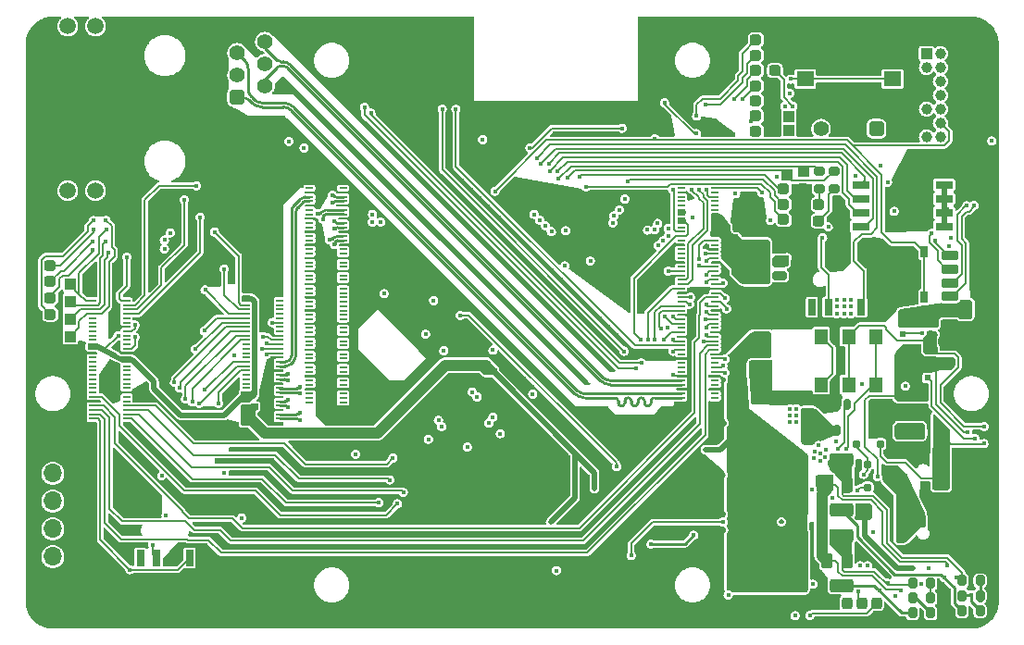
<source format=gbr>
%TF.GenerationSoftware,KiCad,Pcbnew,7.0.11*%
%TF.CreationDate,2025-07-19T14:24:56+09:00*%
%TF.ProjectId,RasPi,52617350-692e-46b6-9963-61645f706362,rev?*%
%TF.SameCoordinates,Original*%
%TF.FileFunction,Copper,L1,Top*%
%TF.FilePolarity,Positive*%
%FSLAX46Y46*%
G04 Gerber Fmt 4.6, Leading zero omitted, Abs format (unit mm)*
G04 Created by KiCad (PCBNEW 7.0.11) date 2025-07-19 14:24:56*
%MOMM*%
%LPD*%
G01*
G04 APERTURE LIST*
G04 Aperture macros list*
%AMRoundRect*
0 Rectangle with rounded corners*
0 $1 Rounding radius*
0 $2 $3 $4 $5 $6 $7 $8 $9 X,Y pos of 4 corners*
0 Add a 4 corners polygon primitive as box body*
4,1,4,$2,$3,$4,$5,$6,$7,$8,$9,$2,$3,0*
0 Add four circle primitives for the rounded corners*
1,1,$1+$1,$2,$3*
1,1,$1+$1,$4,$5*
1,1,$1+$1,$6,$7*
1,1,$1+$1,$8,$9*
0 Add four rect primitives between the rounded corners*
20,1,$1+$1,$2,$3,$4,$5,0*
20,1,$1+$1,$4,$5,$6,$7,0*
20,1,$1+$1,$6,$7,$8,$9,0*
20,1,$1+$1,$8,$9,$2,$3,0*%
G04 Aperture macros list end*
%TA.AperFunction,HeatsinkPad*%
%ADD10R,1.800000X3.100000*%
%TD*%
%TA.AperFunction,SMDPad,CuDef*%
%ADD11R,0.700000X0.200000*%
%TD*%
%TA.AperFunction,SMDPad,CuDef*%
%ADD12R,1.600000X1.400000*%
%TD*%
%TA.AperFunction,ComponentPad*%
%ADD13RoundRect,0.250000X0.750000X-0.600000X0.750000X0.600000X-0.750000X0.600000X-0.750000X-0.600000X0*%
%TD*%
%TA.AperFunction,ComponentPad*%
%ADD14O,2.000000X1.700000*%
%TD*%
%TA.AperFunction,SMDPad,CuDef*%
%ADD15RoundRect,0.200000X0.275000X-0.200000X0.275000X0.200000X-0.275000X0.200000X-0.275000X-0.200000X0*%
%TD*%
%TA.AperFunction,SMDPad,CuDef*%
%ADD16R,0.620000X0.575000*%
%TD*%
%TA.AperFunction,SMDPad,CuDef*%
%ADD17R,1.000000X1.000000*%
%TD*%
%TA.AperFunction,SMDPad,CuDef*%
%ADD18RoundRect,0.250000X-0.550000X1.500000X-0.550000X-1.500000X0.550000X-1.500000X0.550000X1.500000X0*%
%TD*%
%TA.AperFunction,SMDPad,CuDef*%
%ADD19RoundRect,0.237500X0.287500X0.237500X-0.287500X0.237500X-0.287500X-0.237500X0.287500X-0.237500X0*%
%TD*%
%TA.AperFunction,SMDPad,CuDef*%
%ADD20R,1.200000X1.400000*%
%TD*%
%TA.AperFunction,SMDPad,CuDef*%
%ADD21RoundRect,0.237500X0.237500X-0.287500X0.237500X0.287500X-0.237500X0.287500X-0.237500X-0.287500X0*%
%TD*%
%TA.AperFunction,SMDPad,CuDef*%
%ADD22RoundRect,0.175000X0.175000X-0.175000X0.175000X0.175000X-0.175000X0.175000X-0.175000X-0.175000X0*%
%TD*%
%TA.AperFunction,SMDPad,CuDef*%
%ADD23RoundRect,0.250000X-0.262500X-0.450000X0.262500X-0.450000X0.262500X0.450000X-0.262500X0.450000X0*%
%TD*%
%TA.AperFunction,ComponentPad*%
%ADD24C,1.000000*%
%TD*%
%TA.AperFunction,ComponentPad*%
%ADD25R,1.000000X1.000000*%
%TD*%
%TA.AperFunction,SMDPad,CuDef*%
%ADD26RoundRect,0.200000X-0.200000X-0.275000X0.200000X-0.275000X0.200000X0.275000X-0.200000X0.275000X0*%
%TD*%
%TA.AperFunction,SMDPad,CuDef*%
%ADD27R,0.575000X0.620000*%
%TD*%
%TA.AperFunction,SMDPad,CuDef*%
%ADD28RoundRect,0.200000X-0.450000X0.200000X-0.450000X-0.200000X0.450000X-0.200000X0.450000X0.200000X0*%
%TD*%
%TA.AperFunction,SMDPad,CuDef*%
%ADD29RoundRect,0.250001X-1.249999X0.799999X-1.249999X-0.799999X1.249999X-0.799999X1.249999X0.799999X0*%
%TD*%
%TA.AperFunction,ComponentPad*%
%ADD30RoundRect,0.350000X-0.350000X0.350000X-0.350000X-0.350000X0.350000X-0.350000X0.350000X0.350000X0*%
%TD*%
%TA.AperFunction,ComponentPad*%
%ADD31C,1.400000*%
%TD*%
%TA.AperFunction,ComponentPad*%
%ADD32C,1.500000*%
%TD*%
%TA.AperFunction,ComponentPad*%
%ADD33C,2.500000*%
%TD*%
%TA.AperFunction,SMDPad,CuDef*%
%ADD34RoundRect,0.237500X-0.287500X-0.237500X0.287500X-0.237500X0.287500X0.237500X-0.287500X0.237500X0*%
%TD*%
%TA.AperFunction,ComponentPad*%
%ADD35C,2.000000*%
%TD*%
%TA.AperFunction,SMDPad,CuDef*%
%ADD36RoundRect,0.225000X0.375000X-0.225000X0.375000X0.225000X-0.375000X0.225000X-0.375000X-0.225000X0*%
%TD*%
%TA.AperFunction,SMDPad,CuDef*%
%ADD37RoundRect,0.175000X-0.175000X0.325000X-0.175000X-0.325000X0.175000X-0.325000X0.175000X0.325000X0*%
%TD*%
%TA.AperFunction,SMDPad,CuDef*%
%ADD38R,0.700000X1.500000*%
%TD*%
%TA.AperFunction,SMDPad,CuDef*%
%ADD39R,1.000000X0.800000*%
%TD*%
%TA.AperFunction,SMDPad,CuDef*%
%ADD40RoundRect,0.175000X-0.175000X0.175000X-0.175000X-0.175000X0.175000X-0.175000X0.175000X0.175000X0*%
%TD*%
%TA.AperFunction,SMDPad,CuDef*%
%ADD41RoundRect,0.200000X0.600000X-0.200000X0.600000X0.200000X-0.600000X0.200000X-0.600000X-0.200000X0*%
%TD*%
%TA.AperFunction,SMDPad,CuDef*%
%ADD42RoundRect,0.250001X1.249999X-0.799999X1.249999X0.799999X-1.249999X0.799999X-1.249999X-0.799999X0*%
%TD*%
%TA.AperFunction,SMDPad,CuDef*%
%ADD43RoundRect,0.250000X0.850000X0.350000X-0.850000X0.350000X-0.850000X-0.350000X0.850000X-0.350000X0*%
%TD*%
%TA.AperFunction,SMDPad,CuDef*%
%ADD44RoundRect,0.250000X1.275000X1.125000X-1.275000X1.125000X-1.275000X-1.125000X1.275000X-1.125000X0*%
%TD*%
%TA.AperFunction,SMDPad,CuDef*%
%ADD45RoundRect,0.249997X2.950003X2.650003X-2.950003X2.650003X-2.950003X-2.650003X2.950003X-2.650003X0*%
%TD*%
%TA.AperFunction,SMDPad,CuDef*%
%ADD46R,1.600000X0.760000*%
%TD*%
%TA.AperFunction,ComponentPad*%
%ADD47R,1.700000X1.700000*%
%TD*%
%TA.AperFunction,ComponentPad*%
%ADD48O,1.700000X1.700000*%
%TD*%
%TA.AperFunction,SMDPad,CuDef*%
%ADD49RoundRect,0.175000X0.175000X0.175000X-0.175000X0.175000X-0.175000X-0.175000X0.175000X-0.175000X0*%
%TD*%
%TA.AperFunction,SMDPad,CuDef*%
%ADD50RoundRect,0.250000X-0.475000X0.250000X-0.475000X-0.250000X0.475000X-0.250000X0.475000X0.250000X0*%
%TD*%
%TA.AperFunction,SMDPad,CuDef*%
%ADD51R,0.650000X1.050000*%
%TD*%
%TA.AperFunction,SMDPad,CuDef*%
%ADD52RoundRect,0.218750X-0.218750X-0.256250X0.218750X-0.256250X0.218750X0.256250X-0.218750X0.256250X0*%
%TD*%
%TA.AperFunction,SMDPad,CuDef*%
%ADD53RoundRect,0.250000X0.362500X1.425000X-0.362500X1.425000X-0.362500X-1.425000X0.362500X-1.425000X0*%
%TD*%
%TA.AperFunction,SMDPad,CuDef*%
%ADD54RoundRect,0.250000X0.475000X-0.250000X0.475000X0.250000X-0.475000X0.250000X-0.475000X-0.250000X0*%
%TD*%
%TA.AperFunction,ComponentPad*%
%ADD55O,1.800000X1.000000*%
%TD*%
%TA.AperFunction,ComponentPad*%
%ADD56O,2.100000X1.000000*%
%TD*%
%TA.AperFunction,ViaPad*%
%ADD57C,0.450000*%
%TD*%
%TA.AperFunction,Conductor*%
%ADD58C,0.200000*%
%TD*%
%TA.AperFunction,Conductor*%
%ADD59C,0.500000*%
%TD*%
%TA.AperFunction,Conductor*%
%ADD60C,0.250000*%
%TD*%
%TA.AperFunction,Conductor*%
%ADD61C,0.230000*%
%TD*%
%TA.AperFunction,Conductor*%
%ADD62C,1.000000*%
%TD*%
G04 APERTURE END LIST*
D10*
%TO.P,U13,9,GND*%
%TO.N,GND*%
X190009000Y-108374000D03*
%TD*%
D11*
%TO.P,U1,200,HDMI0_SCL*%
%TO.N,unconnected-(U1B-HDMI0_SCL-Pad200)*%
X137809000Y-87534000D03*
%TO.P,U1,199,HDMI0_SDA*%
%TO.N,unconnected-(U1B-HDMI0_SDA-Pad199)*%
X140889000Y-87534000D03*
%TO.P,U1,198,GND__50*%
%TO.N,GND*%
X137809000Y-87934000D03*
%TO.P,U1,197,GND__49*%
X140889000Y-87934000D03*
%TO.P,U1,196,DSI1_D3_P*%
%TO.N,/DSI_D3_P*%
X137809000Y-88334000D03*
%TO.P,U1,195,DSI1_D2_P*%
%TO.N,/DSI_D2_P*%
X140889000Y-88334000D03*
%TO.P,U1,194,DSI1_D3_N*%
%TO.N,/DSI_D3_N*%
X137809000Y-88734000D03*
%TO.P,U1,193,DSI1_D2_N*%
%TO.N,/DSI_D2_N*%
X140889000Y-88734000D03*
%TO.P,U1,192,GND__48*%
%TO.N,GND*%
X137809000Y-89134000D03*
%TO.P,U1,191,GND__47*%
X140889000Y-89134000D03*
%TO.P,U1,190,HDMI0_CLK_N*%
%TO.N,unconnected-(U1B-HDMI0_CLK_N-Pad190)*%
X137809000Y-89534000D03*
%TO.P,U1,189,DSI1_C_P*%
%TO.N,/DSI_CK_P*%
X140889000Y-89534000D03*
%TO.P,U1,188,HDMI0_CLK_P*%
%TO.N,unconnected-(U1B-HDMI0_CLK_P-Pad188)*%
X137809000Y-89934000D03*
%TO.P,U1,187,DSI1_C_N*%
%TO.N,/DSI_CK_N*%
X140889000Y-89934000D03*
%TO.P,U1,186,GND__46*%
%TO.N,GND*%
X137809000Y-90334000D03*
%TO.P,U1,185,GND__45*%
X140889000Y-90334000D03*
%TO.P,U1,184,HDMI0_TX0_N*%
%TO.N,unconnected-(U1B-HDMI0_TX0_N-Pad184)*%
X137809000Y-90734000D03*
%TO.P,U1,183,DSI1_D1_P*%
%TO.N,/DSI_D1_P*%
X140889000Y-90734000D03*
%TO.P,U1,182,HDMI0_TX0_P*%
%TO.N,unconnected-(U1B-HDMI0_TX0_P-Pad182)*%
X137809000Y-91134000D03*
%TO.P,U1,181,DSI1_D1_N*%
%TO.N,/DSI_D1_N*%
X140889000Y-91134000D03*
%TO.P,U1,180,GND__44*%
%TO.N,GND*%
X137809000Y-91534000D03*
%TO.P,U1,179,GND__43*%
X140889000Y-91534000D03*
%TO.P,U1,178,HDMI0_TX1_N*%
%TO.N,unconnected-(U1B-HDMI0_TX1_N-Pad178)*%
X137809000Y-91934000D03*
%TO.P,U1,177,DSI1_D0_P*%
%TO.N,/DSI_D0_P*%
X140889000Y-91934000D03*
%TO.P,U1,176,HDMI0_TX1_P*%
%TO.N,unconnected-(U1B-HDMI0_TX1_P-Pad176)*%
X137809000Y-92334000D03*
%TO.P,U1,175,DSI1_D0_N*%
%TO.N,/DSI_D0_N*%
X140889000Y-92334000D03*
%TO.P,U1,174,GND__42*%
%TO.N,GND*%
X137809000Y-92734000D03*
%TO.P,U1,173,GND__41*%
X140889000Y-92734000D03*
%TO.P,U1,172,HDMI0_TX2_N*%
%TO.N,unconnected-(U1B-HDMI0_TX2_N-Pad172)*%
X137809000Y-93134000D03*
%TO.P,U1,171,DSI0_C_P*%
%TO.N,unconnected-(U1B-DSI0_C_P-Pad171)*%
X140889000Y-93134000D03*
%TO.P,U1,170,HDMI0_TX2_P*%
%TO.N,unconnected-(U1B-HDMI0_TX2_P-Pad170)*%
X137809000Y-93534000D03*
%TO.P,U1,169,DSI0_C_N*%
%TO.N,unconnected-(U1B-DSI0_C_N-Pad169)*%
X140889000Y-93534000D03*
%TO.P,U1,168,GND__40*%
%TO.N,GND*%
X137809000Y-93934000D03*
%TO.P,U1,167,GND__39*%
X140889000Y-93934000D03*
%TO.P,U1,166,HDMI1_CLK_N*%
%TO.N,unconnected-(U1B-HDMI1_CLK_N-Pad166)*%
X137809000Y-94334000D03*
%TO.P,U1,165,DSI0_D1_P*%
%TO.N,unconnected-(U1B-DSI0_D1_P-Pad165)*%
X140889000Y-94334000D03*
%TO.P,U1,164,HDMI1_CLK_P*%
%TO.N,unconnected-(U1B-HDMI1_CLK_P-Pad164)*%
X137809000Y-94734000D03*
%TO.P,U1,163,DSI0_D1_N*%
%TO.N,unconnected-(U1B-DSI0_D1_N-Pad163)*%
X140889000Y-94734000D03*
%TO.P,U1,162,GND__38*%
%TO.N,GND*%
X137809000Y-95134000D03*
%TO.P,U1,161,GND__37*%
X140889000Y-95134000D03*
%TO.P,U1,160,HDMI1_TX0_N*%
%TO.N,unconnected-(U1B-HDMI1_TX0_N-Pad160)*%
X137809000Y-95534000D03*
%TO.P,U1,159,DSI0_D0_P*%
%TO.N,unconnected-(U1B-DSI0_D0_P-Pad159)*%
X140889000Y-95534000D03*
%TO.P,U1,158,HDMI1_TX0_P*%
%TO.N,unconnected-(U1B-HDMI1_TX0_P-Pad158)*%
X137809000Y-95934000D03*
%TO.P,U1,157,DSI0_D0_N*%
%TO.N,unconnected-(U1B-DSI0_D0_N-Pad157)*%
X140889000Y-95934000D03*
%TO.P,U1,156,GND__36*%
%TO.N,GND*%
X137809000Y-96334000D03*
%TO.P,U1,155,GND__35*%
X140889000Y-96334000D03*
%TO.P,U1,154,HDMI1_TX1_N*%
%TO.N,unconnected-(U1B-HDMI1_TX1_N-Pad154)*%
X137809000Y-96734000D03*
%TO.P,U1,153,HDMI0_HOTPLUG*%
%TO.N,unconnected-(U1B-HDMI0_HOTPLUG-Pad153)*%
X140889000Y-96734000D03*
%TO.P,U1,152,HDMI1_TX1_P*%
%TO.N,unconnected-(U1B-HDMI1_TX1_P-Pad152)*%
X137809000Y-97134000D03*
%TO.P,U1,151,HDMI0_CEC*%
%TO.N,unconnected-(U1B-HDMI0_CEC-Pad151)*%
X140889000Y-97134000D03*
%TO.P,U1,150,GND__34*%
%TO.N,GND*%
X137809000Y-97534000D03*
%TO.P,U1,149,HDMI1_CEC*%
%TO.N,unconnected-(U1B-HDMI1_CEC-Pad149)*%
X140889000Y-97534000D03*
%TO.P,U1,148,HDMI1_TX2_N*%
%TO.N,unconnected-(U1B-HDMI1_TX2_N-Pad148)*%
X137809000Y-97934000D03*
%TO.P,U1,147,HDMI1_SCL*%
%TO.N,unconnected-(U1B-HDMI1_SCL-Pad147)*%
X140889000Y-97934000D03*
%TO.P,U1,146,HDMI1_TX2_P*%
%TO.N,unconnected-(U1B-HDMI1_TX2_P-Pad146)*%
X137809000Y-98334000D03*
%TO.P,U1,145,HDMI1_SDA*%
%TO.N,unconnected-(U1B-HDMI1_SDA-Pad145)*%
X140889000Y-98334000D03*
%TO.P,U1,144,GND__33*%
%TO.N,GND*%
X137809000Y-98734000D03*
%TO.P,U1,143,HDMI1_HOTPLUG*%
%TO.N,unconnected-(U1B-HDMI1_HOTPLUG-Pad143)*%
X140889000Y-98734000D03*
%TO.P,U1,142,CAM0_C_P*%
%TO.N,unconnected-(U1B-CAM0_C_P-Pad142)*%
X137809000Y-99134000D03*
%TO.P,U1,141,CAM1_D3_P*%
%TO.N,unconnected-(U1B-CAM1_D3_P-Pad141)*%
X140889000Y-99134000D03*
%TO.P,U1,140,CAM0_C_N*%
%TO.N,unconnected-(U1B-CAM0_C_N-Pad140)*%
X137809000Y-99534000D03*
%TO.P,U1,139,CAM1_D3_N*%
%TO.N,unconnected-(U1B-CAM1_D3_N-Pad139)*%
X140889000Y-99534000D03*
%TO.P,U1,138,GND__32*%
%TO.N,GND*%
X137809000Y-99934000D03*
%TO.P,U1,137,GND__31*%
X140889000Y-99934000D03*
%TO.P,U1,136,CAM0_D1_P*%
%TO.N,unconnected-(U1B-CAM0_D1_P-Pad136)*%
X137809000Y-100334000D03*
%TO.P,U1,135,CAM1_D2_P*%
%TO.N,unconnected-(U1B-CAM1_D2_P-Pad135)*%
X140889000Y-100334000D03*
%TO.P,U1,134,CAM0_D1_N*%
%TO.N,unconnected-(U1B-CAM0_D1_N-Pad134)*%
X137809000Y-100734000D03*
%TO.P,U1,133,CAM1_D2_N*%
%TO.N,unconnected-(U1B-CAM1_D2_N-Pad133)*%
X140889000Y-100734000D03*
%TO.P,U1,132,GND__30*%
%TO.N,GND*%
X137809000Y-101134000D03*
%TO.P,U1,131,GND__29*%
X140889000Y-101134000D03*
%TO.P,U1,130,CAM0_D0_P*%
%TO.N,unconnected-(U1B-CAM0_D0_P-Pad130)*%
X137809000Y-101534000D03*
%TO.P,U1,129,CAM1_C_P*%
%TO.N,unconnected-(U1B-CAM1_C_P-Pad129)*%
X140889000Y-101534000D03*
%TO.P,U1,128,CAM0_D0_N*%
%TO.N,unconnected-(U1B-CAM0_D0_N-Pad128)*%
X137809000Y-101934000D03*
%TO.P,U1,127,CAM1_C_N*%
%TO.N,unconnected-(U1B-CAM1_C_N-Pad127)*%
X140889000Y-101934000D03*
%TO.P,U1,126,GND__28*%
%TO.N,GND*%
X137809000Y-102334000D03*
%TO.P,U1,125,GND__27*%
X140889000Y-102334000D03*
%TO.P,U1,124,PCIE_TX_N*%
%TO.N,unconnected-(U1B-PCIE_TX_N-Pad124)*%
X137809000Y-102734000D03*
%TO.P,U1,123,CAM1_D1_P*%
%TO.N,unconnected-(U1B-CAM1_D1_P-Pad123)*%
X140889000Y-102734000D03*
%TO.P,U1,122,PCIE_TX_P*%
%TO.N,unconnected-(U1B-PCIE_TX_P-Pad122)*%
X137809000Y-103134000D03*
%TO.P,U1,121,CAM1_D1_N*%
%TO.N,unconnected-(U1B-CAM1_D1_N-Pad121)*%
X140889000Y-103134000D03*
%TO.P,U1,120,GND__26*%
%TO.N,GND*%
X137809000Y-103534000D03*
%TO.P,U1,119,GND__25*%
X140889000Y-103534000D03*
%TO.P,U1,118,PCIE_RX_N*%
%TO.N,unconnected-(U1B-PCIE_RX_N-Pad118)*%
X137809000Y-103934000D03*
%TO.P,U1,117,CAM1_D0_P*%
%TO.N,unconnected-(U1B-CAM1_D0_P-Pad117)*%
X140889000Y-103934000D03*
%TO.P,U1,116,PCIE_RX_P*%
%TO.N,unconnected-(U1B-PCIE_RX_P-Pad116)*%
X137809000Y-104334000D03*
%TO.P,U1,115,CAM1_D0_N*%
%TO.N,unconnected-(U1B-CAM1_D0_N-Pad115)*%
X140889000Y-104334000D03*
%TO.P,U1,114,GND__24*%
%TO.N,GND*%
X137809000Y-104734000D03*
%TO.P,U1,113,GND__23*%
X140889000Y-104734000D03*
%TO.P,U1,112,PCIE_CLK_N*%
%TO.N,unconnected-(U1B-PCIE_CLK_N-Pad112)*%
X137809000Y-105134000D03*
%TO.P,U1,111,VDAC_COMP*%
%TO.N,unconnected-(U1B-VDAC_COMP-Pad111)*%
X140889000Y-105134000D03*
%TO.P,U1,110,PCIE_CLK_P*%
%TO.N,unconnected-(U1B-PCIE_CLK_P-Pad110)*%
X137809000Y-105534000D03*
%TO.P,U1,109,PCIE_~{RST}*%
%TO.N,unconnected-(U1B-PCIE_~{RST}-Pad109)*%
X140889000Y-105534000D03*
%TO.P,U1,108,GND__22*%
%TO.N,GND*%
X137809000Y-105934000D03*
%TO.P,U1,107,GND__21*%
X140889000Y-105934000D03*
%TO.P,U1,106,RESERVED__2*%
%TO.N,unconnected-(U1A-RESERVED__2-Pad106)*%
X137809000Y-106334000D03*
%TO.P,U1,105,USB_P*%
%TO.N,unconnected-(U1B-USB_P-Pad105)*%
X140889000Y-106334000D03*
%TO.P,U1,104,RESERVED__1*%
%TO.N,unconnected-(U1A-RESERVED__1-Pad104)*%
X137809000Y-106734000D03*
%TO.P,U1,103,USB_N*%
%TO.N,unconnected-(U1B-USB_N-Pad103)*%
X140889000Y-106734000D03*
%TO.P,U1,102,PCIE_CLK_~{REQ}*%
%TO.N,unconnected-(U1B-PCIE_CLK_~{REQ}-Pad102)*%
X137809000Y-107134000D03*
%TO.P,U1,101,USB_OTG_ID*%
%TO.N,unconnected-(U1B-USB_OTG_ID-Pad101)*%
X140889000Y-107134000D03*
%TO.P,U1,100,~{EXTRST}*%
%TO.N,unconnected-(U1A-~{EXTRST}-Pad100)*%
X171809000Y-87534000D03*
%TO.P,U1,99,GLOBAL_EN*%
%TO.N,/RasPi_CM4/GLOBAL_EN*%
X174889000Y-87534000D03*
%TO.P,U1,98,GND__20*%
%TO.N,GND*%
X171809000Y-87934000D03*
%TO.P,U1,97,CAMERA_GPIO*%
%TO.N,unconnected-(U1A-CAMERA_GPIO-Pad97)*%
X174889000Y-87934000D03*
%TO.P,U1,96,ANALOGIP0*%
%TO.N,unconnected-(U1A-ANALOGIP0-Pad96)*%
X171809000Y-88334000D03*
%TO.P,U1,95,PI_LED_~{PWR}*%
%TO.N,/RasPi_CM4/LED_nPWR*%
X174889000Y-88334000D03*
%TO.P,U1,94,ANALOGIP1*%
%TO.N,unconnected-(U1A-ANALOGIP1-Pad94)*%
X171809000Y-88734000D03*
%TO.P,U1,93,~{RPIBOOT}*%
%TO.N,unconnected-(U1A-~{RPIBOOT}-Pad93)*%
X174889000Y-88734000D03*
%TO.P,U1,92,RUN_PG*%
%TO.N,unconnected-(U1A-RUN_PG-Pad92)*%
X171809000Y-89134000D03*
%TO.P,U1,91,BT_~{DISABLE}*%
%TO.N,unconnected-(U1A-BT_~{DISABLE}-Pad91)*%
X174889000Y-89134000D03*
%TO.P,U1,90,CM4_1.8V(OUTPUT)__1*%
%TO.N,CM4_1.8V(OUTPUT)__1*%
X171809000Y-89534000D03*
%TO.P,U1,89,WL_~{DISABLE}*%
%TO.N,unconnected-(U1A-WL_~{DISABLE}-Pad89)*%
X174889000Y-89534000D03*
%TO.P,U1,88,CM4_1.8V(OUTPUT)*%
%TO.N,CM4_1.8V(OUTPUT)__1*%
X171809000Y-89934000D03*
%TO.P,U1,87,+5V(INPUT)__5*%
%TO.N,+5V*%
X174889000Y-89934000D03*
%TO.P,U1,86,CM4_3.3V(OUTPUT)__1*%
%TO.N,CM4_3.3V(OUTPUT)__1*%
X171809000Y-90334000D03*
%TO.P,U1,85,+5V(INPUT)__4*%
%TO.N,+5V*%
X174889000Y-90334000D03*
%TO.P,U1,84,CM4_3.3V(OUTPUT)*%
%TO.N,CM4_3.3V(OUTPUT)__1*%
X171809000Y-90734000D03*
%TO.P,U1,83,+5V(INPUT)__3*%
%TO.N,+5V*%
X174889000Y-90734000D03*
%TO.P,U1,82,SDA0*%
%TO.N,unconnected-(U1A-SDA0-Pad82)*%
X171809000Y-91134000D03*
%TO.P,U1,81,+5V(INPUT)__2*%
%TO.N,+5V*%
X174889000Y-91134000D03*
%TO.P,U1,80,SCL0*%
%TO.N,/RasPi_CM4/LiDAR_PWM*%
X171809000Y-91534000D03*
%TO.P,U1,79,+5V(INPUT)__1*%
%TO.N,+5V*%
X174889000Y-91534000D03*
%TO.P,U1,78,GPIO_VREF*%
%TO.N,CM4_3.3V(OUTPUT)__1*%
X171809000Y-91934000D03*
%TO.P,U1,77,+5V(INPUT)*%
%TO.N,+5V*%
X174889000Y-91934000D03*
%TO.P,U1,76,RESERVED*%
%TO.N,unconnected-(U1A-RESERVED-Pad76)*%
X171809000Y-92334000D03*
%TO.P,U1,75,SD_PWR_ON*%
%TO.N,/RasPi_CM4/SD_PWR_ON*%
X174889000Y-92334000D03*
%TO.P,U1,74,GND__19*%
%TO.N,GND*%
X171809000Y-92734000D03*
%TO.P,U1,73,SD_VDD_OVERRIDE*%
%TO.N,unconnected-(U1A-SD_VDD_OVERRIDE-Pad73)*%
X174889000Y-92734000D03*
%TO.P,U1,72,SD_DAT6*%
%TO.N,unconnected-(U1A-SD_DAT6-Pad72)*%
X171809000Y-93134000D03*
%TO.P,U1,71,GND__18*%
%TO.N,GND*%
X174889000Y-93134000D03*
%TO.P,U1,70,SD_DAT7*%
%TO.N,unconnected-(U1A-SD_DAT7-Pad70)*%
X171809000Y-93534000D03*
%TO.P,U1,69,SD_DAT2*%
%TO.N,/RasPi_CM4/SD_DAT2*%
X174889000Y-93534000D03*
%TO.P,U1,68,SD_DAT4*%
%TO.N,unconnected-(U1A-SD_DAT4-Pad68)*%
X171809000Y-93934000D03*
%TO.P,U1,67,SD_DAT1*%
%TO.N,/RasPi_CM4/SD_DAT1*%
X174889000Y-93934000D03*
%TO.P,U1,66,GND__17*%
%TO.N,GND*%
X171809000Y-94334000D03*
%TO.P,U1,65,GND__16*%
X174889000Y-94334000D03*
%TO.P,U1,64,SD_DAT5*%
%TO.N,unconnected-(U1A-SD_DAT5-Pad64)*%
X171809000Y-94734000D03*
%TO.P,U1,63,SD_DAT0*%
%TO.N,/RasPi_CM4/SD_DAT0*%
X174889000Y-94734000D03*
%TO.P,U1,62,SD_CMD*%
%TO.N,/RasPi_CM4/SD_CMD*%
X171809000Y-95134000D03*
%TO.P,U1,61,SD_DAT3*%
%TO.N,/RasPi_CM4/SD_DAT3*%
X174889000Y-95134000D03*
%TO.P,U1,60,GND__15*%
%TO.N,GND*%
X171809000Y-95534000D03*
%TO.P,U1,59,GND__14*%
X174889000Y-95534000D03*
%TO.P,U1,58,GPIO2*%
%TO.N,/RasPi_CM4/LED_LG0*%
X171809000Y-95934000D03*
%TO.P,U1,57,SD_CLK*%
%TO.N,/RasPi_CM4/SD_CLK*%
X174889000Y-95934000D03*
%TO.P,U1,56,GPIO3*%
%TO.N,/RasPi_GPIO3*%
X171809000Y-96334000D03*
%TO.P,U1,55,GPIO14*%
%TO.N,/RasPi_CM4/RasPiTX0_SerialRX*%
X174889000Y-96334000D03*
%TO.P,U1,54,GPIO4*%
%TO.N,/RasPi->FPGA_CS*%
X171809000Y-96734000D03*
%TO.P,U1,53,GND__13*%
%TO.N,GND*%
X174889000Y-96734000D03*
%TO.P,U1,52,GND__12*%
X171809000Y-97134000D03*
%TO.P,U1,51,GPIO15*%
%TO.N,/RasPi_CM4/RasPiRX0_SerialTX*%
X174889000Y-97134000D03*
%TO.P,U1,50,GPIO17*%
%TO.N,/RasPi_CM4/LED_nR0*%
X171809000Y-97534000D03*
%TO.P,U1,49,GPIO18*%
%TO.N,/PCM_CLK*%
X174889000Y-97534000D03*
%TO.P,U1,48,GPIO27*%
%TO.N,/RasPi_CM4/LED_Y0*%
X171809000Y-97934000D03*
%TO.P,U1,47,GPIO23*%
%TO.N,/RasPi_CM4/FAN_PWRCtrl*%
X174889000Y-97934000D03*
%TO.P,U1,46,GPIO22*%
%TO.N,/RasPi->RST_FPGA*%
X171809000Y-98334000D03*
%TO.P,U1,45,GPIO24*%
%TO.N,/RasPi_CM4/LED_B0*%
X174889000Y-98334000D03*
%TO.P,U1,44,GPIO10*%
%TO.N,/RasPi->MCU_MOSI*%
X171809000Y-98734000D03*
%TO.P,U1,43,GND__11*%
%TO.N,GND*%
X174889000Y-98734000D03*
%TO.P,U1,42,GND__10*%
X171809000Y-99134000D03*
%TO.P,U1,41,GPIO25*%
%TO.N,/RasPi_CM4/LED_B1*%
X174889000Y-99134000D03*
%TO.P,U1,40,GPIO9*%
%TO.N,/RasPi->MCU_MISO*%
X171809000Y-99534000D03*
%TO.P,U1,39,GPIO8*%
%TO.N,/RasPi->MCU_CS*%
X174889000Y-99534000D03*
%TO.P,U1,38,GPIO11*%
%TO.N,/RasPi->MCU_SCLK*%
X171809000Y-99934000D03*
%TO.P,U1,37,GPIO7*%
%TO.N,/RasPi->FPGA_SCLK*%
X174889000Y-99934000D03*
%TO.P,U1,36,ID_SD*%
%TO.N,unconnected-(U1A-ID_SD-Pad36)*%
X171809000Y-100334000D03*
%TO.P,U1,35,ID_SC*%
%TO.N,unconnected-(U1A-ID_SC-Pad35)*%
X174889000Y-100334000D03*
%TO.P,U1,34,GPIO5*%
%TO.N,/RasPi->FPGA_MISO*%
X171809000Y-100734000D03*
%TO.P,U1,33,GND__9*%
%TO.N,GND*%
X174889000Y-100734000D03*
%TO.P,U1,32,GND__8*%
X171809000Y-101134000D03*
%TO.P,U1,31,GPIO12*%
%TO.N,/RasPi_CM4/RasPiTX5_LiDARRX*%
X174889000Y-101134000D03*
%TO.P,U1,30,GPIO6*%
%TO.N,/RasPi->FPGA_MOSI*%
X171809000Y-101534000D03*
%TO.P,U1,29,GPIO16*%
%TO.N,/RasPi_SHDN*%
X174889000Y-101534000D03*
%TO.P,U1,28,GPIO13*%
%TO.N,/RasPi_CM4/RasPiRX5_LiDARTX*%
X171809000Y-101934000D03*
%TO.P,U1,27,GPIO20*%
%TO.N,/PCM_DIN*%
X174889000Y-101934000D03*
%TO.P,U1,26,GPIO19*%
%TO.N,/PCM_FS*%
X171809000Y-102334000D03*
%TO.P,U1,25,GPIO21*%
%TO.N,/PCM_DOUT*%
X174889000Y-102334000D03*
%TO.P,U1,24,GPIO26*%
%TO.N,unconnected-(U1A-GPIO26-Pad24)*%
X171809000Y-102734000D03*
%TO.P,U1,23,GND__7*%
%TO.N,GND*%
X174889000Y-102734000D03*
%TO.P,U1,22,GND__6*%
X171809000Y-103134000D03*
%TO.P,U1,21,PI_~{LED}_ACTIVITY*%
%TO.N,/RasPi_CM4/LED_nACT*%
X174889000Y-103134000D03*
%TO.P,U1,20,EEPROM_~{WP}*%
%TO.N,unconnected-(U1A-EEPROM_~{WP}-Pad20)*%
X171809000Y-103534000D03*
%TO.P,U1,19,ETHERNET_~{LED1}*%
%TO.N,unconnected-(U1A-ETHERNET_~{LED1}-Pad19)*%
X174889000Y-103534000D03*
%TO.P,U1,18,ETHERNET_SYNC_OUT*%
%TO.N,unconnected-(U1A-ETHERNET_SYNC_OUT-Pad18)*%
X171809000Y-103934000D03*
%TO.P,U1,17,ETHERNET_~{LED2}*%
%TO.N,/RasPi_CM4/ETH_LEDG*%
X174889000Y-103934000D03*
%TO.P,U1,16,ETHERNET_SYNC_IN*%
%TO.N,unconnected-(U1A-ETHERNET_SYNC_IN-Pad16)*%
X171809000Y-104334000D03*
%TO.P,U1,15,ETHERNET_~{LED3}*%
%TO.N,/RasPi_CM4/ETH_LEDY*%
X174889000Y-104334000D03*
%TO.P,U1,14,GND__5*%
%TO.N,GND*%
X171809000Y-104734000D03*
%TO.P,U1,13,GND__4*%
X174889000Y-104734000D03*
%TO.P,U1,12,ETHERNET_PAIR0_P*%
%TO.N,/RasPi_CM4/TRD0_P*%
X171809000Y-105134000D03*
%TO.P,U1,11,ETHERNET_PAIR2_P*%
%TO.N,unconnected-(U1A-ETHERNET_PAIR2_P-Pad11)*%
X174889000Y-105134000D03*
%TO.P,U1,10,ETHERNET_PAIR0_N*%
%TO.N,/RasPi_CM4/TRD0_N*%
X171809000Y-105534000D03*
%TO.P,U1,9,ETHERNET_PAIR2_N*%
%TO.N,unconnected-(U1A-ETHERNET_PAIR2_N-Pad9)*%
X174889000Y-105534000D03*
%TO.P,U1,8,GND__3*%
%TO.N,GND*%
X171809000Y-105934000D03*
%TO.P,U1,7,GND__2*%
X174889000Y-105934000D03*
%TO.P,U1,6,ETHERNET_PAIR1_N*%
%TO.N,/RasPi_CM4/TRD1_N*%
X171809000Y-106334000D03*
%TO.P,U1,5,ETHERNET_PAIR3_N*%
%TO.N,unconnected-(U1A-ETHERNET_PAIR3_N-Pad5)*%
X174889000Y-106334000D03*
%TO.P,U1,4,ETHERNET_PAIR1_P*%
%TO.N,/RasPi_CM4/TRD1_P*%
X171809000Y-106734000D03*
%TO.P,U1,3,ETHERNET_PAIR3_P*%
%TO.N,unconnected-(U1A-ETHERNET_PAIR3_P-Pad3)*%
X174889000Y-106734000D03*
%TO.P,U1,2,GND__1*%
%TO.N,GND*%
X171809000Y-107134000D03*
%TO.P,U1,1,GND*%
X174889000Y-107134000D03*
%TD*%
D12*
%TO.P,SW1,2,B*%
%TO.N,GND*%
X183149000Y-73044000D03*
X191149000Y-73044000D03*
%TO.P,SW1,1,A*%
%TO.N,/RasPi_GPIO3*%
X183149000Y-77544000D03*
X191149000Y-77544000D03*
%TD*%
D11*
%TO.P,U7,A1,GND*%
%TO.N,GND*%
X135089000Y-97433999D03*
%TO.P,U7,A2,VCCIO2/3*%
%TO.N,/FPGA_TangPrimerCore/3.3V_TangPrimer*%
X132009000Y-97433999D03*
%TO.P,U7,A3,B2_IOB4A*%
%TO.N,unconnected-(U7-B2_IOB4A-PadA3)*%
X135089000Y-97833999D03*
%TO.P,U7,A4,VCCIO2/3*%
%TO.N,/FPGA_TangPrimerCore/3.3V_TangPrimer*%
X132009000Y-97833999D03*
%TO.P,U7,A5,C2_IOB4B*%
%TO.N,unconnected-(U7-C2_IOB4B-PadA5)*%
X135089000Y-98233999D03*
%TO.P,U7,A6,L2_IOR18A*%
%TO.N,/FPGA_TangPrimerCore/TangPrimerRXx_Panel5TX*%
X132009000Y-98233999D03*
%TO.P,U7,A7,F2_IOB26A*%
%TO.N,unconnected-(U7-F2_IOB26A-PadA7)*%
X135089000Y-98633999D03*
%TO.P,U7,A8,L1_IOR18B*%
%TO.N,/FPGA_TangPrimerCore/TangPrimerTXx_Panel5RX*%
X132009000Y-98633999D03*
%TO.P,U7,A9,F1_IOB26B*%
%TO.N,unconnected-(U7-F1_IOB26B-PadA9)*%
X135089000Y-99033999D03*
%TO.P,U7,A10,K1_IOR20A*%
%TO.N,/FPGA_TangPrimerCore/TangPrimerRXx_Panel4TX*%
X132009000Y-99033999D03*
%TO.P,U7,A11,A1_IOB24A*%
%TO.N,unconnected-(U7-A1_IOB24A-PadA11)*%
X135089000Y-99433999D03*
%TO.P,U7,A12,K2_IOR20B*%
%TO.N,/FPGA_TangPrimerCore/TangPrimerTXx_Panel4RX*%
X132009000Y-99433999D03*
%TO.P,U7,A13,D8_RECONFIG*%
%TO.N,/RST_FPGA*%
X135089000Y-99833999D03*
%TO.P,U7,A14,J4_IOR22A*%
%TO.N,/FPGA_TangPrimerCore/TangPrimerRXx_Panel3TX*%
X132009000Y-99833999D03*
%TO.P,U7,A15,E1_IOB12B*%
%TO.N,unconnected-(U7-E1_IOB12B-PadA15)*%
X135089000Y-100233999D03*
%TO.P,U7,A16,K4_IOR22B*%
%TO.N,/FPGA_TangPrimerCore/TangPrimerTXx_Panel0RX*%
X132009000Y-100233999D03*
%TO.P,U7,A17,D1_IOB14B*%
%TO.N,unconnected-(U7-D1_IOB14B-PadA17)*%
X135089000Y-100633999D03*
%TO.P,U7,A18,G2_IOR24A*%
%TO.N,/FPGA_TangPrimerCore/TangPrimerRXx_Panel0TX*%
X132009000Y-100633999D03*
%TO.P,U7,A19,GND*%
%TO.N,GND*%
X135089000Y-101033999D03*
%TO.P,U7,A20,G1_IOR24B*%
%TO.N,/FPGA_TangPrimerCore/TangPrimerTXx_Panel1RX*%
X132009000Y-101033999D03*
%TO.P,U7,A21,C1_TCK*%
%TO.N,/FPGA_TangPrimerCore/TCK*%
X135089000Y-101433999D03*
%TO.P,U7,A22,L4_IOR31A*%
%TO.N,/FPGA_TangPrimerCore/TangPrimerRXx_Panel1TX*%
X132009000Y-101433999D03*
%TO.P,U7,A23,B1_TMS*%
%TO.N,/FPGA_TangPrimerCore/TMS*%
X135089000Y-101833999D03*
%TO.P,U7,A24,L3_IOR31B*%
%TO.N,unconnected-(U7-L3_IOR31B-PadA24)*%
X132009000Y-101833999D03*
%TO.P,U7,A25,A2_TDO*%
%TO.N,/FPGA_TangPrimerCore/TDO*%
X135089000Y-102233999D03*
%TO.P,U7,A26,J1_IOR33A*%
%TO.N,unconnected-(U7-J1_IOR33A-PadA26)*%
X132009000Y-102233999D03*
%TO.P,U7,A27,A3_TDI*%
%TO.N,/FPGA_TangPrimerCore/TDI*%
X135089000Y-102633999D03*
%TO.P,U7,A28,J2_IOR33B*%
%TO.N,unconnected-(U7-J2_IOR33B-PadA28)*%
X132009000Y-102633999D03*
%TO.P,U7,A29,GND*%
%TO.N,GND*%
X135089000Y-103033999D03*
%TO.P,U7,A30,G4_IOB89A*%
%TO.N,unconnected-(U7-G4_IOB89A-PadA30)*%
X132009000Y-103033999D03*
%TO.P,U7,A31,M0_D3_P*%
%TO.N,/DSI_D3_P*%
X135089000Y-103433999D03*
%TO.P,U7,A32,H4_IOB89B*%
%TO.N,/FPGA_TangPrimerCore/TangPrimerTXx_Panel3RX*%
X132009000Y-103433999D03*
%TO.P,U7,A33,M0_D3_N*%
%TO.N,/DSI_D3_N*%
X135089000Y-103833999D03*
%TO.P,U7,A34,H1_IOB91A*%
%TO.N,/FPGA_TangPrimerCore/TangPrimerRXx_Panel2TX*%
X132009000Y-103833999D03*
%TO.P,U7,A35,GND*%
%TO.N,GND*%
X135089000Y-104233999D03*
%TO.P,U7,A36,H2_IOB91B*%
%TO.N,/FPGA_TangPrimerCore/TangPrimerTXx_Panel2RX*%
X132009000Y-104233999D03*
%TO.P,U7,A37,M0_D2_P*%
%TO.N,/DSI_D2_P*%
X135089000Y-104633999D03*
%TO.P,U7,A38,VDD_1V8*%
%TO.N,unconnected-(U7-VDD_1V8-PadA38)*%
X132009000Y-104633999D03*
%TO.P,U7,A39,M0_D2_N*%
%TO.N,/DSI_D2_N*%
X135089000Y-105033999D03*
%TO.P,U7,A40,VDD_1V8*%
%TO.N,unconnected-(U7-VDD_1V8-PadA40)*%
X132009000Y-105033999D03*
%TO.P,U7,A41,GND*%
%TO.N,GND*%
X135089000Y-105433999D03*
%TO.P,U7,A42,VDD_2V5*%
%TO.N,unconnected-(U7-VDD_2V5-PadA42)*%
X132009000Y-105433999D03*
%TO.P,U7,A43,M0_CK_P*%
%TO.N,/DSI_CK_P*%
X135089000Y-105833999D03*
%TO.P,U7,A44,VDD_2V5*%
%TO.N,unconnected-(U7-VDD_2V5-PadA44)*%
X132009000Y-105833999D03*
%TO.P,U7,A45,M0_CK_N*%
%TO.N,/DSI_CK_N*%
X135089000Y-106233999D03*
%TO.P,U7,A46,VDD_3V3*%
%TO.N,/FPGA_TangPrimerCore/3.3V_TangPrimer*%
X132009000Y-106233999D03*
%TO.P,U7,A47,GND*%
%TO.N,GND*%
X135089000Y-106633999D03*
%TO.P,U7,A48,VDD_3V3*%
%TO.N,/FPGA_TangPrimerCore/3.3V_TangPrimer*%
X132009000Y-106633999D03*
%TO.P,U7,A49,M0_D1_P*%
%TO.N,/DSI_D1_P*%
X135089000Y-107033999D03*
%TO.P,U7,A50,VDD_3V3*%
%TO.N,/FPGA_TangPrimerCore/3.3V_TangPrimer*%
X132009000Y-107033999D03*
%TO.P,U7,A51,M0_D1_N*%
%TO.N,/DSI_D1_N*%
X135089000Y-107433999D03*
%TO.P,U7,A52,VDD_5V*%
%TO.N,+5V*%
X132009000Y-107433999D03*
%TO.P,U7,A53,GND*%
%TO.N,GND*%
X135089000Y-107833999D03*
%TO.P,U7,A54,VDD_5V*%
%TO.N,+5V*%
X132009000Y-107833999D03*
%TO.P,U7,A55,M0_D0_P*%
%TO.N,/DSI_D0_P*%
X135089000Y-108233999D03*
%TO.P,U7,A56,VDD_5V*%
%TO.N,+5V*%
X132009000Y-108233999D03*
%TO.P,U7,A57,M0_D0_N*%
%TO.N,/DSI_D0_N*%
X135089000Y-108633999D03*
%TO.P,U7,A58,VDD_5V*%
%TO.N,+5V*%
X132009000Y-108633999D03*
%TO.P,U7,A59,GND*%
%TO.N,GND*%
X135089000Y-109033999D03*
%TO.P,U7,A60,VDD_5V*%
%TO.N,+5V*%
X132009000Y-109033999D03*
%TO.P,U7,B1,GND*%
%TO.N,GND*%
X121089000Y-97434000D03*
%TO.P,U7,B2,GND*%
X118009000Y-97434000D03*
%TO.P,U7,B3,L9_IOT31A*%
%TO.N,/FPGA_TangPrimerCore/Panel_PWRCtrl*%
X121089000Y-97834000D03*
%TO.P,U7,B4,H5_IOT61A*%
%TO.N,/FPGA_TangPrimerCore/LED_B0*%
X118009000Y-97834000D03*
%TO.P,U7,B5,K9_IOT31B*%
%TO.N,/FPGA_TangPrimerCore/I2S_SD*%
X121089000Y-98234000D03*
%TO.P,U7,B6,J5_IOT61B*%
%TO.N,/FPGA_TangPrimerCore/LED_B1*%
X118009000Y-98234000D03*
%TO.P,U7,B7,J8_IOT56A*%
%TO.N,/FPGA_TangPrimerCore/I2S_WS*%
X121089000Y-98634000D03*
%TO.P,U7,B8,L5_IOT63A*%
%TO.N,/FPGA_TangPrimerCore/LED_B2*%
X118009000Y-98634000D03*
%TO.P,U7,B9,K8_IOT56B*%
%TO.N,/FPGA_TangPrimerCore/I2S_SCK*%
X121089000Y-99034000D03*
%TO.P,U7,B10,K5_IOT63B*%
%TO.N,/FPGA_TangPrimerCore/LED_B3*%
X118009000Y-99034000D03*
%TO.P,U7,B11,F7_IOT58A*%
%TO.N,unconnected-(U7-F7_IOT58A-PadB11)*%
X121089000Y-99434000D03*
%TO.P,U7,B12,H8_IOT66A*%
%TO.N,unconnected-(U7-H8_IOT66A-PadB12)*%
X118009000Y-99434000D03*
%TO.P,U7,B13,F6_IOT58B*%
%TO.N,unconnected-(U7-F6_IOT58B-PadB13)*%
X121089000Y-99834000D03*
%TO.P,U7,B14,H7_IOT66B*%
%TO.N,unconnected-(U7-H7_IOT66B-PadB14)*%
X118009000Y-99834000D03*
%TO.P,U7,B15,GND*%
%TO.N,GND*%
X121089000Y-100234000D03*
%TO.P,U7,B16,G7_IOT68A*%
%TO.N,unconnected-(U7-G7_IOT68A-PadB16)*%
X118009000Y-100234000D03*
%TO.P,U7,B17,E8_READY*%
%TO.N,Net-(U7-E8_READY)*%
X121089000Y-100634000D03*
%TO.P,U7,B18,G8_IOT68B*%
%TO.N,unconnected-(U7-G8_IOT68B-PadB18)*%
X118009000Y-100634000D03*
%TO.P,U7,B19,B3_IOB56A*%
%TO.N,unconnected-(U7-B3_IOB56A-PadB19)*%
X121089000Y-101034000D03*
%TO.P,U7,B20,F5_IOT72A*%
%TO.N,unconnected-(U7-F5_IOT72A-PadB20)*%
X118009000Y-101034000D03*
%TO.P,U7,B21,C3_IOB56B*%
%TO.N,unconnected-(U7-C3_IOB56B-PadB21)*%
X121089000Y-101434000D03*
%TO.P,U7,B22,G5_IOT72B*%
%TO.N,unconnected-(U7-G5_IOT72B-PadB22)*%
X118009000Y-101434000D03*
%TO.P,U7,B23,E3_IOB60A*%
%TO.N,unconnected-(U7-E3_IOB60A-PadB23)*%
X121089000Y-101834000D03*
%TO.P,U7,B24,VCCIO0/1*%
%TO.N,/FPGA_TangPrimerCore/3.3V_TangPrimer*%
X118009000Y-101834000D03*
%TO.P,U7,B25,D7_DONE*%
%TO.N,Net-(U7-D7_DONE)*%
X121089000Y-102234000D03*
%TO.P,U7,B26,VCCIO0/1*%
%TO.N,/FPGA_TangPrimerCore/3.3V_TangPrimer*%
X118009000Y-102234000D03*
%TO.P,U7,B27,GND*%
%TO.N,GND*%
X121089000Y-102634000D03*
%TO.P,U7,B28,GND*%
X118009000Y-102634000D03*
%TO.P,U7,B29,VCCIO6/7*%
%TO.N,/FPGA_TangPrimerCore/3.3V_TangPrimer*%
X121089000Y-103034000D03*
%TO.P,U7,B30,L6_IOT23A*%
%TO.N,unconnected-(U7-L6_IOT23A-PadB30)*%
X118009000Y-103034000D03*
%TO.P,U7,B31,VCCIO6/7*%
%TO.N,/FPGA_TangPrimerCore/3.3V_TangPrimer*%
X121089000Y-103434000D03*
%TO.P,U7,B32,K6_IOT23B*%
%TO.N,unconnected-(U7-K6_IOT23B-PadB32)*%
X118009000Y-103434000D03*
%TO.P,U7,B33,J11_IOT1A*%
%TO.N,unconnected-(U7-J11_IOT1A-PadB33)*%
X121089000Y-103834000D03*
%TO.P,U7,B34,K7_IOT21A*%
%TO.N,unconnected-(U7-K7_IOT21A-PadB34)*%
X118009000Y-103834000D03*
%TO.P,U7,B35,J10_IOT1B*%
%TO.N,unconnected-(U7-J10_IOT1B-PadB35)*%
X121089000Y-104234000D03*
%TO.P,U7,B36,J7_IOT21B*%
%TO.N,unconnected-(U7-J7_IOT21B-PadB36)*%
X118009000Y-104234000D03*
%TO.P,U7,B37,H11_IOT3A*%
%TO.N,unconnected-(U7-H11_IOT3A-PadB37)*%
X121089000Y-104634000D03*
%TO.P,U7,B38,L7_IOT19A*%
%TO.N,unconnected-(U7-L7_IOT19A-PadB38)*%
X118009000Y-104634000D03*
%TO.P,U7,B39,H10_IOT3B*%
%TO.N,unconnected-(U7-H10_IOT3B-PadB39)*%
X121089000Y-105034000D03*
%TO.P,U7,B40,L8_IOT19B*%
%TO.N,unconnected-(U7-L8_IOT19B-PadB40)*%
X118009000Y-105034000D03*
%TO.P,U7,B41,G11_IOT7A*%
%TO.N,unconnected-(U7-G11_IOT7A-PadB41)*%
X121089000Y-105434000D03*
%TO.P,U7,B42,L10_IOT15A*%
%TO.N,unconnected-(U7-L10_IOT15A-PadB42)*%
X118009000Y-105434000D03*
%TO.P,U7,B43,G10_IOT7B*%
%TO.N,unconnected-(U7-G10_IOT7B-PadB43)*%
X121089000Y-105834000D03*
%TO.P,U7,B44,K10_IOT15B*%
%TO.N,unconnected-(U7-K10_IOT15B-PadB44)*%
X118009000Y-105834000D03*
%TO.P,U7,B45,GND*%
%TO.N,GND*%
X121089000Y-106234000D03*
%TO.P,U7,B46,K11_IOT11A*%
%TO.N,unconnected-(U7-K11_IOT11A-PadB46)*%
X118009000Y-106234000D03*
%TO.P,U7,B47,D11_IOL9A*%
%TO.N,unconnected-(U7-D11_IOL9A-PadB47)*%
X121089000Y-106634000D03*
%TO.P,U7,B48,L11_IOT11B*%
%TO.N,/PCM_FS*%
X118009000Y-106634000D03*
%TO.P,U7,B49,D10_IOL9B*%
%TO.N,unconnected-(U7-D10_IOL9B-PadB49)*%
X121089000Y-107034000D03*
%TO.P,U7,B50,GND*%
%TO.N,GND*%
X118009000Y-107034000D03*
%TO.P,U7,B51,C11_IOL5A*%
%TO.N,/RasPi->FPGA_CS*%
X121089000Y-107434000D03*
%TO.P,U7,B52,E11_IOL3A*%
%TO.N,/PCM_CLK*%
X118009000Y-107434000D03*
%TO.P,U7,B53,C10_IOL5B*%
%TO.N,/RasPi->FPGA_MISO*%
X121089000Y-107834000D03*
%TO.P,U7,B54,E10_IOL3B*%
%TO.N,/PCM_DIN*%
X118009000Y-107834000D03*
%TO.P,U7,B55,B11_IOL12A*%
%TO.N,/RasPi->FPGA_MOSI*%
X121089000Y-108234000D03*
%TO.P,U7,B56,A11_IOL14A*%
%TO.N,/PCM_DOUT*%
X118009000Y-108234000D03*
%TO.P,U7,B57,B10_IOL12B*%
%TO.N,/RasPi->FPGA_SCLK*%
X121089000Y-108634000D03*
%TO.P,U7,B58,A10_IOL14B*%
%TO.N,/FPGA_TangPrimerCore/SlideSW0*%
X118009000Y-108634000D03*
%TO.P,U7,B59,GND*%
%TO.N,GND*%
X121089000Y-109034000D03*
%TO.P,U7,B60,GND*%
X118009000Y-109034000D03*
%TD*%
D13*
%TO.P,J5,1,Pin_1*%
%TO.N,GND*%
X178998999Y-104134000D03*
D14*
%TO.P,J5,2,Pin_2*%
%TO.N,/Power/Cap*%
X178998999Y-101634000D03*
%TD*%
D15*
%TO.P,R4,2*%
%TO.N,/RingNW/LED_B0*%
X184459000Y-85979000D03*
%TO.P,R4,1*%
%TO.N,Net-(D2-A)*%
X184459000Y-87629000D03*
%TD*%
D16*
%TO.P,Q14,6,D*%
%TO.N,VDD*%
X192489000Y-102126000D03*
%TO.P,Q14,5,D*%
X193439000Y-102126000D03*
%TO.P,Q14,4,S*%
%TO.N,/Power/S-S*%
X194389000Y-102126000D03*
%TO.P,Q14,3,G*%
%TO.N,Net-(Q14-G)*%
X194389000Y-104902000D03*
%TO.P,Q14,2,D*%
%TO.N,VDD*%
X193439000Y-104902000D03*
%TO.P,Q14,1,D*%
X192489000Y-104902000D03*
%TD*%
D17*
%TO.P,H3,1,1*%
%TO.N,/FPGA_TangPrimerCore/LED_B2*%
X115949000Y-99534000D03*
%TD*%
D18*
%TO.P,C29,2*%
%TO.N,GND*%
X195569000Y-119044000D03*
%TO.P,C29,1*%
%TO.N,VCC*%
X195569000Y-113444000D03*
%TD*%
D19*
%TO.P,D19,2,A*%
%TO.N,Net-(D19-A)*%
X178634000Y-80944000D03*
%TO.P,D19,1,K*%
%TO.N,GND*%
X180384000Y-80944000D03*
%TD*%
D20*
%TO.P,SW6,3,C*%
%TO.N,unconnected-(SW6-C-Pad3)*%
X184619000Y-101124000D03*
X184619000Y-105524000D03*
%TO.P,SW6,2,B*%
%TO.N,/Power/S-S*%
X187119000Y-101124000D03*
X187119000Y-105524000D03*
%TO.P,SW6,1,A*%
%TO.N,Net-(SW6-A)*%
X189619000Y-101124000D03*
X189619000Y-105524000D03*
%TD*%
D21*
%TO.P,D11,2,A*%
%TO.N,Net-(D11-A)*%
X189679000Y-125499000D03*
%TO.P,D11,1,K*%
%TO.N,GND*%
X189679000Y-127249000D03*
%TD*%
D17*
%TO.P,H6,1,1*%
%TO.N,/RingNW/LED_B1*%
X181459000Y-86344000D03*
%TD*%
D22*
%TO.P,D5,2,A*%
%TO.N,/Power/VSYS*%
X188855000Y-112790000D03*
%TO.P,D5,1,K*%
%TO.N,Net-(D18-K)*%
X188855000Y-114940000D03*
%TD*%
D23*
%TO.P,R140,2*%
%TO.N,Net-(Q39-S)*%
X186961500Y-121634000D03*
%TO.P,R140,1*%
%TO.N,/Power/CC*%
X185136500Y-121634000D03*
%TD*%
D15*
%TO.P,R5,2*%
%TO.N,/RingNW/LED_B1*%
X185789000Y-85979000D03*
%TO.P,R5,1*%
%TO.N,Net-(D3-A)*%
X185789000Y-87629000D03*
%TD*%
D19*
%TO.P,D25,2,A*%
%TO.N,Net-(D25-A)*%
X178634000Y-79554000D03*
%TO.P,D25,1,K*%
%TO.N,GND*%
X180384000Y-79554000D03*
%TD*%
D24*
%TO.P,J1,14,Pin_14*%
%TO.N,unconnected-(J1-Pin_14-Pad14)*%
X195519000Y-82844000D03*
%TO.P,J1,13,Pin_13*%
%TO.N,unconnected-(J1-Pin_13-Pad13)*%
X194249000Y-82844000D03*
%TO.P,J1,12,Pin_12*%
%TO.N,/RingNW/NRST*%
X195519000Y-81574000D03*
%TO.P,J1,11,Pin_11*%
%TO.N,GND*%
X194249000Y-81574000D03*
%TO.P,J1,10,Pin_10*%
%TO.N,unconnected-(J1-Pin_10-Pad10)*%
X195519000Y-80304000D03*
%TO.P,J1,9,Pin_9*%
%TO.N,unconnected-(J1-Pin_9-Pad9)*%
X194249000Y-80304000D03*
%TO.P,J1,8,Pin_8*%
%TO.N,/RingNW/SWO*%
X195519000Y-79034000D03*
%TO.P,J1,7,Pin_7*%
%TO.N,GND*%
X194249000Y-79034000D03*
%TO.P,J1,6,Pin_6*%
%TO.N,/RingNW/SWCLK*%
X195519000Y-77764000D03*
%TO.P,J1,5,Pin_5*%
%TO.N,GND*%
X194249000Y-77764000D03*
%TO.P,J1,4,Pin_4*%
%TO.N,/RingNW/SWDIO*%
X195519000Y-76494000D03*
%TO.P,J1,3,Pin_3*%
%TO.N,Net-(D1-K)*%
X194249000Y-76494000D03*
%TO.P,J1,2,Pin_2*%
%TO.N,unconnected-(J1-Pin_2-Pad2)*%
X195519000Y-75224000D03*
D25*
%TO.P,J1,1,Pin_1*%
%TO.N,unconnected-(J1-Pin_1-Pad1)*%
X194249000Y-75224000D03*
%TD*%
D26*
%TO.P,C69,2*%
%TO.N,Net-(U22A--)*%
X199144000Y-124844000D03*
%TO.P,C69,1*%
%TO.N,Net-(C69-Pad1)*%
X197494000Y-124844000D03*
%TD*%
D19*
%TO.P,D2,2,A*%
%TO.N,Net-(D2-A)*%
X184374000Y-89034000D03*
%TO.P,D2,1,K*%
%TO.N,GND*%
X186124000Y-89034000D03*
%TD*%
%TO.P,D28,2,A*%
%TO.N,Net-(D28-A)*%
X178634000Y-82344000D03*
%TO.P,D28,1,K*%
%TO.N,GND*%
X180384000Y-82344000D03*
%TD*%
%TO.P,D21,2,A*%
%TO.N,Net-(D21-A)*%
X181174000Y-87634000D03*
%TO.P,D21,1,K*%
%TO.N,GND*%
X182924000Y-87634000D03*
%TD*%
D27*
%TO.P,Q12,6,D*%
%TO.N,+BATT*%
X194807000Y-99004000D03*
%TO.P,Q12,5,D*%
X194807000Y-99954000D03*
%TO.P,Q12,4,S*%
%TO.N,/Power/S-S*%
X194807000Y-100904000D03*
%TO.P,Q12,3,G*%
%TO.N,Net-(Q12-G)*%
X192031000Y-100904000D03*
%TO.P,Q12,2,D*%
%TO.N,+BATT*%
X192031000Y-99954000D03*
%TO.P,Q12,1,D*%
X192031000Y-99004000D03*
%TD*%
D28*
%TO.P,J4,1,Pin_1*%
%TO.N,GND*%
X180799000Y-93084000D03*
%TO.P,J4,2,Pin_2*%
%TO.N,Net-(J4-Pin_2)*%
X180799000Y-94334000D03*
%TO.P,J4,3,Pin_3*%
%TO.N,unconnected-(J4-Pin_3-Pad3)*%
X180799000Y-95584000D03*
D29*
%TO.P,J4,MP,MountPin*%
%TO.N,GND*%
X178049000Y-90534000D03*
X178049000Y-98134000D03*
%TD*%
D30*
%TO.P,J13,4,RD+*%
%TO.N,/RasPi_CM4/TRD1_P*%
X131199000Y-79214000D03*
D31*
%TO.P,J13,5,RCT*%
%TO.N,Net-(J13-RCT)*%
X131199000Y-77184000D03*
%TO.P,J13,6,RD-*%
%TO.N,/RasPi_CM4/TRD1_N*%
X131199000Y-75154000D03*
%TO.P,J13,10,TD-*%
%TO.N,/RasPi_CM4/TRD0_N*%
X133739000Y-78194000D03*
%TO.P,J13,11,TCT*%
%TO.N,Net-(J13-RCT)*%
X133739000Y-76164000D03*
%TO.P,J13,12,TD+*%
%TO.N,/RasPi_CM4/TRD0_P*%
X133739000Y-74134000D03*
D32*
%TO.P,J13,13*%
%TO.N,Net-(J13-Pad13)*%
X118249000Y-87754000D03*
%TO.P,J13,14*%
%TO.N,+3.3V*%
X115709000Y-87754000D03*
%TO.P,J13,15*%
%TO.N,Net-(J13-Pad15)*%
X118249000Y-72714000D03*
%TO.P,J13,16*%
%TO.N,+3.3V*%
X115709000Y-72714000D03*
D33*
%TO.P,J13,SH*%
%TO.N,GND*%
X124599000Y-89024000D03*
%TD*%
D17*
%TO.P,H5,1,1*%
%TO.N,/RingNW/LED_B0*%
X182969000Y-86014000D03*
%TD*%
%TO.P,H7,1,1*%
%TO.N,/RasPi_CM4/LED_B0*%
X181655000Y-80986000D03*
%TD*%
D19*
%TO.P,D20,2,A*%
%TO.N,Net-(D20-A)*%
X181174000Y-89034000D03*
%TO.P,D20,1,K*%
%TO.N,GND*%
X182924000Y-89034000D03*
%TD*%
D26*
%TO.P,C26,2*%
%TO.N,Net-(U22B--)*%
X194624000Y-125054000D03*
%TO.P,C26,1*%
%TO.N,Net-(C26-Pad1)*%
X192974000Y-125054000D03*
%TD*%
D34*
%TO.P,D13,2,A*%
%TO.N,Net-(D13-A)*%
X114124000Y-96084000D03*
%TO.P,D13,1,K*%
%TO.N,GND*%
X112374000Y-96084000D03*
%TD*%
D35*
%TO.P,TP1,1,1*%
%TO.N,GND*%
X117811000Y-121769000D03*
%TD*%
D36*
%TO.P,D7,2,A*%
%TO.N,VDD*%
X191949000Y-106564000D03*
%TO.P,D7,1,K*%
%TO.N,Net-(D7-K)*%
X191949000Y-109864000D03*
%TD*%
D37*
%TO.P,Q33,3,D*%
%TO.N,Net-(Q33-D)*%
X186049000Y-109724000D03*
%TO.P,Q33,2,S*%
%TO.N,GND*%
X185099000Y-107324000D03*
%TO.P,Q33,1,G*%
%TO.N,Net-(Q33-G)*%
X186999000Y-107324000D03*
%TD*%
D19*
%TO.P,D26,2,A*%
%TO.N,Net-(D26-A)*%
X178634000Y-76774000D03*
%TO.P,D26,1,K*%
%TO.N,/RasPi_CM4/LED_nACT*%
X180384000Y-76774000D03*
%TD*%
D38*
%TO.P,SW7,1,A*%
%TO.N,/FPGA_TangPrimerCore/SlideSW0*%
X126854000Y-121383000D03*
%TO.P,SW7,2,B*%
%TO.N,+3.3V*%
X123854000Y-121383000D03*
%TO.P,SW7,3,C*%
%TO.N,unconnected-(SW7-C-Pad3)*%
X122354000Y-121383000D03*
%TO.P,SW7,4*%
%TO.N,GND*%
X126854000Y-116283000D03*
%TO.P,SW7,5,shell*%
X123854000Y-116283000D03*
%TO.P,SW7,6,shell*%
X122354000Y-116283000D03*
D39*
%TO.P,SW7,G1,shell*%
X128104000Y-120683000D03*
%TO.P,SW7,G2,shell*%
X121104000Y-120683000D03*
%TO.P,SW7,G3,shell*%
X128104000Y-116983000D03*
%TO.P,SW7,G4,shell*%
X121104000Y-116983000D03*
%TD*%
D34*
%TO.P,D12,2,A*%
%TO.N,Net-(D12-A)*%
X114124000Y-94584000D03*
%TO.P,D12,1,K*%
%TO.N,GND*%
X112374000Y-94584000D03*
%TD*%
D26*
%TO.P,R126,2*%
%TO.N,Net-(C69-Pad1)*%
X199144000Y-126224000D03*
%TO.P,R126,1*%
%TO.N,Net-(Q31-G)*%
X197494000Y-126224000D03*
%TD*%
D21*
%TO.P,D10,1,K*%
%TO.N,GND*%
X188319000Y-127254000D03*
%TO.P,D10,2,A*%
%TO.N,Net-(D10-A)*%
X188319000Y-125504000D03*
%TD*%
D26*
%TO.P,R127,2*%
%TO.N,Net-(U22A--)*%
X199144000Y-123454000D03*
%TO.P,R127,1*%
%TO.N,Net-(Q31-S)*%
X197494000Y-123454000D03*
%TD*%
D17*
%TO.P,H2,1,1*%
%TO.N,/FPGA_TangPrimerCore/LED_B1*%
X115949000Y-97934000D03*
%TD*%
D31*
%TO.P,SW2,3,C*%
%TO.N,/RasPi_CM4/GLOBAL_EN*%
X184597000Y-82101000D03*
%TO.P,SW2,2,B*%
%TO.N,GND*%
X187137000Y-82101000D03*
D30*
%TO.P,SW2,1,A*%
%TO.N,unconnected-(SW2-A-Pad1)*%
X189677000Y-82101000D03*
%TD*%
D17*
%TO.P,H1,1,1*%
%TO.N,/FPGA_TangPrimerCore/LED_B0*%
X115949000Y-96334000D03*
%TD*%
D40*
%TO.P,D6,2,A*%
%TO.N,GND*%
X194049000Y-108219000D03*
%TO.P,D6,1,K*%
%TO.N,VDD*%
X194049000Y-106069000D03*
%TD*%
D34*
%TO.P,D15,2,A*%
%TO.N,Net-(D15-A)*%
X114124000Y-99084000D03*
%TO.P,D15,1,K*%
%TO.N,GND*%
X112374000Y-99084000D03*
%TD*%
D41*
%TO.P,J2,1,Pin_1*%
%TO.N,GND*%
X196349000Y-99959000D03*
%TO.P,J2,2,Pin_2*%
%TO.N,+BATT*%
X196349000Y-98709000D03*
%TO.P,J2,3,Pin_3*%
%TO.N,/RingNW/RS485_RingNW/RS485Y_TA*%
X196349000Y-97459000D03*
%TO.P,J2,4,Pin_4*%
%TO.N,/RingNW/RS485_RingNW/RS485Y_TB*%
X196349000Y-96209000D03*
%TO.P,J2,5,Pin_5*%
%TO.N,/RingNW/RS485_RingNW/RS485Y_RA*%
X196349000Y-94959000D03*
%TO.P,J2,6,Pin_6*%
%TO.N,/RingNW/RS485_RingNW/RS485Y_RB*%
X196349000Y-93709000D03*
D42*
%TO.P,J2,MP,MountPin*%
%TO.N,GND*%
X199249000Y-102509000D03*
X199249000Y-91159000D03*
%TD*%
D43*
%TO.P,Q39,3,S*%
%TO.N,Net-(Q39-S)*%
X186489000Y-119354000D03*
D44*
%TO.P,Q39,2,D*%
%TO.N,/Power/Cap*%
X178514000Y-120109000D03*
X178514000Y-123159000D03*
D45*
X180189000Y-121634000D03*
D44*
X181864000Y-120109000D03*
X181864000Y-123159000D03*
D43*
%TO.P,Q39,1,G*%
%TO.N,Net-(Q39-G)*%
X186489000Y-123914000D03*
%TD*%
%TO.P,Q31,3,S*%
%TO.N,Net-(Q31-S)*%
X186479000Y-112424000D03*
D44*
%TO.P,Q31,2,D*%
%TO.N,/Power/Cap*%
X178504000Y-113179000D03*
X178504000Y-116229000D03*
D45*
X180179000Y-114704000D03*
D44*
X181854000Y-113179000D03*
X181854000Y-116229000D03*
D43*
%TO.P,Q31,1,G*%
%TO.N,Net-(Q31-G)*%
X186479000Y-116984000D03*
%TD*%
D17*
%TO.P,H4,1,1*%
%TO.N,/FPGA_TangPrimerCore/LED_B3*%
X115949000Y-101134000D03*
%TD*%
D21*
%TO.P,D9,2,A*%
%TO.N,Net-(D9-A)*%
X186959000Y-125499000D03*
%TO.P,D9,1,K*%
%TO.N,GND*%
X186959000Y-127249000D03*
%TD*%
D19*
%TO.P,D22,2,A*%
%TO.N,Net-(D22-A)*%
X181174000Y-90434000D03*
%TO.P,D22,1,K*%
%TO.N,GND*%
X182924000Y-90434000D03*
%TD*%
%TO.P,D3,2,A*%
%TO.N,Net-(D3-A)*%
X184374000Y-90534000D03*
%TO.P,D3,1,K*%
%TO.N,GND*%
X186124000Y-90534000D03*
%TD*%
D46*
%TO.P,SW3,8*%
%TO.N,+3.3V*%
X195859000Y-87259000D03*
%TO.P,SW3,7*%
X195859000Y-88529000D03*
%TO.P,SW3,6*%
X195859000Y-89799000D03*
%TO.P,SW3,5*%
X195859000Y-91069000D03*
%TO.P,SW3,4*%
%TO.N,/RingNW/DIPSW3*%
X188239000Y-91069000D03*
%TO.P,SW3,3*%
%TO.N,/RingNW/DIPSW2*%
X188239000Y-89799000D03*
%TO.P,SW3,2*%
%TO.N,/RingNW/DIPSW1*%
X188239000Y-88529000D03*
%TO.P,SW3,1*%
%TO.N,/RingNW/DIPSW0*%
X188239000Y-87259000D03*
%TD*%
D34*
%TO.P,D14,2,A*%
%TO.N,Net-(D14-A)*%
X114124000Y-97584000D03*
%TO.P,D14,1,K*%
%TO.N,GND*%
X112374000Y-97584000D03*
%TD*%
D47*
%TO.P,J6,1,Pin_1*%
%TO.N,GND*%
X114349000Y-111084000D03*
D48*
%TO.P,J6,2,Pin_2*%
%TO.N,/FPGA_TangPrimerCore/TCK*%
X114349000Y-113624000D03*
%TO.P,J6,3,Pin_3*%
%TO.N,/FPGA_TangPrimerCore/TMS*%
X114349000Y-116164000D03*
%TO.P,J6,4,Pin_4*%
%TO.N,/FPGA_TangPrimerCore/TDO*%
X114349000Y-118704000D03*
%TO.P,J6,5,Pin_5*%
%TO.N,/FPGA_TangPrimerCore/TDI*%
X114349000Y-121244000D03*
%TD*%
D49*
%TO.P,D4,2,A*%
%TO.N,/Power/VSYS*%
X187874000Y-110944000D03*
%TO.P,D4,1,K*%
%TO.N,VCC*%
X190024000Y-110944000D03*
%TD*%
D50*
%TO.P,C48,2*%
%TO.N,VBUS*%
X191349000Y-113754000D03*
%TO.P,C48,1*%
%TO.N,GND*%
X191349000Y-111854000D03*
%TD*%
D26*
%TO.P,R139,2*%
%TO.N,Net-(U22B--)*%
X194624000Y-123694000D03*
%TO.P,R139,1*%
%TO.N,Net-(Q39-S)*%
X192974000Y-123694000D03*
%TD*%
D38*
%TO.P,SW4,1,A*%
%TO.N,/RingNW/SlideSW0*%
X188269000Y-98434000D03*
%TO.P,SW4,2,B*%
%TO.N,+3.3V*%
X185269000Y-98434000D03*
%TO.P,SW4,3,C*%
%TO.N,unconnected-(SW4-C-Pad3)*%
X183769000Y-98434000D03*
%TO.P,SW4,4*%
%TO.N,GND*%
X188269000Y-93334000D03*
%TO.P,SW4,5,shell*%
X185269000Y-93334000D03*
%TO.P,SW4,6,shell*%
X183769000Y-93334000D03*
D39*
%TO.P,SW4,G1,shell*%
X189519000Y-97734000D03*
%TO.P,SW4,G2,shell*%
X182519000Y-97734000D03*
%TO.P,SW4,G3,shell*%
X189519000Y-94034000D03*
%TO.P,SW4,G4,shell*%
X182519000Y-94034000D03*
%TD*%
D19*
%TO.P,D23,2,A*%
%TO.N,Net-(D23-A)*%
X178634000Y-73974000D03*
%TO.P,D23,1,K*%
%TO.N,GND*%
X180384000Y-73974000D03*
%TD*%
%TO.P,D29,2,A*%
%TO.N,Net-(D29-A)*%
X178634000Y-78164000D03*
%TO.P,D29,1,K*%
%TO.N,GND*%
X180384000Y-78164000D03*
%TD*%
D17*
%TO.P,H8,1,1*%
%TO.N,/RasPi_CM4/LED_B1*%
X181656000Y-82289000D03*
%TD*%
D26*
%TO.P,R143,2*%
%TO.N,Net-(C26-Pad1)*%
X194624000Y-126414000D03*
%TO.P,R143,1*%
%TO.N,Net-(Q39-G)*%
X192974000Y-126414000D03*
%TD*%
D51*
%TO.P,SW5,1,A*%
%TO.N,/RingNW/NRST*%
X194034000Y-93359000D03*
X194034000Y-97509000D03*
%TO.P,SW5,2,B*%
%TO.N,GND*%
X191884000Y-93359000D03*
X191884000Y-97484000D03*
%TD*%
D52*
%TO.P,L1,2,2*%
%TO.N,VCC*%
X195256500Y-109864000D03*
%TO.P,L1,1,1*%
%TO.N,Net-(D7-K)*%
X193681500Y-109864000D03*
%TD*%
D53*
%TO.P,R149,2*%
%TO.N,/Power/Cap*%
X177466500Y-109354000D03*
%TO.P,R149,1*%
%TO.N,Net-(Q33-D)*%
X183391500Y-109354000D03*
%TD*%
D19*
%TO.P,D24,2,A*%
%TO.N,Net-(D24-A)*%
X178634000Y-75374000D03*
%TO.P,D24,1,K*%
%TO.N,GND*%
X180384000Y-75374000D03*
%TD*%
D23*
%TO.P,R125,2*%
%TO.N,Net-(Q31-S)*%
X186961500Y-114734000D03*
%TO.P,R125,1*%
%TO.N,/Power/CC*%
X185136500Y-114734000D03*
%TD*%
D54*
%TO.P,C27,2*%
%TO.N,GND*%
X196089000Y-101584000D03*
%TO.P,C27,1*%
%TO.N,VDD*%
X196089000Y-103484000D03*
%TD*%
D55*
%TO.P,J11,S1,SHIELD*%
%TO.N,GND*%
X197624000Y-111914000D03*
D56*
X193424000Y-111914000D03*
D55*
X197624000Y-120554000D03*
D56*
X193424000Y-120554000D03*
%TD*%
D57*
%TO.N,Net-(D14-A)*%
X118010000Y-93190000D03*
%TO.N,GND*%
X114439000Y-88524000D03*
X115459000Y-90984000D03*
X116829000Y-90974000D03*
X118129000Y-96394000D03*
X117599000Y-95864000D03*
X118149000Y-94894000D03*
X168167000Y-102872000D03*
X163489000Y-82604000D03*
X160319000Y-93284000D03*
X160679000Y-94204000D03*
X158189000Y-91434000D03*
X157209000Y-90454000D03*
X156189000Y-89414000D03*
X150739000Y-89464000D03*
X151799000Y-88414000D03*
X152579000Y-87684000D03*
X153359000Y-88464000D03*
X153469000Y-86614000D03*
X148129000Y-95084000D03*
X146619000Y-93534000D03*
X143929000Y-91954000D03*
%TO.N,+3.3V*%
X143579000Y-90634000D03*
X143589000Y-89934000D03*
%TO.N,GND*%
X134389000Y-82874000D03*
X135359000Y-82874000D03*
X141199000Y-86974000D03*
X140679000Y-82914000D03*
X161419000Y-79904000D03*
X159749000Y-80384000D03*
X157829000Y-79944000D03*
X156049000Y-80374000D03*
X154119000Y-79904000D03*
X152079000Y-80364000D03*
X121759000Y-90204000D03*
X120099000Y-83694000D03*
X150819000Y-76944000D03*
X146229000Y-78074000D03*
X144199000Y-82924000D03*
X146799000Y-82884000D03*
X149405000Y-82821000D03*
X190599000Y-108324000D03*
X189409000Y-108334000D03*
X189389000Y-109644000D03*
X190599000Y-109614000D03*
X190579000Y-107204000D03*
X189399000Y-107194000D03*
X198859000Y-101580000D03*
X198789000Y-103482000D03*
X199269000Y-104467000D03*
X199566000Y-102313000D03*
X199398000Y-100778000D03*
X200472000Y-101323000D03*
X196680000Y-100879000D03*
X198274000Y-100828000D03*
X199826000Y-99150000D03*
X200614000Y-98395000D03*
X199658000Y-97607000D03*
X198953000Y-98454000D03*
X199844000Y-96174000D03*
X200549000Y-94881000D03*
X198870000Y-91074000D03*
X198729000Y-92471000D03*
X200483000Y-92068000D03*
X198873000Y-95619000D03*
X199591000Y-94245000D03*
X199397000Y-92988000D03*
X199683000Y-90496000D03*
X198005000Y-90548000D03*
X193078000Y-95797000D03*
X193339000Y-96318000D03*
X192837000Y-96622000D03*
X191975000Y-97350000D03*
X192213000Y-96765000D03*
X192616000Y-97368000D03*
X192646000Y-97973000D03*
X192011000Y-97969000D03*
X191443000Y-98303000D03*
X191414000Y-97656000D03*
X191382000Y-97047000D03*
X191669000Y-96529000D03*
X190755000Y-98280000D03*
X190758000Y-97650000D03*
X190774000Y-97009000D03*
X190174000Y-99246000D03*
X190217000Y-98603000D03*
X190233000Y-97998000D03*
X190247000Y-97329000D03*
X189716000Y-97655000D03*
X189648000Y-98270000D03*
X189641000Y-98905000D03*
X189576000Y-99567000D03*
X189078000Y-97669000D03*
X193268000Y-97673000D03*
X193270000Y-97068000D03*
X196335000Y-92868000D03*
X189600000Y-93693000D03*
X194623000Y-89290000D03*
X130946000Y-102874000D03*
X177519000Y-88140000D03*
X187784000Y-86442000D03*
X193301000Y-119618000D03*
X128137000Y-121743000D03*
X118125000Y-118341000D03*
X126946000Y-119227000D03*
X122835000Y-120195000D03*
%TO.N,+3.3V*%
X123499622Y-120209037D03*
%TO.N,GND*%
X112466000Y-96599000D03*
X115084000Y-97191000D03*
X118046000Y-115348000D03*
X118105000Y-113091000D03*
X118114000Y-110605000D03*
X121905000Y-95787000D03*
X120519000Y-95789000D03*
X125532000Y-92735000D03*
X191395000Y-124830000D03*
X193799000Y-123737000D03*
X194465000Y-122310000D03*
X175364000Y-124468000D03*
X184935000Y-125809000D03*
X179144000Y-124984000D03*
X178077000Y-126028000D03*
X163170000Y-118733000D03*
X163029000Y-120335000D03*
X162799000Y-123410000D03*
X163275000Y-121665000D03*
X157873000Y-127232000D03*
X160505000Y-124689000D03*
X162319000Y-121716000D03*
X162268000Y-116978000D03*
X165387000Y-118012000D03*
X166266000Y-119225000D03*
X175634000Y-113802000D03*
X174554000Y-114395000D03*
X172322000Y-109582000D03*
X174548000Y-108727000D03*
X166336000Y-91514000D03*
X192468000Y-85780000D03*
X196109000Y-86395000D03*
%TO.N,VBUS*%
X193349000Y-118574000D03*
%TO.N,GND*%
X161779000Y-82604000D03*
X160229000Y-82604000D03*
X185659000Y-82554000D03*
X188879000Y-83104000D03*
X188709000Y-81204000D03*
X190379000Y-81024000D03*
X192039000Y-80664000D03*
X191759000Y-76224000D03*
X191359000Y-73524000D03*
X190219000Y-74854000D03*
X186679000Y-78454000D03*
X186239000Y-76954000D03*
X184159000Y-76334000D03*
X179499000Y-73254000D03*
X176779000Y-76574000D03*
X179499000Y-76084000D03*
X179489000Y-77474000D03*
X181549000Y-76894000D03*
X181919000Y-78214000D03*
X184639000Y-78364000D03*
X185149000Y-79834000D03*
X183129000Y-81794000D03*
X183439000Y-82464000D03*
X182649000Y-80514000D03*
X183299000Y-79784000D03*
X179799000Y-79624000D03*
X170429000Y-81024000D03*
X172379000Y-79554000D03*
%TO.N,/FPGA_TangPrimerCore/DAC/RCH_OUT*%
X181289000Y-80054000D03*
%TO.N,Net-(D28-A)*%
X178684203Y-82509369D03*
%TO.N,/RasPi_CM4/LED_B0*%
X181494000Y-81363998D03*
%TO.N,/RasPi_CM4/LED_B1*%
X181429000Y-82509000D03*
%TO.N,GND*%
X159807000Y-90007000D03*
X174093000Y-96968000D03*
X119691000Y-117884000D03*
X121213000Y-118825000D03*
X133279000Y-108180000D03*
X129415000Y-114681000D03*
X129262000Y-116038000D03*
%TO.N,Net-(Q39-S)*%
X190719000Y-123694000D03*
%TO.N,GND*%
X190698000Y-123038000D03*
X184212000Y-80867000D03*
X174397000Y-81404000D03*
X172618000Y-81320000D03*
X166528000Y-80377000D03*
X167345000Y-88597000D03*
X180523000Y-86467000D03*
X196511000Y-92114000D03*
X193540000Y-86839000D03*
X183825577Y-91387176D03*
X185984000Y-94810000D03*
X187025000Y-93739000D03*
X190362000Y-93696000D03*
X189456000Y-96440000D03*
X190230000Y-96698000D03*
X192427000Y-95014000D03*
X191041000Y-96482000D03*
X190583000Y-96075000D03*
X189985000Y-96114000D03*
X189670636Y-97016318D03*
X189037000Y-97017000D03*
X191256000Y-94817000D03*
X182981000Y-99293000D03*
X180991000Y-100090000D03*
X180886000Y-99332000D03*
X180062000Y-100188000D03*
X184520000Y-99362000D03*
X180889000Y-106583000D03*
%TO.N,/Power/Cap*%
X177581000Y-119028000D03*
%TO.N,GND*%
X183746000Y-118423000D03*
X189068000Y-114104000D03*
X188060000Y-112653000D03*
X120184000Y-102012000D03*
X116903000Y-109001000D03*
X116919000Y-107006000D03*
X116910000Y-102651000D03*
X179805000Y-106204000D03*
X179621000Y-105454000D03*
X174313000Y-116538000D03*
X174331000Y-117474000D03*
X172592000Y-100162000D03*
X171024000Y-94603000D03*
X175667000Y-105071000D03*
X172488000Y-103121000D03*
X176356000Y-99159000D03*
X175673000Y-99178000D03*
X175661000Y-102522000D03*
X150824000Y-102771000D03*
X151608000Y-99905000D03*
X149771000Y-98212000D03*
X166839000Y-111797000D03*
X170596000Y-100329000D03*
X165404000Y-104106000D03*
X160080000Y-108301000D03*
X158654000Y-109721000D03*
X159229000Y-110667000D03*
X157827000Y-109043000D03*
X161986000Y-107953000D03*
X153075000Y-107704000D03*
X158319000Y-107050000D03*
X158166000Y-105709000D03*
X155537000Y-106844000D03*
X156269000Y-107606000D03*
X156907000Y-108457000D03*
X165121000Y-101746000D03*
X165882000Y-100986000D03*
X168153000Y-98716000D03*
X164377000Y-100993000D03*
X163323000Y-102045000D03*
X162570000Y-101304000D03*
X163625000Y-100249000D03*
X165134000Y-100235000D03*
X164387000Y-99488000D03*
X163637000Y-98745000D03*
X162884000Y-99500000D03*
X161831000Y-100552000D03*
X164072000Y-102801000D03*
X162313000Y-104556000D03*
X160497000Y-106368000D03*
X159767000Y-105603000D03*
X158995000Y-104880000D03*
X158268000Y-104116000D03*
X157406000Y-104977000D03*
X156039000Y-104747000D03*
X157505000Y-103387000D03*
X161092000Y-99801000D03*
X162138000Y-98754000D03*
X162892000Y-97999000D03*
X164929000Y-95962000D03*
X165675000Y-96709000D03*
X166422000Y-97453000D03*
X163076000Y-105298000D03*
X161262000Y-107118000D03*
X160816000Y-103059000D03*
X159329000Y-101562000D03*
X160947000Y-109002000D03*
X163038000Y-108528000D03*
X161764000Y-109912000D03*
X162825000Y-110777000D03*
X164588000Y-114286000D03*
X166129000Y-109234000D03*
X165076000Y-110286000D03*
X161245000Y-112363000D03*
X165061000Y-108520000D03*
%TO.N,+5V*%
X162084268Y-111789268D03*
%TO.N,GND*%
X163043000Y-113815000D03*
X166810000Y-110048000D03*
X168388000Y-108470000D03*
X166461000Y-116939000D03*
X164886000Y-115526000D03*
X165911000Y-114500000D03*
X168716000Y-111695000D03*
X172390000Y-107223000D03*
X172403000Y-107950000D03*
X171554000Y-108859000D03*
X169505768Y-113900768D03*
X168389000Y-115008000D03*
X171438000Y-111964000D03*
X172636000Y-110758000D03*
X172982000Y-108921000D03*
X171648000Y-110254000D03*
X168314000Y-113589000D03*
X166575000Y-115327000D03*
X165683000Y-116220000D03*
X170143000Y-110268000D03*
X170654000Y-111248000D03*
X170465000Y-112935000D03*
X172404000Y-112560000D03*
X169059000Y-115879000D03*
X168177000Y-116828000D03*
X172929000Y-99399000D03*
X175750000Y-109031000D03*
X165036000Y-113376000D03*
X166893000Y-108470000D03*
X158549000Y-112734000D03*
X158539000Y-113824000D03*
X142429000Y-108034000D03*
X113869000Y-122584000D03*
X115969000Y-125704000D03*
X144419000Y-125724000D03*
X149379000Y-124214000D03*
X145639000Y-121954000D03*
X151809000Y-121914000D03*
X155480105Y-120374000D03*
X153583261Y-120374000D03*
X151480238Y-120374000D03*
X149029000Y-120374000D03*
X146343369Y-120373999D03*
X143763610Y-120373999D03*
X140879000Y-120374000D03*
X137909000Y-120374000D03*
X158649000Y-119214000D03*
X157079000Y-119234000D03*
X155479000Y-119224000D03*
X153569000Y-119234000D03*
X151476774Y-119234000D03*
X148960693Y-119234000D03*
X146083883Y-119234000D03*
X143514802Y-119235992D03*
X140403518Y-119235992D03*
X137669000Y-119234000D03*
X134559000Y-118004000D03*
X135709000Y-116884000D03*
X138789000Y-116874000D03*
X141419000Y-116894000D03*
X143689000Y-116874000D03*
X141423066Y-115775888D03*
X138669000Y-115774000D03*
X138789000Y-118074000D03*
X141269000Y-118054000D03*
X143593911Y-118079535D03*
X146392899Y-118079535D03*
X148676284Y-118079535D03*
X150991236Y-118079535D03*
X153349000Y-118084000D03*
X155520769Y-118079191D03*
X158779000Y-118084000D03*
X160929000Y-118094000D03*
X145789000Y-115754000D03*
X145029000Y-116254000D03*
X146436648Y-116973999D03*
X148564117Y-116973999D03*
X150992705Y-116973999D03*
X153794418Y-116973999D03*
X155511612Y-116974723D03*
X158603381Y-116974723D03*
X159819000Y-116974000D03*
X158799000Y-114974000D03*
X156339000Y-114974000D03*
X153771597Y-114884000D03*
X151019000Y-114884000D03*
X148499000Y-114884000D03*
X146919000Y-114914000D03*
X148524832Y-113823400D03*
X151096033Y-113823400D03*
X153779000Y-113824000D03*
X156529000Y-113824000D03*
X153789000Y-112744000D03*
X156549000Y-112754000D03*
X150979000Y-112734000D03*
X148479000Y-112744000D03*
X141699000Y-114674000D03*
X139219000Y-114674000D03*
X134369000Y-115884000D03*
X144649000Y-112134000D03*
X145829000Y-113814000D03*
X141139000Y-113444000D03*
X142739000Y-113484000D03*
X139489000Y-113514000D03*
X145919000Y-112744000D03*
X144599000Y-114674000D03*
X143604000Y-115770000D03*
X130960000Y-118842000D03*
X133070000Y-120354000D03*
X132479000Y-122860000D03*
X132857000Y-119182000D03*
X135527000Y-120358000D03*
X139618000Y-125895000D03*
X139450000Y-121654000D03*
X113882000Y-108663000D03*
X116125000Y-103626000D03*
X137944000Y-111006000D03*
X136336000Y-112569000D03*
X134853000Y-114643000D03*
X135890000Y-115707000D03*
X135508000Y-113586000D03*
X136483000Y-114622000D03*
X132995000Y-112513000D03*
X134403000Y-112554000D03*
X133818000Y-113645000D03*
X133410000Y-114914000D03*
X131492000Y-112506000D03*
X131390000Y-113596000D03*
X132747000Y-118035000D03*
X129500000Y-112507000D03*
X126835000Y-114656000D03*
X123471000Y-111412000D03*
X131090000Y-109313000D03*
X129292000Y-98760000D03*
X127643000Y-118291000D03*
X122232000Y-117456000D03*
X121572000Y-116005000D03*
X135128000Y-119199000D03*
X159625000Y-113810000D03*
X159684000Y-112737000D03*
X159469000Y-107407000D03*
X160077000Y-102306000D03*
X166946000Y-98421000D03*
X161572000Y-103797000D03*
X146719000Y-110204000D03*
X145659000Y-109904000D03*
X153119000Y-109914000D03*
X159009000Y-97734000D03*
X171049000Y-79594000D03*
X163329000Y-80194000D03*
X135349000Y-77694000D03*
X134919000Y-78614000D03*
X136491000Y-78720000D03*
X137738000Y-79971000D03*
X152845000Y-82557000D03*
X150581000Y-82449000D03*
X150526000Y-84240000D03*
X149349000Y-84150000D03*
X147703000Y-84186000D03*
X147804000Y-80835000D03*
X139662000Y-78014000D03*
X141894000Y-75939000D03*
X139636000Y-73855000D03*
X136332000Y-74936000D03*
X134554000Y-73271000D03*
X138023000Y-76506000D03*
X141355000Y-79922000D03*
X147437000Y-86188000D03*
X151525000Y-90264000D03*
X149909000Y-88644000D03*
X151739000Y-86834000D03*
X150969000Y-87594000D03*
X152587000Y-89206000D03*
X154128000Y-89240000D03*
X155157000Y-90255000D03*
X156206000Y-91310000D03*
X157213000Y-92312000D03*
X158241000Y-93347000D03*
X157497000Y-94122000D03*
X156469000Y-93092000D03*
X155391000Y-92021000D03*
X154407000Y-91025000D03*
X153396000Y-90021000D03*
X155457000Y-94181000D03*
X154408000Y-93132000D03*
X153374000Y-92089000D03*
X152327000Y-91061000D03*
X157427000Y-96152000D03*
X158163000Y-96893000D03*
X160794000Y-95890000D03*
X160024000Y-96643000D03*
X159212000Y-95839000D03*
X159976000Y-95080000D03*
X159235000Y-94338000D03*
X158481000Y-95105000D03*
X156432000Y-95153000D03*
X155359000Y-101234000D03*
X153889000Y-99824000D03*
X151509000Y-97344000D03*
X151797000Y-98482000D03*
X152779000Y-98664000D03*
X150299000Y-97069000D03*
X150319000Y-96144000D03*
X146629000Y-94934000D03*
X147879000Y-93694000D03*
X149119000Y-95004000D03*
X148529000Y-96804000D03*
X145409000Y-93264000D03*
X146419000Y-92214000D03*
X125169000Y-82964000D03*
X135169000Y-95814000D03*
X135179000Y-93264000D03*
X135129000Y-90594000D03*
X138299000Y-86974000D03*
X148098000Y-86834000D03*
X145519000Y-84224000D03*
X140079000Y-87254000D03*
X142809000Y-88674000D03*
X142799000Y-89864000D03*
X140309000Y-86284000D03*
X136699000Y-84264000D03*
X133859000Y-84114000D03*
X135289000Y-84224000D03*
X135099000Y-87094000D03*
X138099000Y-84194000D03*
X128769000Y-75984000D03*
X127509000Y-78574000D03*
X124229000Y-77534000D03*
X127249000Y-79864000D03*
X130089000Y-74514000D03*
X132949000Y-75114000D03*
X130169000Y-76404000D03*
X130129000Y-78144000D03*
X130059000Y-79854000D03*
X126519000Y-76624000D03*
X141925000Y-84167000D03*
X145584000Y-87830000D03*
X144772000Y-87001000D03*
X143987000Y-86217000D03*
X146375000Y-88618000D03*
X148929000Y-91164000D03*
X149781000Y-92021000D03*
X148159000Y-90394000D03*
X152742000Y-94962000D03*
X151771000Y-94006000D03*
X153647000Y-95865000D03*
X150573000Y-92813000D03*
X154671000Y-96903000D03*
X156456000Y-98690000D03*
X157234000Y-99480000D03*
X155692000Y-97917000D03*
X170699000Y-107874000D03*
X172490000Y-104726000D03*
X138556000Y-87803000D03*
X150439000Y-104944000D03*
X152179000Y-104684000D03*
X153109000Y-105584000D03*
X152109000Y-106784000D03*
X152149000Y-108134000D03*
%TO.N,+3.3V*%
X152699000Y-106184000D03*
X191284000Y-89669000D03*
X185254661Y-91090416D03*
X169379000Y-91354000D03*
X124549000Y-93104000D03*
X131629000Y-117704000D03*
X144639000Y-97194000D03*
X124549000Y-92296918D03*
X159419000Y-91004000D03*
X124714000Y-117479000D03*
X158344000Y-89929000D03*
X153149000Y-106634000D03*
X125089000Y-91624000D03*
X169669000Y-90764000D03*
X159939000Y-91524000D03*
X144329000Y-90644000D03*
X158889000Y-90474000D03*
X148429000Y-100904000D03*
X168739000Y-91364000D03*
X196219000Y-91234000D03*
X154599000Y-102364000D03*
X153658411Y-83093411D03*
X130039000Y-113582000D03*
X150098411Y-102403411D03*
X124299768Y-113871232D03*
X172866000Y-90234000D03*
X184744000Y-92080068D03*
X179974000Y-90505638D03*
X196129000Y-89454000D03*
%TO.N,GND*%
X195814000Y-100922000D03*
X175879000Y-126594000D03*
X145843000Y-97927000D03*
X178786000Y-127047000D03*
X137699000Y-112110000D03*
X198571000Y-108681000D03*
X174886000Y-119756000D03*
X147349000Y-73834000D03*
X121189000Y-117304000D03*
X115989000Y-112854000D03*
X168239000Y-79094000D03*
X179485000Y-91645000D03*
X150790000Y-79037000D03*
X197267000Y-101532000D03*
X190249000Y-78894000D03*
X191279000Y-127558000D03*
X120239000Y-88534000D03*
X148779000Y-72274000D03*
X125519000Y-103444000D03*
X197418000Y-107973000D03*
X126969000Y-101654000D03*
X123479000Y-95754000D03*
X168969000Y-121114000D03*
X125559000Y-101074000D03*
X119759000Y-103554000D03*
X167624000Y-110761000D03*
X179942000Y-80999000D03*
X171320841Y-107259000D03*
X171669000Y-121004000D03*
X196317000Y-83981000D03*
X167569000Y-121914000D03*
X156099000Y-82434000D03*
X169799000Y-117394000D03*
X133429000Y-92974000D03*
X124729000Y-79904000D03*
X177669000Y-72334000D03*
X161679000Y-126484000D03*
X119909000Y-106844000D03*
X144629000Y-72184000D03*
X197940000Y-104433000D03*
X112349000Y-112834000D03*
X198653000Y-127515000D03*
X129759000Y-85424000D03*
X166050000Y-88045000D03*
X196040000Y-85208000D03*
X199568000Y-85182000D03*
X199606000Y-91710000D03*
X143559000Y-108834000D03*
X192529000Y-87404000D03*
X133279000Y-106874000D03*
X118019000Y-76054000D03*
X170269000Y-122024000D03*
X197499000Y-73744000D03*
X184938000Y-124480000D03*
X117259000Y-119404000D03*
X141629000Y-96364000D03*
X180500000Y-92989000D03*
X127019000Y-91604000D03*
X122369000Y-124804000D03*
X198344000Y-123991000D03*
X198486000Y-93798000D03*
X169113000Y-88413000D03*
X113479000Y-114924000D03*
X122879000Y-105814000D03*
X128379000Y-90744000D03*
X133580000Y-111435000D03*
X145998000Y-80026000D03*
X131209000Y-90404000D03*
X146749000Y-100734000D03*
X198009000Y-77104000D03*
X141069000Y-107794000D03*
X171339000Y-122334000D03*
X152609000Y-86184000D03*
X119259000Y-72084000D03*
X149819000Y-75304000D03*
X134259000Y-100574000D03*
X123549000Y-100194000D03*
X188603000Y-79893000D03*
X200570000Y-110846000D03*
X147449000Y-100084000D03*
X182240000Y-94348000D03*
X180583000Y-125372000D03*
X131709000Y-91564000D03*
X172249000Y-126494000D03*
X188319000Y-127254000D03*
X182500000Y-87538000D03*
X195869000Y-73494000D03*
X179759000Y-98575000D03*
X183398000Y-89282000D03*
X143169000Y-92835000D03*
X143525000Y-104164000D03*
X146929000Y-111434000D03*
X196157000Y-115730000D03*
X141659000Y-101134000D03*
X116969000Y-72144000D03*
X154089000Y-87309000D03*
X124049000Y-81594000D03*
X164691000Y-91307000D03*
X129959000Y-88124000D03*
X141669000Y-103544000D03*
X141659000Y-102324000D03*
X146659000Y-108984000D03*
X114989000Y-93004000D03*
X147426000Y-95981000D03*
X171219000Y-118784000D03*
X143834000Y-94287000D03*
X116269000Y-73794000D03*
X136659000Y-121444000D03*
X194004000Y-114774000D03*
X137979000Y-86254000D03*
X170729000Y-82574000D03*
X119703000Y-100550000D03*
X129379000Y-96134000D03*
X175159000Y-78314000D03*
X142544000Y-97103000D03*
X142879000Y-91284000D03*
X169839000Y-108744000D03*
X157039000Y-83524000D03*
X120389000Y-80134000D03*
X175549000Y-75594000D03*
X118099000Y-89194000D03*
X173879000Y-121994000D03*
X192943000Y-127431000D03*
X199089000Y-75464000D03*
X168019000Y-118364000D03*
X193209000Y-88608000D03*
X142972000Y-95120000D03*
X144850000Y-98907000D03*
X127839000Y-120294000D03*
X114549000Y-72234000D03*
X132349000Y-73834000D03*
X125989000Y-120234000D03*
X131689000Y-84124000D03*
X122349000Y-100614000D03*
X189189000Y-78374000D03*
X112349000Y-103834000D03*
X116419000Y-77924000D03*
X171339000Y-77074000D03*
X171319000Y-115454000D03*
X116159000Y-107934000D03*
X200434000Y-83959000D03*
X169289000Y-124134000D03*
X171549000Y-74244000D03*
X166469000Y-120874000D03*
X154683000Y-84859000D03*
X134009000Y-86184000D03*
X186849000Y-92223000D03*
X116489000Y-86684000D03*
X133529000Y-116754000D03*
X186130000Y-92216000D03*
X188449000Y-74124000D03*
X138553912Y-89254720D03*
X132255000Y-110318000D03*
X148574000Y-102226000D03*
X182802000Y-88632000D03*
X121539000Y-121544000D03*
X153756000Y-102021000D03*
X149159000Y-111544000D03*
X114019000Y-90994000D03*
X167169000Y-81514000D03*
X136371000Y-118056000D03*
X134429000Y-107834000D03*
X141815000Y-98044000D03*
X162784000Y-125713000D03*
X130779000Y-92224000D03*
X168359000Y-75404000D03*
X134224000Y-122054000D03*
X116429000Y-105764000D03*
X120219000Y-105334000D03*
X175859000Y-96844000D03*
X167139000Y-124304000D03*
X160646000Y-90865000D03*
X128399000Y-125134000D03*
X194398000Y-108851000D03*
X173687000Y-119691000D03*
X200521000Y-108179000D03*
X125929000Y-121254000D03*
X120069000Y-73524000D03*
X148889000Y-121504000D03*
X132518000Y-117022000D03*
X133509000Y-91084000D03*
X122926000Y-110827000D03*
X148099000Y-104170000D03*
X131539000Y-86644000D03*
X198157000Y-102403000D03*
X189050000Y-98367000D03*
X119159000Y-104634000D03*
X172469000Y-105934000D03*
X170186000Y-115567000D03*
X186548000Y-91689000D03*
X183277000Y-125940000D03*
X129389000Y-90694000D03*
X200459000Y-103731000D03*
X196995000Y-114013000D03*
X183800000Y-124513000D03*
X200506000Y-93385000D03*
X151479000Y-111494000D03*
X120099000Y-120154000D03*
X141669000Y-104704000D03*
X115689000Y-118374000D03*
X198779000Y-78924000D03*
X122179000Y-106524000D03*
X123529000Y-116504000D03*
X171020000Y-93512000D03*
X136451000Y-110960000D03*
X134219000Y-99174000D03*
X172599770Y-88279702D03*
X155717000Y-85958000D03*
X183922000Y-127452000D03*
X152821000Y-100816000D03*
X134319000Y-103244000D03*
X193371000Y-81204000D03*
X170209000Y-78284000D03*
X119691000Y-99591000D03*
X142389000Y-127304000D03*
X194461000Y-116630000D03*
X200552000Y-90038000D03*
X116419000Y-82924000D03*
X200497000Y-86209000D03*
X134429000Y-106634000D03*
X175663000Y-117365000D03*
X142429000Y-121494000D03*
X133859000Y-124694000D03*
X122349000Y-73834000D03*
X178322000Y-88876000D03*
X139309000Y-112014000D03*
X158891000Y-89063000D03*
X167940000Y-91353000D03*
X133839000Y-95234000D03*
X154209000Y-82374000D03*
X119319000Y-119384000D03*
X141659000Y-95134000D03*
X195602000Y-120745000D03*
X112349000Y-108834000D03*
X152349000Y-78834000D03*
X176909000Y-74024000D03*
X187939000Y-72284000D03*
X134289000Y-97154000D03*
X168509000Y-81164000D03*
X178960000Y-88579000D03*
X168229000Y-72314000D03*
X148329000Y-107474000D03*
X134429000Y-105434000D03*
X170919000Y-124114000D03*
X130479000Y-106664000D03*
X117409000Y-123744000D03*
X197623000Y-100027000D03*
X116889000Y-114324000D03*
X120079000Y-90454000D03*
X198688000Y-89992000D03*
X165159000Y-126454000D03*
X200515000Y-116630000D03*
X112349000Y-73834000D03*
X172846000Y-78245000D03*
X129359000Y-109414000D03*
X196636000Y-126226000D03*
X173643000Y-118744000D03*
X198884000Y-99826000D03*
X145999000Y-100134000D03*
X143827000Y-95804000D03*
X119189000Y-86934000D03*
X120263000Y-94914000D03*
X133529000Y-98574000D03*
X142677000Y-103188000D03*
X125589000Y-96814000D03*
X173119000Y-120934000D03*
X125568000Y-94666000D03*
X174245000Y-125337000D03*
X119199000Y-106154000D03*
X200459000Y-77764000D03*
X120799000Y-110614000D03*
X154219000Y-127394000D03*
X143282000Y-78287000D03*
X198654000Y-83467000D03*
X128499000Y-86564000D03*
X120309000Y-106264000D03*
X142209000Y-111034000D03*
X137029000Y-83134000D03*
X118068000Y-116728000D03*
X199712000Y-95145000D03*
X180979000Y-118064000D03*
X112349000Y-123834000D03*
X120189000Y-77294000D03*
X116879000Y-117354000D03*
X172469000Y-113463000D03*
X125539000Y-127334000D03*
X115679000Y-115534000D03*
X115139000Y-73804000D03*
X114439000Y-102484000D03*
X121509000Y-120284000D03*
X144770000Y-105245000D03*
X200432000Y-100142000D03*
X200404000Y-125652000D03*
X126939000Y-96844000D03*
X134429000Y-104234000D03*
X124819000Y-121804000D03*
X200597000Y-113795000D03*
X193229000Y-72214000D03*
X190705000Y-91229000D03*
X169849000Y-119514000D03*
X112349000Y-93834000D03*
X113939000Y-117444000D03*
X131289000Y-127284000D03*
X120091000Y-113201000D03*
X155349000Y-124514000D03*
X142009000Y-124334000D03*
X116029000Y-88964000D03*
X135169000Y-96964000D03*
X130849000Y-111432000D03*
X112349000Y-88834000D03*
X175687000Y-118822000D03*
X131198000Y-123346000D03*
X158759000Y-124434000D03*
X158669000Y-121534000D03*
X135169000Y-94584000D03*
X192849000Y-74784000D03*
X135139000Y-91854000D03*
X180488000Y-91248000D03*
X159118000Y-92412000D03*
X135331000Y-111613000D03*
X120569000Y-122474000D03*
X132579000Y-95434000D03*
X189553000Y-126909000D03*
X164799000Y-121414000D03*
X114959000Y-98314000D03*
X129539000Y-94074000D03*
X133509000Y-99694000D03*
X131819000Y-81774000D03*
X120479000Y-116264000D03*
X151849000Y-83074000D03*
X139149000Y-86594000D03*
X115009000Y-100334000D03*
X167998000Y-89479000D03*
X200359000Y-74014000D03*
X143216000Y-106286000D03*
X168999000Y-126504000D03*
X112349000Y-98834000D03*
X137349000Y-73834000D03*
X126339000Y-99324000D03*
X193360998Y-82221378D03*
X126979000Y-98094000D03*
X174099000Y-92874000D03*
X200413000Y-105442000D03*
X120079000Y-96654000D03*
X199044000Y-96917000D03*
X149229000Y-103104000D03*
X121399000Y-87034000D03*
X192779000Y-78204000D03*
X136659000Y-127234000D03*
X176139000Y-95794000D03*
X115119000Y-78684000D03*
X155186000Y-88487000D03*
X197043000Y-118556000D03*
X144869000Y-76434000D03*
X175252000Y-123193000D03*
X142349000Y-73834000D03*
X169959000Y-120764000D03*
X171430000Y-113660000D03*
X190692000Y-88599000D03*
X121449000Y-72164000D03*
X170719000Y-95789000D03*
X135149000Y-89284000D03*
X145799000Y-123934000D03*
X144829000Y-111004000D03*
X200530000Y-96809000D03*
X143269000Y-112224000D03*
X118169000Y-79224000D03*
X115749000Y-120914000D03*
X126399000Y-102214000D03*
X147517000Y-76481000D03*
X190949000Y-126292000D03*
X130659000Y-95994000D03*
X131919000Y-96804000D03*
X200469000Y-122213000D03*
X185965000Y-125181000D03*
X121903000Y-94935000D03*
X168139000Y-82564000D03*
X147818000Y-101475000D03*
X140009000Y-108854000D03*
X181589000Y-74474000D03*
X123549000Y-101154000D03*
X112249000Y-100944000D03*
X177545000Y-91457000D03*
X198395000Y-85892000D03*
X169499000Y-118804000D03*
X116899000Y-101854000D03*
X130849000Y-105844000D03*
X195528000Y-125787000D03*
X141729000Y-105904000D03*
X162776000Y-124514000D03*
X129859000Y-81754000D03*
X193209000Y-76594000D03*
X145032000Y-107215000D03*
X128409000Y-122954000D03*
X152339000Y-75094000D03*
X141549000Y-87934000D03*
X144291000Y-80761000D03*
X200554000Y-88237000D03*
X133919000Y-88084000D03*
X200467000Y-119367000D03*
X185089000Y-74184000D03*
X192475000Y-91199000D03*
X198140000Y-116672000D03*
X122059000Y-111854000D03*
X151729000Y-124294000D03*
X183544000Y-87534000D03*
X162449000Y-94236000D03*
X195455000Y-127398000D03*
X198513000Y-122607000D03*
X146810000Y-105284000D03*
X190819000Y-116264000D03*
X199133000Y-111702000D03*
X161867000Y-94835000D03*
X123429000Y-86974000D03*
X141549000Y-92734000D03*
X123299000Y-80274000D03*
X127339000Y-81674000D03*
X168909000Y-109644000D03*
X121389000Y-76504000D03*
X119159000Y-88574000D03*
X115069000Y-83534000D03*
X186568000Y-79761000D03*
X156575000Y-86818000D03*
X137019000Y-87284000D03*
X149589000Y-107974000D03*
X149759000Y-105674000D03*
X124729000Y-72244000D03*
X152289000Y-72204000D03*
X133279000Y-97154000D03*
X198309000Y-72304000D03*
X197502000Y-84910000D03*
X134899000Y-72194000D03*
X125589000Y-98084000D03*
X191789000Y-79204000D03*
X158699000Y-82354000D03*
X198064000Y-91919000D03*
X194489000Y-85694000D03*
X150582000Y-99198000D03*
X187997000Y-120456000D03*
X141549000Y-90334000D03*
X170435000Y-114504000D03*
X141579000Y-93954000D03*
X119409000Y-127254000D03*
X143973000Y-98175000D03*
X196209000Y-77134000D03*
X118579000Y-83414000D03*
X120629000Y-113984000D03*
X146899000Y-98884000D03*
X156959000Y-124834000D03*
X136059000Y-86264000D03*
X191294000Y-87453000D03*
X168899000Y-82554000D03*
X120569000Y-92334000D03*
X198317000Y-126682000D03*
X176327000Y-82579000D03*
X196949000Y-75924000D03*
X128819000Y-89384000D03*
X127349000Y-83834000D03*
X120073000Y-111699000D03*
X141549000Y-91534000D03*
X157497000Y-87678000D03*
X194674000Y-118514000D03*
X134429000Y-109034000D03*
X122119000Y-116604000D03*
X116679000Y-109894000D03*
X123489000Y-94854000D03*
X139839000Y-72194000D03*
X126009000Y-86704000D03*
X198893000Y-113851000D03*
X157069000Y-121694000D03*
X189149000Y-76884000D03*
X175399000Y-121424000D03*
X127189000Y-90874000D03*
X117039000Y-88104000D03*
X127349000Y-73834000D03*
X149188000Y-78996000D03*
X164719000Y-123114000D03*
X165366000Y-92125000D03*
X170839000Y-116414000D03*
X154199000Y-121444000D03*
X112349000Y-78834000D03*
X116909000Y-111814000D03*
X141549000Y-89134000D03*
X158669000Y-123124000D03*
X196152000Y-124442000D03*
X129869000Y-83584000D03*
X122349000Y-83834000D03*
X159849000Y-127464000D03*
X120099000Y-86894000D03*
X114289000Y-127364000D03*
X148749000Y-127424000D03*
X183200000Y-93218000D03*
X194579000Y-87474000D03*
X139399000Y-111074000D03*
X112349000Y-118834000D03*
X195767000Y-102136000D03*
X120519000Y-91284000D03*
X172779000Y-72304000D03*
X171059000Y-104604000D03*
X181089000Y-126950000D03*
X117336000Y-90301000D03*
X142814000Y-99320000D03*
X137619000Y-123774000D03*
X141729000Y-99934000D03*
X182889000Y-72184000D03*
X126976000Y-93119000D03*
X131559000Y-88084000D03*
X126879000Y-100524000D03*
X175687000Y-99849000D03*
X114859000Y-119924000D03*
X176782000Y-96714000D03*
X195521000Y-123950000D03*
X112349000Y-83834000D03*
X126869000Y-95494000D03*
X194489000Y-88610000D03*
X125599000Y-123094000D03*
X181790000Y-92107000D03*
X189049000Y-99075000D03*
X164729000Y-124704000D03*
X137426000Y-113463000D03*
X180384000Y-78164000D03*
X154459000Y-83674000D03*
X114939000Y-86624000D03*
X129989000Y-72164000D03*
X122149000Y-88414000D03*
X186506000Y-127605000D03*
%TO.N,/RingNW/NRST*%
X169389000Y-83009000D03*
X154784000Y-87819000D03*
X149169000Y-97824000D03*
%TO.N,VBUS*%
X192159000Y-118704000D03*
X191073000Y-114473000D03*
X191769000Y-114454000D03*
X190809000Y-113714000D03*
X191369000Y-113894000D03*
X191659000Y-113314000D03*
X190369000Y-113344000D03*
X192289000Y-113834000D03*
X193919000Y-118284000D03*
X190489000Y-114234000D03*
X191739000Y-119164000D03*
X183869000Y-123774000D03*
X193869002Y-117624000D03*
X191749000Y-119767000D03*
%TO.N,VCC*%
X195089000Y-109384000D03*
X195159000Y-108754000D03*
X195409000Y-110704000D03*
X199489000Y-110914000D03*
X195779000Y-109354000D03*
X196149000Y-110694000D03*
X195769000Y-110104000D03*
X195089000Y-110084000D03*
%TO.N,/Power/S-S*%
X199522683Y-109347683D03*
X194613926Y-100688709D03*
%TO.N,Net-(Q14-G)*%
X198679000Y-110454000D03*
%TO.N,+5V*%
X192979000Y-122304000D03*
X188889000Y-116609000D03*
X178289000Y-94634000D03*
X175669000Y-92294000D03*
X188608334Y-117714678D03*
X169051482Y-120103982D03*
X178289000Y-93934000D03*
X175689000Y-93474000D03*
X176004001Y-91719000D03*
X188198997Y-122089000D03*
X132560000Y-108029000D03*
X178989000Y-94634000D03*
X175979000Y-94144000D03*
X154019000Y-104404000D03*
X178289000Y-92534000D03*
X163879000Y-115038000D03*
X178989000Y-92534000D03*
X179689000Y-95334000D03*
X178989000Y-96034000D03*
X172959000Y-119294000D03*
X181738000Y-108964000D03*
X179689000Y-92534000D03*
X178289000Y-93234000D03*
X132122114Y-107559001D03*
X187971252Y-117544710D03*
X177589000Y-92534000D03*
X182353000Y-108334000D03*
X182353000Y-108954000D03*
X178989000Y-95334000D03*
X177589000Y-95334000D03*
X177589000Y-93234000D03*
X183803755Y-115076746D03*
X159879000Y-118099000D03*
X188003894Y-116611711D03*
X170172768Y-92337768D03*
X178289000Y-95334000D03*
X179689000Y-96034000D03*
X153279000Y-103734000D03*
X177589000Y-96034000D03*
X177589000Y-93934000D03*
X189074000Y-117284000D03*
X169722768Y-92787768D03*
X132819000Y-107431000D03*
X179689000Y-93934000D03*
X188419000Y-117074000D03*
X178989000Y-93934000D03*
X182358000Y-107714000D03*
X188619000Y-119164000D03*
X179689000Y-93234000D03*
X181768000Y-107724000D03*
X131689000Y-107994000D03*
X177589000Y-94634000D03*
X154699000Y-104404000D03*
X176009000Y-92844000D03*
X160399000Y-122524000D03*
X153929000Y-103734000D03*
X170632768Y-91877768D03*
X181738000Y-108334000D03*
X170629000Y-91214000D03*
X178289000Y-96034000D03*
X178989000Y-93234000D03*
X179689000Y-94634000D03*
%TO.N,VDD*%
X189762278Y-113918000D03*
X198011562Y-109872683D03*
X175643000Y-118084000D03*
X167249000Y-121164000D03*
%TO.N,Net-(D9-A)*%
X187044274Y-125758999D03*
%TO.N,Net-(D10-A)*%
X188013078Y-124464000D03*
%TO.N,Net-(D11-A)*%
X183569000Y-126644000D03*
%TO.N,/RasPi_GPIO3*%
X173463995Y-87659000D03*
X173179000Y-82554000D03*
X181849000Y-77564000D03*
X170299000Y-79724000D03*
%TO.N,Net-(D17-K)*%
X192309000Y-105654000D03*
X188349000Y-105484000D03*
%TO.N,/Power/Cap*%
X176199000Y-115784000D03*
X174027000Y-111471002D03*
%TO.N,/RingNW/SWDIO*%
X161256000Y-91435000D03*
%TO.N,/RingNW/SWCLK*%
X163498000Y-94204000D03*
%TO.N,/RingNW/SWO*%
X161176000Y-94664000D03*
%TO.N,+BATT*%
X197599000Y-98634000D03*
X198199000Y-99284000D03*
X198199000Y-98008997D03*
X197549000Y-99284000D03*
X197549000Y-98009000D03*
X198199000Y-98634000D03*
%TO.N,/RingNW/RS485_RingNW/RS485Y_TA*%
X198579000Y-89134000D03*
%TO.N,/RingNW/RS485_RingNW/RS485Y_TB*%
X197929165Y-89148769D03*
%TO.N,/RingNW/RS485_RingNW/RS485Y_RA*%
X194710388Y-91691500D03*
%TO.N,/RingNW/RS485_RingNW/RS485Y_RB*%
X195017572Y-92313778D03*
%TO.N,Net-(D12-A)*%
X118075000Y-91348000D03*
%TO.N,Net-(D13-A)*%
X118014000Y-92431965D03*
%TO.N,/Power/IND*%
X189344572Y-119018626D03*
X188849000Y-122089000D03*
%TO.N,/Power/VSYS*%
X184499000Y-112504000D03*
X186049000Y-97734000D03*
X186049000Y-98384000D03*
X183978301Y-112204689D03*
X184355247Y-111085297D03*
X184533000Y-111797000D03*
X186699000Y-98384000D03*
X187349000Y-98384000D03*
X185949000Y-110734000D03*
X184013999Y-111605454D03*
X187349000Y-97734000D03*
X186699000Y-99034000D03*
X188486424Y-113719040D03*
X185063000Y-111448000D03*
X187349000Y-99034000D03*
X186049000Y-99034000D03*
X186699000Y-97734000D03*
X184954000Y-112184000D03*
%TO.N,Net-(Q12-G)*%
X193838376Y-100764624D03*
%TO.N,/RingNW/H723TX1_RS485XRX*%
X190019857Y-85455402D03*
X166662768Y-88533768D03*
%TO.N,Net-(D20-A)*%
X166949000Y-86897000D03*
%TO.N,/RingNW/DIPSW0*%
X159711536Y-85316536D03*
%TO.N,/RingNW/DIPSW1*%
X159802768Y-85967768D03*
%TO.N,/RingNW/SlideSW0*%
X158611843Y-84764150D03*
%TO.N,/RingNW/DIPSW2*%
X160504000Y-86009000D03*
%TO.N,/RingNW/DIPSW3*%
X159000304Y-85285304D03*
%TO.N,/RingNW/H723TX4_RS485YRX*%
X200219000Y-83224000D03*
X165557331Y-90716363D03*
%TO.N,Net-(SW6-A)*%
X186893000Y-111395000D03*
%TO.N,Net-(D21-A)*%
X162518000Y-86459000D03*
%TO.N,/RingNW/H723RX1_RS485XTX*%
X176784000Y-88059000D03*
X166155240Y-89520760D03*
%TO.N,/RingNW/H723RX4_RS485YTX*%
X190679000Y-87004000D03*
X165660813Y-90074651D03*
%TO.N,Net-(D15-A)*%
X118046000Y-90503000D03*
%TO.N,/FPGA_TangPrimerCore/TCK*%
X133594000Y-101113849D03*
%TO.N,Net-(D22-A)*%
X163120000Y-87418000D03*
%TO.N,Net-(D23-A)*%
X173219000Y-80944000D03*
%TO.N,Net-(D24-A)*%
X174037640Y-79884000D03*
%TO.N,Net-(D25-A)*%
X178682732Y-79884000D03*
%TO.N,/RasPi_CM4/LED_nACT*%
X182019000Y-80054000D03*
X175804000Y-103180376D03*
%TO.N,Net-(D26-A)*%
X176669000Y-79379000D03*
%TO.N,Net-(D29-A)*%
X177399000Y-79394000D03*
%TO.N,/RasPi_CM4/LiDAR_PWM*%
X171033998Y-87659000D03*
%TO.N,/FPGA_TangPrimerCore/DAC/LCH_OUT*%
X181749000Y-78854000D03*
X135939000Y-83264000D03*
%TO.N,Net-(J4-Pin_2)*%
X180790000Y-93919000D03*
X181486000Y-93900000D03*
%TO.N,/PCM_FS*%
X145869000Y-116414000D03*
X171072212Y-102459000D03*
%TO.N,/FPGA_TangPrimerCore/DAC/RCH_OUT*%
X137329000Y-83854000D03*
%TO.N,/MCU->RasPi_GPIO3*%
X157989000Y-83864000D03*
X166399000Y-82064000D03*
%TO.N,/RasPi->RST_FPGA*%
X169407551Y-101409158D03*
X142039000Y-111874000D03*
%TO.N,/RasPi_CM4/RasPiTX5_LiDARRX*%
X174109000Y-101004000D03*
X166599000Y-102459000D03*
X149959000Y-80324000D03*
%TO.N,/RasPi_SHDN*%
X173837776Y-101594712D03*
%TO.N,/RasPi_CM4/FAN_PWRCtrl*%
X175954056Y-98576592D03*
%TO.N,/RasPi_CM4/SD_PWR_ON*%
X173440000Y-94007000D03*
X154597411Y-108482412D03*
X158233000Y-106388000D03*
%TO.N,/RasPi_CM4/LED_nPWR*%
X174113998Y-87659000D03*
%TO.N,/RasPi_CM4/LED_nR0*%
X172652659Y-97509000D03*
%TO.N,/RingNW/LED_B0*%
X160595000Y-86666000D03*
%TO.N,/RingNW/LED_B1*%
X161452000Y-86553000D03*
%TO.N,/RasPi_CM4/SD_CLK*%
X152259000Y-111224000D03*
X174117631Y-96178557D03*
%TO.N,Net-(C69-Pad1)*%
X198319000Y-124728889D03*
%TO.N,/FPGA_TangPrimerCore/LED_B0*%
X119214000Y-91341000D03*
%TO.N,/RasPi_CM4/SD_DAT3*%
X174109000Y-95434000D03*
X148694000Y-110519000D03*
%TO.N,/FPGA_TangPrimerCore/LED_B1*%
X119195000Y-92412000D03*
%TO.N,/FPGA_TangPrimerCore/LED_B2*%
X119464000Y-93429000D03*
%TO.N,/FPGA_TangPrimerCore/TMS*%
X133865294Y-101708999D03*
%TO.N,/RasPi_CM4/SD_CMD*%
X149914580Y-109352226D03*
X170613000Y-95134000D03*
%TO.N,/FPGA_TangPrimerCore/TDO*%
X133493064Y-102241285D03*
%TO.N,/RasPi_CM4/SD_DAT0*%
X173401537Y-94656537D03*
X154229000Y-109032000D03*
%TO.N,/FPGA_TangPrimerCore/TDI*%
X133877649Y-102766808D03*
%TO.N,/RasPi_CM4/SD_DAT1*%
X174108000Y-94209000D03*
X155276500Y-109994000D03*
%TO.N,/RasPi_CM4/SD_DAT2*%
X149610000Y-108778000D03*
X174009000Y-93534000D03*
%TO.N,/FPGA_TangPrimerCore/LED_B3*%
X119209000Y-90484000D03*
%TO.N,/RasPi_CM4/ETH_LEDY*%
X167685000Y-104054000D03*
X175804381Y-104431117D03*
X142859000Y-80149000D03*
%TO.N,CM4_3.3V(OUTPUT)__1*%
X168089000Y-101409000D03*
%TO.N,/RasPi_CM4/ETH_LEDG*%
X168167000Y-103529000D03*
X143439000Y-80674000D03*
X175627841Y-103805548D03*
%TO.N,/RasPi_CM4/LED_LG0*%
X172799000Y-87659000D03*
%TO.N,/RasPi_CM4/LED_Y0*%
X172576160Y-98154485D03*
%TO.N,/RasPi_CM4/GLOBAL_EN*%
X179209000Y-87964000D03*
%TO.N,/DSI_D0_N*%
X140099000Y-92694000D03*
X136969000Y-108744000D03*
%TO.N,/DSI_D0_P*%
X139639000Y-92244000D03*
X136969000Y-108114000D03*
%TO.N,/DSI_D1_N*%
X135879000Y-107544000D03*
X140086500Y-91254000D03*
%TO.N,/DSI_D1_P*%
X140086500Y-90604000D03*
X135879000Y-106914000D03*
%TO.N,/DSI_CK_P*%
X138584545Y-89904000D03*
X136989000Y-105714000D03*
%TO.N,/DSI_CK_N*%
X139029000Y-90354000D03*
X136989000Y-106344000D03*
%TO.N,/DSI_D2_N*%
X139923000Y-88854000D03*
X135884000Y-105144000D03*
%TO.N,/DSI_D2_P*%
X139923000Y-88204000D03*
X135884000Y-104514000D03*
%TO.N,Net-(D18-K)*%
X185658066Y-115895722D03*
X187939000Y-115159000D03*
%TO.N,/RST_FPGA*%
X134419000Y-99834000D03*
%TO.N,/FPGA_TangPrimerCore/TangPrimerTXx_Panel0RX*%
X125474000Y-105310232D03*
%TO.N,/FPGA_TangPrimerCore/TangPrimerTXx_Panel2RX*%
X129505395Y-107231167D03*
%TO.N,/FPGA_TangPrimerCore/TangPrimerTXx_Panel1RX*%
X126468501Y-106814000D03*
%TO.N,/FPGA_TangPrimerCore/TangPrimerTXx_Panel3RX*%
X128264000Y-105999000D03*
%TO.N,/FPGA_TangPrimerCore/TangPrimerTXx_Panel4RX*%
X128192768Y-100587768D03*
%TO.N,/FPGA_TangPrimerCore/TangPrimerTXx_Panel5RX*%
X130024000Y-94934000D03*
%TO.N,/FPGA_TangPrimerCore/SlideSW0*%
X121409000Y-122444000D03*
%TO.N,/FPGA_TangPrimerCore/TangPrimerRXx_Panel0TX*%
X125943501Y-105832768D03*
%TO.N,/FPGA_TangPrimerCore/3.3V_TangPrimer*%
X120313998Y-101034000D03*
%TO.N,Net-(U7-E8_READY)*%
X121858003Y-100062847D03*
%TO.N,Net-(U7-D7_DONE)*%
X121862534Y-101169294D03*
%TO.N,/FPGA_TangPrimerCore/TangPrimerRXx_Panel1TX*%
X127094415Y-107102073D03*
%TO.N,/FPGA_TangPrimerCore/TangPrimerRXx_Panel2TX*%
X127734225Y-107216728D03*
%TO.N,/FPGA_TangPrimerCore/TangPrimerRXx_Panel3TX*%
X127375611Y-102270611D03*
%TO.N,/FPGA_TangPrimerCore/TangPrimerRXx_Panel4TX*%
X128274000Y-96859000D03*
%TO.N,/FPGA_TangPrimerCore/TangPrimerRXx_Panel5TX*%
X129129000Y-91544000D03*
%TO.N,/FPGA_TangPrimerCore/I2S_SCK*%
X127823074Y-90198074D03*
%TO.N,/FPGA_TangPrimerCore/I2S_WS*%
X126374000Y-88589000D03*
%TO.N,/FPGA_TangPrimerCore/I2S_SD*%
X127484000Y-87319000D03*
%TO.N,/RasPi_CM4/RasPiRX0_SerialTX*%
X182219000Y-126661500D03*
X175806639Y-97629176D03*
%TO.N,/RasPi_CM4/RasPiTX0_SerialRX*%
X175622493Y-96216395D03*
X176110500Y-124756500D03*
%TO.N,/RasPi_CM4/RasPiRX5_LiDARTX*%
X151209000Y-80324000D03*
%TO.N,/RasPi->FPGA_MOSI*%
X171071912Y-101409468D03*
X146394000Y-115369000D03*
%TO.N,/RasPi->FPGA_MISO*%
X145163000Y-114230000D03*
X170246958Y-101409000D03*
%TO.N,/RasPi->FPGA_SCLK*%
X174089000Y-100284000D03*
X144139000Y-116314000D03*
%TO.N,/RasPi->MCU_SCLK*%
X170330683Y-99262000D03*
%TO.N,/RasPi->MCU_CS*%
X173994000Y-99533932D03*
%TO.N,/RasPi->MCU_MISO*%
X171033000Y-99269000D03*
%TO.N,/RasPi->MCU_MOSI*%
X169939000Y-100349000D03*
%TO.N,/RasPi->FPGA_CS*%
X168757628Y-101399000D03*
X145444000Y-112229000D03*
%TO.N,Net-(D19-A)*%
X178202768Y-81444000D03*
%TO.N,/RasPi_CM4/LED_B0*%
X174117492Y-98216905D03*
%TO.N,/RasPi_CM4/LED_B1*%
X174094925Y-98892058D03*
%TO.N,/FPGA_TangPrimerCore/Panel_PWRCtrl*%
X121121000Y-93836000D03*
%TO.N,Net-(U22A--)*%
X199171500Y-125309000D03*
%TO.N,Net-(Q31-G)*%
X195878000Y-123177000D03*
%TO.N,Net-(Q31-S)*%
X196959000Y-123174000D03*
%TO.N,/Power/CC*%
X196128479Y-122090417D03*
X184289000Y-114024000D03*
X185317435Y-115125608D03*
X184660282Y-115107383D03*
X191859000Y-124359000D03*
X185509000Y-113934000D03*
X185519000Y-114534000D03*
X184909000Y-113924000D03*
X184909000Y-114534000D03*
X184299000Y-114644000D03*
%TO.N,/V_Meas*%
X165904000Y-113014000D03*
X151594000Y-99176000D03*
%TO.N,Net-(C26-Pad1)*%
X192974000Y-125284000D03*
%TO.N,Net-(U22B--)*%
X194624000Y-125054000D03*
%TO.N,Net-(Q39-G)*%
X189911537Y-124371463D03*
%TO.N,Net-(Q33-G)*%
X186129000Y-111399001D03*
%TD*%
D58*
%TO.N,Net-(D14-A)*%
X114949000Y-95824686D02*
X114949000Y-96573000D01*
X115249686Y-95524000D02*
X114949000Y-95824686D01*
X118010000Y-93320536D02*
X115806536Y-95524000D01*
X118010000Y-93190000D02*
X118010000Y-93320536D01*
X115806536Y-95524000D02*
X115249686Y-95524000D01*
X114949000Y-96573000D02*
X114124000Y-97398000D01*
X114124000Y-97398000D02*
X114124000Y-97584000D01*
%TO.N,/RingNW/NRST*%
X191059000Y-92534000D02*
X190139000Y-91614000D01*
X193209000Y-92534000D02*
X191059000Y-92534000D01*
X194034000Y-93359000D02*
X193209000Y-92534000D01*
X194034000Y-97509000D02*
X194034000Y-93359000D01*
%TO.N,+3.3V*%
X184619000Y-92205068D02*
X184744000Y-92080068D01*
X184619000Y-94812000D02*
X184619000Y-92205068D01*
X185319000Y-98384000D02*
X185319000Y-95512000D01*
X185319000Y-95512000D02*
X184619000Y-94812000D01*
X185269000Y-98434000D02*
X185319000Y-98384000D01*
%TO.N,/RingNW/SlideSW0*%
X158611843Y-84764150D02*
X159841993Y-83534000D01*
X189739000Y-91194000D02*
X189184000Y-91749000D01*
X159841993Y-83534000D02*
X186790305Y-83534000D01*
X186790305Y-83534000D02*
X189739000Y-86482694D01*
X189739000Y-86482694D02*
X189739000Y-91194000D01*
X189184000Y-91749000D02*
X188314000Y-91749000D01*
X188314000Y-91749000D02*
X187619000Y-92444000D01*
X187619000Y-92444000D02*
X187619000Y-94234000D01*
X187619000Y-94234000D02*
X188499000Y-95114000D01*
X188499000Y-95114000D02*
X188499000Y-98204000D01*
X188499000Y-98204000D02*
X188269000Y-98434000D01*
%TO.N,/FPGA_TangPrimerCore/TangPrimerTXx_Panel2RX*%
X129505395Y-107231167D02*
X129505395Y-106257605D01*
X129505395Y-106257605D02*
X131529001Y-104233999D01*
X131529001Y-104233999D02*
X132009000Y-104233999D01*
%TO.N,/RingNW/DIPSW0*%
X188639000Y-86859000D02*
X188239000Y-87259000D01*
X188639000Y-86514066D02*
X188639000Y-86859000D01*
X160694072Y-84334000D02*
X186458934Y-84334000D01*
X186458934Y-84334000D02*
X188639000Y-86514066D01*
X159711536Y-85316536D02*
X160694072Y-84334000D01*
%TO.N,Net-(Q31-S)*%
X197494000Y-122713475D02*
X197494000Y-123454000D01*
X196134525Y-121354000D02*
X197494000Y-122713475D01*
X191966676Y-121354000D02*
X196134525Y-121354000D01*
X190599000Y-119986324D02*
X191966676Y-121354000D01*
X186549000Y-115544000D02*
X186689000Y-115684000D01*
X186689000Y-115684000D02*
X189324685Y-115684000D01*
X186549000Y-115146500D02*
X186549000Y-115544000D01*
X190599000Y-116958315D02*
X190599000Y-119986324D01*
X186961500Y-114734000D02*
X186549000Y-115146500D01*
X189324685Y-115684000D02*
X190599000Y-116958315D01*
%TO.N,/Power/CC*%
X185899000Y-114734000D02*
X185136500Y-114734000D01*
X186149000Y-114984000D02*
X185899000Y-114734000D01*
X186149000Y-115709685D02*
X186149000Y-114984000D01*
X186523314Y-116084000D02*
X186149000Y-115709685D01*
X190199000Y-120152010D02*
X190199000Y-117124000D01*
X191800990Y-121754000D02*
X190199000Y-120152010D01*
X189159000Y-116084000D02*
X186523314Y-116084000D01*
X195968839Y-121754000D02*
X191800990Y-121754000D01*
X196128479Y-121913640D02*
X195968839Y-121754000D01*
X190199000Y-117124000D02*
X189159000Y-116084000D01*
X196128479Y-122090417D02*
X196128479Y-121913640D01*
D59*
%TO.N,+5V*%
X191573172Y-122304000D02*
X192979000Y-122304000D01*
X188619000Y-119349828D02*
X191573172Y-122304000D01*
X188619000Y-119164000D02*
X188619000Y-119349828D01*
D60*
%TO.N,Net-(Q31-G)*%
X196769000Y-124068000D02*
X196769000Y-125499000D01*
X196769000Y-125499000D02*
X197494000Y-126224000D01*
X195580000Y-122879000D02*
X196769000Y-124068000D01*
X187914000Y-119458000D02*
X191335000Y-122879000D01*
X187914000Y-118419000D02*
X187914000Y-119458000D01*
X191335000Y-122879000D02*
X195580000Y-122879000D01*
X186479000Y-116984000D02*
X187914000Y-118419000D01*
D58*
%TO.N,/FPGA_TangPrimerCore/LED_B1*%
X118679000Y-93959686D02*
X118679000Y-98044000D01*
X118939000Y-93699686D02*
X118679000Y-93959686D01*
X119195000Y-92412000D02*
X118939000Y-92668000D01*
X118679000Y-98044000D02*
X118489000Y-98234000D01*
X118939000Y-92668000D02*
X118939000Y-93699686D01*
X118489000Y-98234000D02*
X118009000Y-98234000D01*
%TO.N,Net-(D15-A)*%
X113299000Y-98259000D02*
X114124000Y-99084000D01*
X113299000Y-94123860D02*
X113299000Y-98259000D01*
X115293314Y-93764000D02*
X113658860Y-93764000D01*
X113658860Y-93764000D02*
X113299000Y-94123860D01*
X117522000Y-91027000D02*
X117522000Y-91535314D01*
X118046000Y-90503000D02*
X117522000Y-91027000D01*
X117522000Y-91535314D02*
X115293314Y-93764000D01*
%TO.N,/FPGA_TangPrimerCore/LED_B0*%
X116749000Y-95324000D02*
X116749000Y-97224000D01*
X118539000Y-92016000D02*
X118539000Y-93534000D01*
X118539000Y-93534000D02*
X116749000Y-95324000D01*
X119214000Y-91341000D02*
X118539000Y-92016000D01*
%TO.N,Net-(D12-A)*%
X115039000Y-94584000D02*
X114124000Y-94584000D01*
X118075000Y-91548000D02*
X115039000Y-94584000D01*
X118075000Y-91348000D02*
X118075000Y-91548000D01*
%TO.N,/PCM_DOUT*%
X118654686Y-108234000D02*
X118009000Y-108234000D01*
X119111000Y-118191000D02*
X119111000Y-108690314D01*
X120581000Y-119661000D02*
X119111000Y-118191000D01*
X126637537Y-119661000D02*
X120581000Y-119661000D01*
X129767000Y-120910000D02*
X128609000Y-119752000D01*
X128609000Y-119752000D02*
X126728537Y-119752000D01*
X163239000Y-120910000D02*
X129767000Y-120910000D01*
X126728537Y-119752000D02*
X126637537Y-119661000D01*
X174012000Y-110137000D02*
X163239000Y-120910000D01*
X174409000Y-102334000D02*
X174012000Y-102731000D01*
X119111000Y-108690314D02*
X118654686Y-108234000D01*
X174012000Y-102731000D02*
X174012000Y-110137000D01*
X174889000Y-102334000D02*
X174409000Y-102334000D01*
%TO.N,/PCM_DIN*%
X118820372Y-107834000D02*
X118009000Y-107834000D01*
X119537000Y-108550628D02*
X118820372Y-107834000D01*
X119537000Y-116882000D02*
X119537000Y-108550628D01*
X120659000Y-118004000D02*
X119537000Y-116882000D01*
X126474000Y-118004000D02*
X120659000Y-118004000D01*
X129645000Y-118820000D02*
X127290000Y-118820000D01*
X127290000Y-118820000D02*
X126474000Y-118004000D01*
X162841000Y-119809000D02*
X130634000Y-119809000D01*
X173510000Y-109140000D02*
X162841000Y-119809000D01*
X130634000Y-119809000D02*
X129645000Y-118820000D01*
X173510000Y-102667314D02*
X173510000Y-109140000D01*
X174243314Y-101934000D02*
X173510000Y-102667314D01*
X174889000Y-101934000D02*
X174243314Y-101934000D01*
%TO.N,/PCM_FS*%
X118819000Y-106634000D02*
X118009000Y-106634000D01*
X120439000Y-109268000D02*
X120439000Y-108254000D01*
X126397000Y-115226000D02*
X120439000Y-109268000D01*
X120439000Y-108254000D02*
X118819000Y-106634000D01*
X135132000Y-117457000D02*
X132901000Y-115226000D01*
X144826000Y-117457000D02*
X135132000Y-117457000D01*
X132901000Y-115226000D02*
X126397000Y-115226000D01*
X145869000Y-116414000D02*
X144826000Y-117457000D01*
%TO.N,/RasPi->FPGA_SCLK*%
X135657000Y-116314000D02*
X144139000Y-116314000D01*
X127088000Y-114153000D02*
X133496000Y-114153000D01*
X121569000Y-108634000D02*
X127088000Y-114153000D01*
X133496000Y-114153000D02*
X135657000Y-116314000D01*
X121089000Y-108634000D02*
X121569000Y-108634000D01*
%TO.N,/PCM_CLK*%
X174057934Y-97534000D02*
X174889000Y-97534000D01*
X173562000Y-98029934D02*
X174057934Y-97534000D01*
X173562000Y-99097537D02*
X173562000Y-98029934D01*
X173463000Y-99196537D02*
X173562000Y-99097537D01*
X173029000Y-101661025D02*
X173463000Y-101227025D01*
X162503000Y-118654000D02*
X173029000Y-108128000D01*
X131689000Y-118654000D02*
X162503000Y-118654000D01*
X126178000Y-117136000D02*
X126803000Y-117761000D01*
X173463000Y-101227025D02*
X173463000Y-99196537D01*
X126178000Y-117057612D02*
X126178000Y-117136000D01*
X120039000Y-108486942D02*
X120039000Y-110918612D01*
X173029000Y-108128000D02*
X173029000Y-101661025D01*
X118986058Y-107434000D02*
X120039000Y-108486942D01*
X120039000Y-110918612D02*
X126178000Y-117057612D01*
X126803000Y-117761000D02*
X130796000Y-117761000D01*
X118009000Y-107434000D02*
X118986058Y-107434000D01*
X130796000Y-117761000D02*
X131689000Y-118654000D01*
%TO.N,+3.3V*%
X123499622Y-120278378D02*
X123499622Y-121028622D01*
X123569000Y-120209000D02*
X123499622Y-120278378D01*
X123499622Y-121028622D02*
X123854000Y-121383000D01*
%TO.N,/FPGA_TangPrimerCore/SlideSW0*%
X125793000Y-122444000D02*
X121409000Y-122444000D01*
X126854000Y-121383000D02*
X125793000Y-122444000D01*
%TO.N,/FPGA_TangPrimerCore/TangPrimerRXx_Panel3TX*%
X129812223Y-99833999D02*
X132009000Y-99833999D01*
X127375611Y-102270611D02*
X129812223Y-99833999D01*
%TO.N,/FPGA_TangPrimerCore/TangPrimerRXx_Panel1TX*%
X127094415Y-107102073D02*
X127094415Y-105868585D01*
X127094415Y-105868585D02*
X131529001Y-101433999D01*
X131529001Y-101433999D02*
X132009000Y-101433999D01*
%TO.N,/FPGA_TangPrimerCore/Panel_PWRCtrl*%
X120439000Y-97164000D02*
X120439000Y-97694000D01*
X120579000Y-97834000D02*
X121089000Y-97834000D01*
X121121000Y-96482000D02*
X120439000Y-97164000D01*
X121121000Y-93836000D02*
X121121000Y-96482000D01*
X120439000Y-97694000D02*
X120579000Y-97834000D01*
%TO.N,/FPGA_TangPrimerCore/I2S_WS*%
X122070372Y-98634000D02*
X121089000Y-98634000D01*
X126374000Y-92733000D02*
X124289000Y-94818000D01*
X124289000Y-94818000D02*
X124289000Y-96415372D01*
X126374000Y-88589000D02*
X126374000Y-92733000D01*
X124289000Y-96415372D02*
X122070372Y-98634000D01*
%TO.N,Net-(D11-A)*%
X188754000Y-126424000D02*
X189679000Y-125499000D01*
X183569000Y-126644000D02*
X183789000Y-126424000D01*
X183789000Y-126424000D02*
X188754000Y-126424000D01*
%TO.N,/RasPi_CM4/SD_PWR_ON*%
X173882000Y-92334000D02*
X174889000Y-92334000D01*
X173440000Y-92776000D02*
X173882000Y-92334000D01*
X173440000Y-94007000D02*
X173440000Y-92776000D01*
%TO.N,VDD*%
X169219000Y-118084000D02*
X167249000Y-120054000D01*
X167249000Y-120054000D02*
X167249000Y-121164000D01*
X175643000Y-118084000D02*
X169219000Y-118084000D01*
%TO.N,/RingNW/LED_B1*%
X161452000Y-86553000D02*
X162071000Y-85934000D01*
X162071000Y-85934000D02*
X180989000Y-85934000D01*
X180989000Y-85934000D02*
X181914000Y-86859000D01*
X181914000Y-86859000D02*
X184909000Y-86859000D01*
X184909000Y-86859000D02*
X185789000Y-85979000D01*
%TO.N,Net-(D20-A)*%
X180349000Y-88209000D02*
X181174000Y-89034000D01*
X180349000Y-87769315D02*
X180349000Y-88209000D01*
X166949000Y-86897000D02*
X167112000Y-86734000D01*
X167112000Y-86734000D02*
X179313686Y-86734000D01*
X179313686Y-86734000D02*
X180349000Y-87769315D01*
%TO.N,/MCU->RasPi_GPIO3*%
X158173314Y-83864000D02*
X157989000Y-83864000D01*
X159973314Y-82064000D02*
X158173314Y-83864000D01*
X166399000Y-82064000D02*
X159973314Y-82064000D01*
%TO.N,/RasPi_CM4/LED_nACT*%
X182019000Y-80041537D02*
X182019000Y-80054000D01*
X181224000Y-79246537D02*
X182019000Y-80041537D01*
X181224000Y-77614000D02*
X181224000Y-79246537D01*
X180384000Y-76774000D02*
X181224000Y-77614000D01*
%TO.N,Net-(D26-A)*%
X177809000Y-77599000D02*
X178634000Y-76774000D01*
X177809000Y-78239000D02*
X177809000Y-77599000D01*
X176669000Y-79379000D02*
X177809000Y-78239000D01*
%TO.N,Net-(D29-A)*%
X177399000Y-79394000D02*
X177404000Y-79394000D01*
X177404000Y-79394000D02*
X178634000Y-78164000D01*
%TO.N,Net-(D23-A)*%
X177409000Y-75199000D02*
X178634000Y-73974000D01*
X177009000Y-77698314D02*
X177009000Y-77267628D01*
X177409000Y-76867628D02*
X177409000Y-75199000D01*
X175353314Y-79354000D02*
X177009000Y-77698314D01*
X173219000Y-79934000D02*
X173799000Y-79354000D01*
X177009000Y-77267628D02*
X177409000Y-76867628D01*
X173219000Y-80944000D02*
X173219000Y-79934000D01*
X173799000Y-79354000D02*
X175353314Y-79354000D01*
%TO.N,Net-(D24-A)*%
X177409000Y-77433314D02*
X177809000Y-77033314D01*
X177409000Y-77864000D02*
X177409000Y-77433314D01*
X177809000Y-76199000D02*
X178634000Y-75374000D01*
X175389000Y-79884000D02*
X177409000Y-77864000D01*
X174037640Y-79884000D02*
X175389000Y-79884000D01*
X177809000Y-77033314D02*
X177809000Y-76199000D01*
%TO.N,/RasPi_GPIO3*%
X183149000Y-77544000D02*
X191149000Y-77544000D01*
X183129000Y-77564000D02*
X183149000Y-77544000D01*
X181849000Y-77564000D02*
X183129000Y-77564000D01*
%TO.N,Net-(D21-A)*%
X179479372Y-86334000D02*
X180749000Y-87603629D01*
X180749000Y-87603629D02*
X180749000Y-87634000D01*
X180749000Y-87634000D02*
X181174000Y-87634000D01*
X162518000Y-86459000D02*
X162643000Y-86334000D01*
X162643000Y-86334000D02*
X179479372Y-86334000D01*
%TO.N,/RingNW/LED_B0*%
X161727000Y-85534000D02*
X184014000Y-85534000D01*
X160595000Y-86666000D02*
X161727000Y-85534000D01*
X184014000Y-85534000D02*
X184459000Y-85979000D01*
%TO.N,Net-(D22-A)*%
X180349000Y-89609000D02*
X181174000Y-90434000D01*
X180349000Y-88774686D02*
X180349000Y-89609000D01*
X179949000Y-88374685D02*
X180349000Y-88774686D01*
X179949000Y-87935000D02*
X179949000Y-88374685D01*
X170816535Y-87134000D02*
X179148000Y-87134000D01*
X170528535Y-87422000D02*
X170816535Y-87134000D01*
X163120000Y-87418000D02*
X163124000Y-87422000D01*
X179148000Y-87134000D02*
X179949000Y-87935000D01*
X163124000Y-87422000D02*
X170528535Y-87422000D01*
D60*
%TO.N,Net-(Q39-G)*%
X189479000Y-123914000D02*
X186489000Y-123914000D01*
X191979000Y-126414000D02*
X189479000Y-123914000D01*
X192974000Y-126414000D02*
X191979000Y-126414000D01*
D58*
%TO.N,/Power/CC*%
X185899000Y-121634000D02*
X185136500Y-121634000D01*
X186149000Y-121884000D02*
X185899000Y-121634000D01*
X186149000Y-122609686D02*
X186149000Y-121884000D01*
X186553315Y-123014000D02*
X186149000Y-122609686D01*
X189296537Y-123014000D02*
X186553315Y-123014000D01*
X191734000Y-124234000D02*
X190516538Y-124234000D01*
X190516538Y-124234000D02*
X189296537Y-123014000D01*
X191859000Y-124359000D02*
X191734000Y-124234000D01*
%TO.N,Net-(Q39-S)*%
X186549000Y-122046500D02*
X186961500Y-121634000D01*
X186549000Y-122444000D02*
X186549000Y-122046500D01*
X190682223Y-123834000D02*
X189462223Y-122614000D01*
X192834000Y-123834000D02*
X190682223Y-123834000D01*
X189462223Y-122614000D02*
X186719000Y-122614000D01*
X192974000Y-123694000D02*
X192834000Y-123834000D01*
X186719000Y-122614000D02*
X186549000Y-122444000D01*
%TO.N,Net-(D10-A)*%
X188013078Y-125198078D02*
X188319000Y-125504000D01*
X188013078Y-124464000D02*
X188013078Y-125198078D01*
%TO.N,/RasPi_GPIO3*%
X170299000Y-79872000D02*
X170299000Y-79724000D01*
X172981000Y-82554000D02*
X170299000Y-79872000D01*
X173179000Y-82554000D02*
X172981000Y-82554000D01*
%TO.N,/RasPi->FPGA_CS*%
X170963234Y-96734000D02*
X171809000Y-96734000D01*
X168757628Y-98939606D02*
X170963234Y-96734000D01*
X168757628Y-101399000D02*
X168757628Y-98939606D01*
%TO.N,/RasPi->MCU_CS*%
X173994068Y-99534000D02*
X174889000Y-99534000D01*
X173994000Y-99533932D02*
X173994068Y-99534000D01*
%TO.N,/RasPi->FPGA_SCLK*%
X174089000Y-100254000D02*
X174409000Y-99934000D01*
X174409000Y-99934000D02*
X174889000Y-99934000D01*
X174089000Y-100284000D02*
X174089000Y-100254000D01*
%TO.N,VDD*%
X188979000Y-106524000D02*
X191909000Y-106524000D01*
X189762278Y-112352964D02*
X188609000Y-111199686D01*
X188609000Y-106894000D02*
X188979000Y-106524000D01*
X188609000Y-111199686D02*
X188609000Y-106894000D01*
X189762278Y-113918000D02*
X189762278Y-112352964D01*
X191909000Y-106524000D02*
X191949000Y-106564000D01*
%TO.N,/Power/VSYS*%
X188855000Y-113350464D02*
X188855000Y-112790000D01*
X188855000Y-112204000D02*
X188855000Y-112790000D01*
X187874000Y-110944000D02*
X187874000Y-111223000D01*
%TO.N,Net-(D18-K)*%
X188158000Y-114940000D02*
X187939000Y-115159000D01*
%TO.N,/Power/VSYS*%
X188486424Y-113719040D02*
X188855000Y-113350464D01*
%TO.N,Net-(D18-K)*%
X188855000Y-114940000D02*
X188158000Y-114940000D01*
%TO.N,/Power/VSYS*%
X187874000Y-111223000D02*
X188855000Y-112204000D01*
%TO.N,GND*%
X120608000Y-102634000D02*
X121089000Y-102634000D01*
X120184000Y-102210000D02*
X120608000Y-102634000D01*
X120184000Y-102012000D02*
X120184000Y-102210000D01*
%TO.N,/RasPi_CM4/SD_CMD*%
X170613000Y-95134000D02*
X171809000Y-95134000D01*
%TO.N,GND*%
X175379000Y-94334000D02*
X174889000Y-94334000D01*
X176139000Y-95094000D02*
X175379000Y-94334000D01*
X176139000Y-95794000D02*
X176139000Y-95094000D01*
%TO.N,/V_Meas*%
X165904000Y-112689000D02*
X165904000Y-113014000D01*
X152391000Y-99176000D02*
X165904000Y-112689000D01*
X151594000Y-99176000D02*
X152391000Y-99176000D01*
%TO.N,/RasPi_CM4/RasPiTX5_LiDARRX*%
X166599000Y-102459000D02*
X149959000Y-85819000D01*
X149959000Y-85819000D02*
X149959000Y-80324000D01*
%TO.N,/RasPi->FPGA_MISO*%
X170933463Y-100734000D02*
X171809000Y-100734000D01*
X170258463Y-101409000D02*
X170933463Y-100734000D01*
X170246958Y-101409000D02*
X170258463Y-101409000D01*
%TO.N,/RasPi->MCU_SCLK*%
X170955537Y-99934000D02*
X171809000Y-99934000D01*
X170330683Y-99309146D02*
X170955537Y-99934000D01*
X170330683Y-99262000D02*
X170330683Y-99309146D01*
%TO.N,/RasPi_CM4/ETH_LEDG*%
X143439000Y-80825851D02*
X143439000Y-80674000D01*
X168167000Y-103529000D02*
X166142149Y-103529000D01*
X166142149Y-103529000D02*
X143439000Y-80825851D01*
%TO.N,/RasPi_CM4/ETH_LEDY*%
X142859000Y-80836463D02*
X142859000Y-80149000D01*
X166101463Y-104054000D02*
X143246463Y-81199000D01*
X143246463Y-81199000D02*
X143221537Y-81199000D01*
X143221537Y-81199000D02*
X142859000Y-80836463D01*
X167685000Y-104054000D02*
X166101463Y-104054000D01*
%TO.N,CM4_3.3V(OUTPUT)__1*%
X171319000Y-91934000D02*
X171809000Y-91934000D01*
X167475000Y-95778000D02*
X171319000Y-91934000D01*
X168089000Y-101409000D02*
X167475000Y-100795000D01*
X167475000Y-100795000D02*
X167475000Y-95778000D01*
D59*
%TO.N,+5V*%
X162084268Y-111789268D02*
X163879000Y-113584000D01*
X163879000Y-113584000D02*
X163879000Y-115038000D01*
X162084268Y-115893732D02*
X159879000Y-118099000D01*
X162084268Y-111789268D02*
X162084268Y-115893732D01*
X162084268Y-111789268D02*
X154699000Y-104404000D01*
%TO.N,/Power/Cap*%
X174027000Y-111471002D02*
X175349498Y-111471002D01*
X175349498Y-111471002D02*
X177466500Y-109354000D01*
D58*
%TO.N,/RasPi->FPGA_MISO*%
X145163000Y-114230000D02*
X145054000Y-114121000D01*
X145054000Y-114121000D02*
X136862000Y-114121000D01*
X136862000Y-114121000D02*
X134705000Y-111964000D01*
X123049000Y-107834000D02*
X121089000Y-107834000D01*
X127179000Y-111964000D02*
X123049000Y-107834000D01*
X134705000Y-111964000D02*
X127179000Y-111964000D01*
%TO.N,/RasPi->FPGA_MOSI*%
X122259000Y-108234000D02*
X121089000Y-108234000D01*
X127082000Y-113057000D02*
X122259000Y-108234000D01*
X134136000Y-113057000D02*
X127082000Y-113057000D01*
X136303000Y-115224000D02*
X134136000Y-113057000D01*
X146249000Y-115224000D02*
X136303000Y-115224000D01*
X146394000Y-115369000D02*
X146249000Y-115224000D01*
%TO.N,/RasPi->FPGA_CS*%
X135551000Y-110904000D02*
X137451000Y-112804000D01*
X144869000Y-112804000D02*
X145444000Y-112229000D01*
X127239000Y-110904000D02*
X135551000Y-110904000D01*
X137451000Y-112804000D02*
X144869000Y-112804000D01*
X123769000Y-107434000D02*
X127239000Y-110904000D01*
X121089000Y-107434000D02*
X123769000Y-107434000D01*
%TO.N,/FPGA_TangPrimerCore/I2S_SD*%
X124054000Y-87319000D02*
X127334000Y-87319000D01*
X122769000Y-97369686D02*
X122769000Y-88604000D01*
X121904686Y-98234000D02*
X122769000Y-97369686D01*
X121089000Y-98234000D02*
X121904686Y-98234000D01*
X122769000Y-88604000D02*
X124054000Y-87319000D01*
X127334000Y-87319000D02*
X127484000Y-87469000D01*
D61*
%TO.N,/RasPi_CM4/TRD1_P*%
X131604406Y-79214000D02*
X131199000Y-79214000D01*
X162042737Y-106317737D02*
X136131893Y-80406893D01*
X166049000Y-107192285D02*
X166049000Y-107019000D01*
X166649000Y-107019000D02*
X166649000Y-107192285D01*
X167249000Y-107192308D02*
X167249000Y-107019000D01*
X167849000Y-107019000D02*
X167849000Y-107192308D01*
X168449000Y-107192308D02*
X168449000Y-107019000D01*
X135424786Y-80114000D02*
X133486093Y-80114000D01*
X169049000Y-107019000D02*
X169049000Y-107192308D01*
X171809000Y-106719000D02*
X169349000Y-106719000D01*
X132311510Y-79506896D02*
G75*
G03*
X131604406Y-79214000I-707110J-707104D01*
G01*
X132517360Y-79712732D02*
G75*
G03*
X133486093Y-80114000I968740J968732D01*
G01*
X162042751Y-106317723D02*
G75*
G03*
X163011473Y-106719000I968749J968723D01*
G01*
X166049000Y-107019000D02*
G75*
G03*
X165749000Y-106719000I-300000J0D01*
G01*
X132517356Y-79712736D02*
X132311513Y-79506893D01*
X166049015Y-107192285D02*
G75*
G03*
X166349000Y-107492285I299985J-15D01*
G01*
X166349000Y-107492300D02*
G75*
G03*
X166649000Y-107192285I0J300000D01*
G01*
X166949000Y-106719000D02*
G75*
G03*
X166649000Y-107019000I0J-300000D01*
G01*
X168149000Y-106719000D02*
G75*
G03*
X167849000Y-107019000I0J-300000D01*
G01*
X136131900Y-80406886D02*
G75*
G03*
X135424786Y-80114000I-707100J-707114D01*
G01*
X167549000Y-107492300D02*
G75*
G03*
X167849000Y-107192308I0J300000D01*
G01*
X168449000Y-107019000D02*
G75*
G03*
X168149000Y-106719000I-300000J0D01*
G01*
X165099000Y-106719000D02*
X163011473Y-106719000D01*
X168448992Y-107192308D02*
G75*
G03*
X168749000Y-107492308I300008J8D01*
G01*
X165749000Y-106719000D02*
X165099000Y-106719000D01*
X167249000Y-107019000D02*
G75*
G03*
X166949000Y-106719000I-300000J0D01*
G01*
X168749000Y-107492300D02*
G75*
G03*
X169049000Y-107192308I0J300000D01*
G01*
X169349000Y-106719000D02*
G75*
G03*
X169049000Y-107019000I0J-300000D01*
G01*
X167248992Y-107192308D02*
G75*
G03*
X167549000Y-107492308I300008J8D01*
G01*
%TO.N,/RasPi_CM4/TRD0_P*%
X136022079Y-76233814D02*
G75*
G03*
X135406893Y-75979000I-615179J-615186D01*
G01*
X134857550Y-75832556D02*
G75*
G03*
X135211107Y-75979000I353550J353556D01*
G01*
%TO.N,/RasPi_CM4/TRD0_N*%
X135760449Y-76495443D02*
G75*
G03*
X135406893Y-76349000I-353549J-353557D01*
G01*
X135201107Y-76349005D02*
G75*
G03*
X134847553Y-76495447I-7J-499995D01*
G01*
X164382750Y-105117722D02*
G75*
G03*
X165351473Y-105519000I968750J968722D01*
G01*
%TO.N,/RasPi_CM4/TRD0_P*%
X164644380Y-104856094D02*
G75*
G03*
X165351474Y-105149000I707120J707094D01*
G01*
%TO.N,/RasPi_CM4/TRD1_N*%
X162304380Y-106056094D02*
G75*
G03*
X163011474Y-106349000I707120J707094D01*
G01*
X136393530Y-80145258D02*
G75*
G03*
X135424787Y-79744000I-968730J-968742D01*
G01*
X132778990Y-79451104D02*
G75*
G03*
X133486094Y-79744000I707110J707104D01*
G01*
X132213996Y-78471906D02*
G75*
G03*
X132506893Y-79179013I1000004J6D01*
G01*
X132213990Y-76583214D02*
G75*
G03*
X131921107Y-75876107I-999990J14D01*
G01*
D58*
%TO.N,GND*%
X138425000Y-87934000D02*
X138556000Y-87803000D01*
X137809000Y-87934000D02*
X138425000Y-87934000D01*
D61*
%TO.N,/RasPi_CM4/TRD1_N*%
X136393524Y-80145264D02*
X162304367Y-106056107D01*
X163011474Y-106349000D02*
X171809000Y-106349000D01*
X133486094Y-79744000D02*
X135424787Y-79744000D01*
X132506893Y-79179013D02*
X132778987Y-79451107D01*
X132214000Y-76583214D02*
X132214000Y-78471906D01*
X131199000Y-75154000D02*
X131921107Y-75876107D01*
%TO.N,/DSI_D3_N*%
X136309178Y-103453387D02*
G75*
G03*
X136564000Y-102838209I-615178J615187D01*
G01*
X135583210Y-103819006D02*
G75*
G03*
X136198393Y-103564182I-10J870006D01*
G01*
%TO.N,/DSI_D3_P*%
X136478093Y-89041619D02*
G75*
G03*
X136194000Y-89727527I685907J-685881D01*
G01*
%TO.N,/DSI_D3_N*%
X136739722Y-89303250D02*
G75*
G03*
X136564000Y-89727528I424278J-424250D01*
G01*
%TO.N,/DSI_D3_P*%
X137448263Y-88348974D02*
G75*
G03*
X136974502Y-88545238I37J-670026D01*
G01*
%TO.N,/DSI_D3_N*%
X137448264Y-88718975D02*
G75*
G03*
X137236132Y-88806868I36J-300025D01*
G01*
%TO.N,/DSI_D3_P*%
X136194000Y-102834633D02*
X136194000Y-89727527D01*
X137448263Y-88349000D02*
X137809000Y-88349000D01*
X135933188Y-103302552D02*
X136047554Y-103188186D01*
X135089000Y-103448999D02*
X135579634Y-103448999D01*
X136047537Y-103188169D02*
G75*
G03*
X136194000Y-102834633I-353537J353569D01*
G01*
X136478107Y-89041633D02*
X136974502Y-88545238D01*
X135579634Y-103449023D02*
G75*
G03*
X135933188Y-103302552I-34J500023D01*
G01*
%TO.N,/DSI_D3_N*%
X137448264Y-88719000D02*
X137809000Y-88719000D01*
X136739736Y-89303264D02*
X137236132Y-88806868D01*
X136564000Y-102838209D02*
X136564000Y-89727528D01*
X136198393Y-103564182D02*
X136309183Y-103453392D01*
X135089000Y-103818999D02*
X135583210Y-103818999D01*
D59*
%TO.N,+3.3V*%
X195859000Y-87259000D02*
X195859000Y-91069000D01*
D58*
%TO.N,GND*%
X174889000Y-93134000D02*
X174359000Y-93134000D01*
X138553912Y-89254720D02*
X138433192Y-89134000D01*
X134429001Y-104233999D02*
X134429000Y-104234000D01*
X171809000Y-104734000D02*
X171189000Y-104734000D01*
X140889000Y-91534000D02*
X141549000Y-91534000D01*
X140889000Y-92734000D02*
X141549000Y-92734000D01*
X134429001Y-106633999D02*
X134429000Y-106634000D01*
X135089000Y-106633999D02*
X134429001Y-106633999D01*
X172599770Y-88279702D02*
X172599770Y-88244770D01*
X140889000Y-90334000D02*
X141549000Y-90334000D01*
X134319000Y-103244000D02*
X134529001Y-103033999D01*
X171809000Y-105934000D02*
X172469000Y-105934000D01*
X171320841Y-107259000D02*
X171445841Y-107134000D01*
X138433192Y-89134000D02*
X137809000Y-89134000D01*
X134429001Y-107833999D02*
X134429000Y-107834000D01*
X140889000Y-89134000D02*
X141549000Y-89134000D01*
X135089000Y-105433999D02*
X134429001Y-105433999D01*
X135089000Y-104233999D02*
X134429001Y-104233999D01*
X172289000Y-87934000D02*
X171809000Y-87934000D01*
X134429001Y-109033999D02*
X134429000Y-109034000D01*
X140889000Y-87934000D02*
X141549000Y-87934000D01*
X134429001Y-105433999D02*
X134429000Y-105434000D01*
X172599770Y-88244770D02*
X172289000Y-87934000D01*
X134529001Y-103033999D02*
X135089000Y-103033999D01*
X135089000Y-107833999D02*
X134429001Y-107833999D01*
X171189000Y-104734000D02*
X171059000Y-104604000D01*
X174359000Y-93134000D02*
X174099000Y-92874000D01*
X135089000Y-109033999D02*
X134429001Y-109033999D01*
X171445841Y-107134000D02*
X171809000Y-107134000D01*
%TO.N,/RingNW/NRST*%
X196319000Y-82374000D02*
X195519000Y-81574000D01*
X159469000Y-83134000D02*
X186955990Y-83134000D01*
X196319000Y-83175371D02*
X196319000Y-82374000D01*
X195850371Y-83644000D02*
X196319000Y-83175371D01*
X154784000Y-87819000D02*
X159469000Y-83134000D01*
X186955990Y-83134000D02*
X187465990Y-83644000D01*
X190139000Y-86317008D02*
X186955990Y-83134000D01*
X190139000Y-91614000D02*
X190139000Y-86317008D01*
X187465990Y-83644000D02*
X195850371Y-83644000D01*
%TO.N,VCC*%
X192299406Y-112654000D02*
X193729406Y-114084000D01*
X199424000Y-110979000D02*
X199489000Y-110914000D01*
X190024000Y-110944000D02*
X190024000Y-112049000D01*
X196434000Y-110979000D02*
X199424000Y-110979000D01*
X190024000Y-112049000D02*
X190629000Y-112654000D01*
X193729406Y-114084000D02*
X194929000Y-114084000D01*
X196149000Y-110694000D02*
X196434000Y-110979000D01*
X190629000Y-112654000D02*
X192299406Y-112654000D01*
X194929000Y-114084000D02*
X195569000Y-113444000D01*
%TO.N,/Power/S-S*%
X197154000Y-103039000D02*
X196799000Y-102684000D01*
X191599000Y-101514000D02*
X194024500Y-101514000D01*
X187119000Y-101124000D02*
X187119000Y-105524000D01*
X197694055Y-109347683D02*
X195519000Y-107172628D01*
X187119000Y-101124000D02*
X188119000Y-100124000D01*
X190369000Y-100124000D02*
X190539000Y-100294000D01*
X190539000Y-100454000D02*
X191599000Y-101514000D01*
X195219000Y-102684000D02*
X194661000Y-102126000D01*
X194613926Y-100710926D02*
X194807000Y-100904000D01*
X194389000Y-101878500D02*
X194389000Y-102126000D01*
X195519000Y-105574000D02*
X197154000Y-103939000D01*
X197154000Y-103939000D02*
X197154000Y-103039000D01*
X195519000Y-107172628D02*
X195519000Y-105574000D01*
X194024500Y-101514000D02*
X194389000Y-101878500D01*
X188119000Y-100124000D02*
X190369000Y-100124000D01*
X190539000Y-100294000D02*
X190539000Y-100454000D01*
X194661000Y-102126000D02*
X194389000Y-102126000D01*
X199522683Y-109347683D02*
X197694055Y-109347683D01*
X194613926Y-100688709D02*
X194613926Y-100710926D01*
X196799000Y-102684000D02*
X195219000Y-102684000D01*
%TO.N,Net-(Q14-G)*%
X197669000Y-110454000D02*
X194719000Y-107504000D01*
X194719000Y-105232000D02*
X194389000Y-104902000D01*
X198679000Y-110454000D02*
X197669000Y-110454000D01*
X194719000Y-107504000D02*
X194719000Y-105232000D01*
D60*
%TO.N,+5V*%
X172149018Y-120103982D02*
X172959000Y-119294000D01*
X169051482Y-120103982D02*
X172149018Y-120103982D01*
D62*
X144024000Y-109959000D02*
X133734001Y-109959000D01*
D59*
X188608334Y-119153334D02*
X188608334Y-117714678D01*
D62*
X133734001Y-109959000D02*
X132009000Y-108233999D01*
D59*
X188619000Y-119164000D02*
X188608334Y-119153334D01*
D62*
X150249000Y-103734000D02*
X144024000Y-109959000D01*
X153929000Y-103734000D02*
X150249000Y-103734000D01*
D58*
%TO.N,Net-(D2-A)*%
X184459000Y-87629000D02*
X184459000Y-88949000D01*
X184459000Y-88949000D02*
X184374000Y-89034000D01*
%TO.N,Net-(D3-A)*%
X185299000Y-88119000D02*
X185299000Y-89609000D01*
X185299000Y-89609000D02*
X184374000Y-90534000D01*
X185789000Y-87629000D02*
X185299000Y-88119000D01*
%TO.N,VDD*%
X195119000Y-107338314D02*
X195119000Y-103964000D01*
X195119000Y-103964000D02*
X195599000Y-103484000D01*
X198011562Y-109872683D02*
X197653369Y-109872683D01*
X195599000Y-103484000D02*
X196089000Y-103484000D01*
X197653369Y-109872683D02*
X195119000Y-107338314D01*
%TO.N,/RasPi_GPIO3*%
X174230371Y-91372629D02*
X172859000Y-92744000D01*
X172459000Y-96334000D02*
X171809000Y-96334000D01*
X173839000Y-88126465D02*
X173839000Y-88329686D01*
X174239000Y-88729686D02*
X174239000Y-91372629D01*
X173839000Y-88329686D02*
X174239000Y-88729686D01*
X173463995Y-87751460D02*
X173839000Y-88126465D01*
X174239000Y-91372629D02*
X174230371Y-91372629D01*
X172859000Y-92744000D02*
X172859000Y-95934000D01*
X172859000Y-95934000D02*
X172459000Y-96334000D01*
X173463995Y-87659000D02*
X173463995Y-87751460D01*
%TO.N,/RingNW/RS485_RingNW/RS485Y_TA*%
X197906415Y-89673769D02*
X197449000Y-90131184D01*
X196607564Y-97459000D02*
X196349000Y-97459000D01*
X198146628Y-89673769D02*
X197906415Y-89673769D01*
X197849000Y-92586816D02*
X197849000Y-96217564D01*
X197849000Y-96217564D02*
X196607564Y-97459000D01*
X198579000Y-89241397D02*
X198146628Y-89673769D01*
X198579000Y-89134000D02*
X198579000Y-89241397D01*
X197449000Y-90131184D02*
X197449000Y-92186816D01*
X197449000Y-92186816D02*
X197849000Y-92586816D01*
%TO.N,/RingNW/RS485_RingNW/RS485Y_TB*%
X197449000Y-95367564D02*
X196607564Y-96209000D01*
X197049000Y-92352501D02*
X197449000Y-92752502D01*
X196607564Y-96209000D02*
X196349000Y-96209000D01*
X197865729Y-89148769D02*
X197049000Y-89965498D01*
X197049000Y-89965498D02*
X197049000Y-92352501D01*
X197449000Y-92752502D02*
X197449000Y-95367564D01*
X197929165Y-89148769D02*
X197865729Y-89148769D01*
%TO.N,/RingNW/RS485_RingNW/RS485Y_RA*%
X195249000Y-93294000D02*
X195249000Y-94117564D01*
X194710388Y-91691500D02*
X194492572Y-91909316D01*
X194492572Y-92537572D02*
X195249000Y-93294000D01*
X194492572Y-91909316D02*
X194492572Y-92537572D01*
X196090436Y-94959000D02*
X196349000Y-94959000D01*
X195249000Y-94117564D02*
X196090436Y-94959000D01*
%TO.N,/RingNW/RS485_RingNW/RS485Y_RB*%
X196229686Y-93709000D02*
X196349000Y-93709000D01*
X195017572Y-92496886D02*
X196229686Y-93709000D01*
X195017572Y-92313778D02*
X195017572Y-92496886D01*
%TO.N,Net-(D13-A)*%
X115084001Y-95124000D02*
X114124000Y-96084000D01*
X118014000Y-92431965D02*
X115321965Y-95124000D01*
X115321965Y-95124000D02*
X115084001Y-95124000D01*
%TO.N,Net-(Q12-G)*%
X193838376Y-100764624D02*
X192170376Y-100764624D01*
X192170376Y-100764624D02*
X192031000Y-100904000D01*
%TO.N,/RingNW/DIPSW1*%
X159802768Y-85967768D02*
X161036536Y-84734000D01*
X161036536Y-84734000D02*
X186293249Y-84734000D01*
X186964000Y-85404750D02*
X186964000Y-87764000D01*
X187729000Y-88529000D02*
X188239000Y-88529000D01*
X186964000Y-87764000D02*
X187729000Y-88529000D01*
X186293249Y-84734000D02*
X186964000Y-85404750D01*
%TO.N,/RingNW/DIPSW2*%
X186564000Y-87929685D02*
X187139000Y-88504685D01*
X161379000Y-85134000D02*
X186127564Y-85134000D01*
X186127564Y-85134000D02*
X186564000Y-85570436D01*
X186564000Y-85570436D02*
X186564000Y-87929685D01*
X160504000Y-86009000D02*
X161379000Y-85134000D01*
X187139000Y-89034000D02*
X187904000Y-89799000D01*
X187904000Y-89799000D02*
X188239000Y-89799000D01*
X187139000Y-88504685D02*
X187139000Y-89034000D01*
%TO.N,/RingNW/DIPSW3*%
X189339000Y-86648380D02*
X189339000Y-90314000D01*
X189339000Y-90314000D02*
X188584000Y-91069000D01*
X159000304Y-85285304D02*
X160351608Y-83934000D01*
X160351608Y-83934000D02*
X186624620Y-83934000D01*
X186624620Y-83934000D02*
X189339000Y-86648380D01*
X188584000Y-91069000D02*
X188239000Y-91069000D01*
%TO.N,Net-(SW6-A)*%
X187649000Y-107214000D02*
X189339000Y-105524000D01*
X186893000Y-111395000D02*
X187099000Y-111189000D01*
X187099000Y-111189000D02*
X187099000Y-108397210D01*
X187649000Y-107847210D02*
X187649000Y-107214000D01*
X189339000Y-105524000D02*
X189619000Y-105524000D01*
X189619000Y-101124000D02*
X189619000Y-105524000D01*
X187099000Y-108397210D02*
X187649000Y-107847210D01*
%TO.N,unconnected-(SW6-C-Pad3)*%
X185649000Y-102154000D02*
X185649000Y-104494000D01*
X184619000Y-101124000D02*
X185649000Y-102154000D01*
X185649000Y-104494000D02*
X184619000Y-105524000D01*
%TO.N,/FPGA_TangPrimerCore/TCK*%
X134332757Y-101433999D02*
X135089000Y-101433999D01*
X133594000Y-101113849D02*
X134012607Y-101113849D01*
X134012607Y-101113849D02*
X134332757Y-101433999D01*
%TO.N,/RasPi_CM4/LED_nACT*%
X175757624Y-103134000D02*
X174889000Y-103134000D01*
X175804000Y-103180376D02*
X175757624Y-103134000D01*
%TO.N,/RasPi_CM4/LiDAR_PWM*%
X171159000Y-91364000D02*
X171329000Y-91534000D01*
X171159000Y-87784002D02*
X171159000Y-91364000D01*
X171033998Y-87659000D02*
X171159000Y-87784002D01*
X171329000Y-91534000D02*
X171809000Y-91534000D01*
%TO.N,/PCM_FS*%
X171197212Y-102334000D02*
X171809000Y-102334000D01*
X171072212Y-102459000D02*
X171197212Y-102334000D01*
%TO.N,/RasPi->RST_FPGA*%
X169405683Y-98857237D02*
X169928920Y-98334000D01*
X169928920Y-98334000D02*
X171809000Y-98334000D01*
X169407551Y-101409158D02*
X169405683Y-101407290D01*
X169405683Y-101407290D02*
X169405683Y-98857237D01*
%TO.N,/RasPi_CM4/RasPiTX5_LiDARRX*%
X174109000Y-101004000D02*
X174239000Y-101134000D01*
X174239000Y-101134000D02*
X174889000Y-101134000D01*
%TO.N,/RasPi_SHDN*%
X173837776Y-101594712D02*
X173898488Y-101534000D01*
X173898488Y-101534000D02*
X174889000Y-101534000D01*
%TO.N,/RasPi_CM4/FAN_PWRCtrl*%
X175954056Y-98576592D02*
X175954056Y-98519056D01*
X175369000Y-97934000D02*
X174889000Y-97934000D01*
X175954056Y-98519056D02*
X175369000Y-97934000D01*
%TO.N,/RasPi_CM4/LED_nPWR*%
X174239000Y-87774000D02*
X174239000Y-88164000D01*
X174113998Y-87659000D02*
X174124000Y-87659000D01*
X174124000Y-87659000D02*
X174239000Y-87774000D01*
X174409000Y-88334000D02*
X174889000Y-88334000D01*
X174239000Y-88164000D02*
X174409000Y-88334000D01*
%TO.N,/RasPi_CM4/LED_nR0*%
X172652659Y-97509000D02*
X172627659Y-97534000D01*
X172627659Y-97534000D02*
X171809000Y-97534000D01*
%TO.N,/RasPi_CM4/SD_CLK*%
X174117631Y-96178557D02*
X174362188Y-95934000D01*
X174362188Y-95934000D02*
X174889000Y-95934000D01*
D60*
%TO.N,Net-(C69-Pad1)*%
X198319000Y-124728889D02*
X197609111Y-124728889D01*
X197609111Y-124728889D02*
X197494000Y-124844000D01*
X198319000Y-125399000D02*
X199144000Y-126224000D01*
X198319000Y-124728889D02*
X198319000Y-125399000D01*
D58*
%TO.N,/FPGA_TangPrimerCore/LED_B0*%
X118009000Y-97834000D02*
X117359000Y-97834000D01*
X115949000Y-96334000D02*
X115949000Y-96424000D01*
X115949000Y-96424000D02*
X116749000Y-97224000D01*
X117359000Y-97834000D02*
X116749000Y-97224000D01*
%TO.N,/RasPi_CM4/SD_DAT3*%
X174109000Y-95434000D02*
X174409000Y-95134000D01*
X174409000Y-95134000D02*
X174889000Y-95134000D01*
%TO.N,/FPGA_TangPrimerCore/LED_B1*%
X116249000Y-98234000D02*
X115949000Y-97934000D01*
X118009000Y-98234000D02*
X116249000Y-98234000D01*
%TO.N,/FPGA_TangPrimerCore/LED_B2*%
X119339000Y-93554000D02*
X119339000Y-93865372D01*
X119079000Y-94125372D02*
X119079000Y-98209685D01*
X118009000Y-98634000D02*
X116849000Y-98634000D01*
X118659000Y-98629686D02*
X118659000Y-98634000D01*
X116849000Y-98634000D02*
X115949000Y-99534000D01*
X119079000Y-98209685D02*
X118659000Y-98629686D01*
X119339000Y-93865372D02*
X119079000Y-94125372D01*
X118659000Y-98634000D02*
X118009000Y-98634000D01*
X119464000Y-93429000D02*
X119339000Y-93554000D01*
%TO.N,/FPGA_TangPrimerCore/TMS*%
X133865294Y-101708999D02*
X133990294Y-101833999D01*
X133990294Y-101833999D02*
X135089000Y-101833999D01*
%TO.N,/FPGA_TangPrimerCore/TDO*%
X133500350Y-102233999D02*
X135089000Y-102233999D01*
X133493064Y-102241285D02*
X133500350Y-102233999D01*
%TO.N,/RasPi_CM4/SD_DAT0*%
X173479000Y-94734000D02*
X174889000Y-94734000D01*
X173401537Y-94656537D02*
X173479000Y-94734000D01*
%TO.N,/FPGA_TangPrimerCore/TDI*%
X134010458Y-102633999D02*
X135089000Y-102633999D01*
X133877649Y-102766808D02*
X134010458Y-102633999D01*
%TO.N,/RasPi_CM4/SD_DAT1*%
X174119111Y-94174608D02*
X174119111Y-94197889D01*
X174383000Y-93934000D02*
X174889000Y-93934000D01*
X174108000Y-94209000D02*
X174383000Y-93934000D01*
X174119111Y-94197889D02*
X174108000Y-94209000D01*
%TO.N,/RasPi_CM4/SD_DAT2*%
X174009000Y-93534000D02*
X174889000Y-93534000D01*
%TO.N,/FPGA_TangPrimerCore/LED_B3*%
X119989000Y-93189857D02*
X119739000Y-92939857D01*
X118009000Y-99034000D02*
X118824685Y-99034000D01*
X119989000Y-93781058D02*
X119989000Y-93189857D01*
X118824685Y-99034000D02*
X119059000Y-98799685D01*
X118009000Y-99034000D02*
X117454000Y-99034000D01*
X116749000Y-99739000D02*
X116749000Y-100334000D01*
X119059000Y-98799685D02*
X119059000Y-98795371D01*
X119479000Y-98375370D02*
X119479000Y-94291058D01*
X119479000Y-94291058D02*
X119989000Y-93781058D01*
X119059000Y-98795371D02*
X119479000Y-98375370D01*
X119739000Y-91014000D02*
X119209000Y-90484000D01*
X116749000Y-100334000D02*
X115949000Y-101134000D01*
X119739000Y-92939857D02*
X119739000Y-91014000D01*
X117454000Y-99034000D02*
X116749000Y-99739000D01*
%TO.N,/RasPi_CM4/ETH_LEDY*%
X175707264Y-104334000D02*
X174889000Y-104334000D01*
X175804381Y-104431117D02*
X175707264Y-104334000D01*
%TO.N,CM4_3.3V(OUTPUT)__1*%
X172459000Y-91764000D02*
X172289000Y-91934000D01*
X172289000Y-91934000D02*
X171809000Y-91934000D01*
X172459000Y-90904000D02*
X172459000Y-91764000D01*
X171809000Y-90734000D02*
X172289000Y-90734000D01*
X172289000Y-90734000D02*
X172459000Y-90904000D01*
%TO.N,/RasPi_CM4/ETH_LEDG*%
X175499389Y-103934000D02*
X174889000Y-103934000D01*
X175627841Y-103805548D02*
X175499389Y-103934000D01*
%TO.N,/RasPi_CM4/LED_LG0*%
X172459000Y-95764000D02*
X172289000Y-95934000D01*
X172799000Y-87736468D02*
X173439000Y-88376468D01*
X172799000Y-87659000D02*
X172799000Y-87736468D01*
X173839000Y-91198314D02*
X172459000Y-92578314D01*
X172289000Y-95934000D02*
X171809000Y-95934000D01*
X173439000Y-88376468D02*
X173439000Y-88495371D01*
X173839000Y-88895372D02*
X173839000Y-91198314D01*
X172459000Y-92578314D02*
X172459000Y-95764000D01*
X173439000Y-88495371D02*
X173839000Y-88895372D01*
%TO.N,/RasPi_CM4/LED_Y0*%
X172576160Y-98154485D02*
X172509485Y-98154485D01*
X172289000Y-97934000D02*
X171809000Y-97934000D01*
X172509485Y-98154485D02*
X172289000Y-97934000D01*
%TO.N,/RasPi_CM4/GLOBAL_EN*%
X178779000Y-87534000D02*
X174889000Y-87534000D01*
X179209000Y-87964000D02*
X178779000Y-87534000D01*
D61*
%TO.N,/DSI_D0_N*%
X136859000Y-108744000D02*
X136792577Y-108677577D01*
X140368473Y-92319000D02*
X140889000Y-92319000D01*
X140099000Y-92694000D02*
X140149000Y-92644000D01*
X140207579Y-92397051D02*
X140227052Y-92377578D01*
X136969000Y-108744000D02*
X136859000Y-108744000D01*
X136651156Y-108618999D02*
X135089000Y-108618999D01*
X140149000Y-92644000D02*
X140149000Y-92538473D01*
X136792599Y-108677555D02*
G75*
G03*
X136651156Y-108618999I-141399J-141445D01*
G01*
X140207593Y-92397065D02*
G75*
G03*
X140149000Y-92538473I141407J-141435D01*
G01*
X140368473Y-92318981D02*
G75*
G03*
X140227052Y-92377578I27J-200019D01*
G01*
%TO.N,/DSI_D0_P*%
X139804527Y-92194000D02*
X139689000Y-92194000D01*
X136652838Y-108248999D02*
X135089000Y-108248999D01*
X139965421Y-92115949D02*
X139945948Y-92135422D01*
X136969000Y-108114000D02*
X136870680Y-108114000D01*
X136870680Y-108114000D02*
X136794259Y-108190421D01*
X139689000Y-92194000D02*
X139639000Y-92244000D01*
X140874000Y-91949000D02*
X140368472Y-91949000D01*
X139804527Y-92194019D02*
G75*
G03*
X139945948Y-92135422I-27J200019D01*
G01*
X136652838Y-108249026D02*
G75*
G03*
X136794259Y-108190421I-38J200026D01*
G01*
X140368472Y-91948981D02*
G75*
G03*
X139965422Y-92115950I28J-570019D01*
G01*
%TO.N,/DSI_D1_N*%
X135561156Y-107418999D02*
X135089000Y-107418999D01*
X140386843Y-91119000D02*
X140889000Y-91119000D01*
X140086500Y-91254000D02*
X140169000Y-91254000D01*
X135879000Y-107544000D02*
X135769000Y-107544000D01*
X135769000Y-107544000D02*
X135702577Y-107477577D01*
X140169000Y-91254000D02*
X140245422Y-91177578D01*
X135702599Y-107477555D02*
G75*
G03*
X135561156Y-107418999I-141399J-141445D01*
G01*
X140386843Y-91119031D02*
G75*
G03*
X140245423Y-91177579I-43J-199969D01*
G01*
%TO.N,/DSI_D1_P*%
X135562838Y-107048999D02*
X135089000Y-107048999D01*
X140086500Y-90604000D02*
X140159000Y-90604000D01*
X135780680Y-106914000D02*
X135704259Y-106990421D01*
X140386843Y-90749000D02*
X140889000Y-90749000D01*
X135879000Y-106914000D02*
X135780680Y-106914000D01*
X140159000Y-90604000D02*
X140245422Y-90690422D01*
X135562838Y-107049026D02*
G75*
G03*
X135704259Y-106990421I-38J200026D01*
G01*
X140245401Y-90690443D02*
G75*
G03*
X140386843Y-90749000I141399J141443D01*
G01*
%TO.N,/DSI_CK_P*%
X138624545Y-89864000D02*
X138584545Y-89904000D01*
X140889000Y-89549000D02*
X139369894Y-89549000D01*
X136701158Y-105848999D02*
X135089000Y-105848999D01*
X136989000Y-105714000D02*
X136919000Y-105714000D01*
X136919000Y-105714000D02*
X136842579Y-105790421D01*
X138694528Y-89864000D02*
X138624545Y-89864000D01*
X138896132Y-89745239D02*
X138835949Y-89805422D01*
X136701158Y-105848969D02*
G75*
G03*
X136842578Y-105790420I42J199969D01*
G01*
X139369894Y-89548996D02*
G75*
G03*
X138896132Y-89745239I6J-670004D01*
G01*
X138694528Y-89864020D02*
G75*
G03*
X138835949Y-89805422I-28J200020D01*
G01*
%TO.N,/DSI_CK_N*%
X139369895Y-89919000D02*
X140889000Y-89919000D01*
X139127579Y-90037052D02*
X139157763Y-90006868D01*
X139069000Y-90314000D02*
X139069000Y-90178474D01*
X139029000Y-90354000D02*
X139069000Y-90314000D01*
X136701156Y-106218999D02*
X135089000Y-106218999D01*
X136909000Y-106344000D02*
X136842577Y-106277577D01*
X136989000Y-106344000D02*
X136909000Y-106344000D01*
X139127592Y-90037065D02*
G75*
G03*
X139069000Y-90178474I141408J-141435D01*
G01*
X136842599Y-106277555D02*
G75*
G03*
X136701156Y-106218999I-141399J-141445D01*
G01*
X139369895Y-89918997D02*
G75*
G03*
X139157763Y-90006868I5J-300003D01*
G01*
%TO.N,/DSI_D2_N*%
X135779000Y-105144000D02*
X135712577Y-105077577D01*
X135571156Y-105018999D02*
X135089000Y-105018999D01*
X139923000Y-88854000D02*
X139957579Y-88854000D01*
X135884000Y-105144000D02*
X135779000Y-105144000D01*
X140028290Y-88824710D02*
X140075422Y-88777578D01*
X140216843Y-88719000D02*
X140889000Y-88719000D01*
X140216843Y-88719031D02*
G75*
G03*
X140075423Y-88777579I-43J-199969D01*
G01*
X139957579Y-88853984D02*
G75*
G03*
X140028289Y-88824709I21J99984D01*
G01*
X135712599Y-105077555D02*
G75*
G03*
X135571156Y-105018999I-141399J-141445D01*
G01*
%TO.N,/DSI_D2_P*%
X139923000Y-88204000D02*
X139957579Y-88204000D01*
X140028290Y-88233290D02*
X140085422Y-88290422D01*
X140226843Y-88349000D02*
X140889000Y-88349000D01*
X135089000Y-104648999D02*
X135567838Y-104648999D01*
X135785680Y-104514000D02*
X135884000Y-104514000D01*
X135709260Y-104590420D02*
X135785680Y-104514000D01*
X140028301Y-88233279D02*
G75*
G03*
X139957579Y-88204000I-70701J-70721D01*
G01*
X135567838Y-104649026D02*
G75*
G03*
X135709260Y-104590420I-38J200026D01*
G01*
X140085401Y-88290443D02*
G75*
G03*
X140226843Y-88349000I141399J141443D01*
G01*
D58*
%TO.N,/RST_FPGA*%
X134419001Y-99833999D02*
X134419000Y-99834000D01*
X135089000Y-99833999D02*
X134419001Y-99833999D01*
%TO.N,/FPGA_TangPrimerCore/TangPrimerTXx_Panel0RX*%
X125474000Y-105310232D02*
X125474000Y-104914686D01*
X130154687Y-100233999D02*
X132009000Y-100233999D01*
X125474000Y-104914686D02*
X130154687Y-100233999D01*
%TO.N,/FPGA_TangPrimerCore/TangPrimerTXx_Panel1RX*%
X126468501Y-105654499D02*
X131089001Y-101033999D01*
X131089001Y-101033999D02*
X132009000Y-101033999D01*
X126468501Y-106814000D02*
X126468501Y-105654499D01*
%TO.N,/FPGA_TangPrimerCore/TangPrimerTXx_Panel3RX*%
X130829001Y-103433999D02*
X128264000Y-105999000D01*
X132009000Y-103433999D02*
X130829001Y-103433999D01*
%TO.N,/FPGA_TangPrimerCore/TangPrimerTXx_Panel4RX*%
X129346537Y-99433999D02*
X132009000Y-99433999D01*
X128192768Y-100587768D02*
X129346537Y-99433999D01*
%TO.N,/FPGA_TangPrimerCore/TangPrimerTXx_Panel5RX*%
X130024000Y-97304686D02*
X130024000Y-94934000D01*
X132009000Y-98633999D02*
X131353313Y-98633999D01*
X131353313Y-98633999D02*
X130024000Y-97304686D01*
%TO.N,/FPGA_TangPrimerCore/SlideSW0*%
X121452500Y-122444000D02*
X121462500Y-122434000D01*
X118669000Y-108814000D02*
X118489000Y-108634000D01*
X118669000Y-119704000D02*
X118669000Y-108814000D01*
X121409000Y-122444000D02*
X118669000Y-119704000D01*
X121409000Y-122444000D02*
X121452500Y-122444000D01*
X118489000Y-108634000D02*
X118009000Y-108634000D01*
%TO.N,/FPGA_TangPrimerCore/TangPrimerRXx_Panel0TX*%
X130619001Y-100633999D02*
X132009000Y-100633999D01*
X125999000Y-105254000D02*
X130619001Y-100633999D01*
X125999000Y-105777269D02*
X125999000Y-105254000D01*
X125943501Y-105832768D02*
X125999000Y-105777269D01*
%TO.N,/FPGA_TangPrimerCore/3.3V_TangPrimer*%
X120313998Y-101034000D02*
X119113998Y-102234000D01*
D59*
X130046833Y-108306167D02*
X131719001Y-106633999D01*
X121589000Y-103224000D02*
X123589000Y-105224000D01*
X123589000Y-105854284D02*
X126040883Y-108306167D01*
X132559000Y-106633999D02*
X132809000Y-106383999D01*
D58*
X119113998Y-102234000D02*
X118009000Y-102234000D01*
D59*
X121089000Y-103224000D02*
X121589000Y-103224000D01*
X123589000Y-105224000D02*
X123589000Y-105854284D01*
X126040883Y-108306167D02*
X130046833Y-108306167D01*
X132809000Y-106383999D02*
X132809000Y-97934000D01*
X132809000Y-97934000D02*
X132509000Y-97634000D01*
X131719001Y-106633999D02*
X132559000Y-106633999D01*
X132509000Y-97634000D02*
X131949000Y-97634000D01*
D58*
%TO.N,Net-(U7-E8_READY)*%
X121579000Y-100634000D02*
X121089000Y-100634000D01*
X121858003Y-100062847D02*
X121858003Y-100354997D01*
X121858003Y-100354997D02*
X121579000Y-100634000D01*
%TO.N,Net-(U7-D7_DONE)*%
X121569000Y-102234000D02*
X121862534Y-101940466D01*
X121862534Y-101940466D02*
X121862534Y-101169294D01*
X121089000Y-102234000D02*
X121569000Y-102234000D01*
%TO.N,/FPGA_TangPrimerCore/TangPrimerRXx_Panel2TX*%
X127734225Y-107216728D02*
X127810585Y-107216728D01*
X127810585Y-107216728D02*
X131193314Y-103833999D01*
X131193314Y-103833999D02*
X132009000Y-103833999D01*
%TO.N,/FPGA_TangPrimerCore/TangPrimerRXx_Panel4TX*%
X132009000Y-99033999D02*
X130448999Y-99033999D01*
X130448999Y-99033999D02*
X128274000Y-96859000D01*
%TO.N,/FPGA_TangPrimerCore/TangPrimerRXx_Panel5TX*%
X131339000Y-98054000D02*
X131518999Y-98233999D01*
X131339000Y-93754000D02*
X131339000Y-98054000D01*
X131518999Y-98233999D02*
X132009000Y-98233999D01*
X129129000Y-91544000D02*
X131339000Y-93754000D01*
%TO.N,/FPGA_TangPrimerCore/I2S_SCK*%
X122236058Y-99034000D02*
X127823074Y-93446984D01*
X121089000Y-99034000D02*
X122236058Y-99034000D01*
X127823074Y-93446984D02*
X127823074Y-90198074D01*
D61*
%TO.N,/RasPi_CM4/TRD0_N*%
X133739000Y-77604000D02*
X133739000Y-78194000D01*
X171809000Y-105519000D02*
X165351473Y-105519000D01*
X134847553Y-76495447D02*
X133739000Y-77604000D01*
X164382736Y-105117736D02*
X135760446Y-76495446D01*
X135406893Y-76349000D02*
X135201107Y-76349000D01*
%TO.N,/RasPi_CM4/TRD0_P*%
X133739000Y-74714000D02*
X133739000Y-74134000D01*
X164644367Y-104856107D02*
X136022076Y-76233817D01*
X135406893Y-75979000D02*
X135211107Y-75979000D01*
X171809000Y-105149000D02*
X165351474Y-105149000D01*
X134857553Y-75832553D02*
X133739000Y-74714000D01*
D58*
%TO.N,/RasPi_CM4/RasPiRX0_SerialTX*%
X175806639Y-97571639D02*
X175369000Y-97134000D01*
X175369000Y-97134000D02*
X174889000Y-97134000D01*
X175806639Y-97629176D02*
X175806639Y-97571639D01*
%TO.N,/RasPi_CM4/RasPiTX0_SerialRX*%
X175622493Y-96216395D02*
X175504888Y-96334000D01*
X175504888Y-96334000D02*
X174889000Y-96334000D01*
%TO.N,/RasPi_CM4/RasPiRX5_LiDARTX*%
X151209000Y-85552149D02*
X167590851Y-101934000D01*
X167590851Y-101934000D02*
X171809000Y-101934000D01*
X151209000Y-80324000D02*
X151209000Y-85552149D01*
%TO.N,/RasPi->FPGA_MOSI*%
X171071912Y-101409468D02*
X171196444Y-101534000D01*
X171196444Y-101534000D02*
X171809000Y-101534000D01*
%TO.N,/RasPi->MCU_MISO*%
X171298000Y-99534000D02*
X171809000Y-99534000D01*
X171033000Y-99269000D02*
X171298000Y-99534000D01*
%TO.N,/RasPi->MCU_MOSI*%
X169805683Y-99022923D02*
X170094606Y-98734000D01*
X169805683Y-100215683D02*
X169805683Y-99022923D01*
X170094606Y-98734000D02*
X171809000Y-98734000D01*
X169939000Y-100349000D02*
X169805683Y-100215683D01*
%TO.N,/RasPi_CM4/LED_B0*%
X174117492Y-98216905D02*
X174121905Y-98216905D01*
X174239000Y-98334000D02*
X174889000Y-98334000D01*
X174121905Y-98216905D02*
X174239000Y-98334000D01*
%TO.N,/RasPi_CM4/LED_B1*%
X174357381Y-99134000D02*
X174889000Y-99134000D01*
X174094925Y-98892058D02*
X174115439Y-98892058D01*
X174115439Y-98892058D02*
X174357381Y-99134000D01*
D60*
%TO.N,Net-(U22A--)*%
X199144000Y-123454000D02*
X199144000Y-124844000D01*
X199144000Y-124844000D02*
X199144000Y-125281500D01*
X199144000Y-125281500D02*
X199171500Y-125309000D01*
%TO.N,Net-(Q31-S)*%
X196959000Y-123174000D02*
X197214000Y-123174000D01*
X197214000Y-123174000D02*
X197494000Y-123454000D01*
D62*
%TO.N,/Power/CC*%
X185136500Y-121634000D02*
X184679000Y-121176500D01*
X184679000Y-115566640D02*
X185136500Y-115109140D01*
X184679000Y-121176500D02*
X184679000Y-115566640D01*
X185136500Y-115109140D02*
X185136500Y-114734000D01*
D60*
%TO.N,Net-(C26-Pad1)*%
X193264000Y-125054000D02*
X194624000Y-126414000D01*
X192974000Y-125054000D02*
X193264000Y-125054000D01*
D58*
%TO.N,Net-(U22B--)*%
X194624000Y-123694000D02*
X194624000Y-125054000D01*
%TO.N,Net-(Q33-G)*%
X186699000Y-110830287D02*
X186699000Y-107624000D01*
X186699000Y-107624000D02*
X186999000Y-107324000D01*
X186130286Y-111399001D02*
X186699000Y-110830287D01*
X186129000Y-111399001D02*
X186130286Y-111399001D01*
%TD*%
%TA.AperFunction,Conductor*%
%TO.N,+BATT*%
G36*
X198235884Y-97738010D02*
G01*
X198261515Y-97749716D01*
X198277996Y-97762996D01*
X198420004Y-97905004D01*
X198436890Y-97927562D01*
X198446738Y-97953964D01*
X198449000Y-97975008D01*
X198449000Y-99292992D01*
X198444990Y-99320884D01*
X198433284Y-99346515D01*
X198420004Y-99362996D01*
X198277996Y-99505004D01*
X198255438Y-99521890D01*
X198229036Y-99531738D01*
X198207992Y-99534000D01*
X197339404Y-99534000D01*
X197311512Y-99529990D01*
X197301515Y-99526463D01*
X197287688Y-99520735D01*
X197263454Y-99506355D01*
X197255157Y-99498352D01*
X197254951Y-99498559D01*
X197252453Y-99496061D01*
X197252451Y-99496058D01*
X197211942Y-99455549D01*
X197211938Y-99455546D01*
X197211935Y-99455543D01*
X197166081Y-99421217D01*
X197115807Y-99393766D01*
X197115789Y-99393757D01*
X197062130Y-99373744D01*
X197062117Y-99373740D01*
X197006150Y-99361565D01*
X197006146Y-99361564D01*
X197006143Y-99361564D01*
X196963303Y-99358500D01*
X196963300Y-99358500D01*
X195734697Y-99358500D01*
X195691866Y-99361563D01*
X195691861Y-99361563D01*
X195691857Y-99361564D01*
X195691853Y-99361564D01*
X195691845Y-99361566D01*
X195635885Y-99373739D01*
X195635869Y-99373744D01*
X195582210Y-99393757D01*
X195582192Y-99393766D01*
X195531918Y-99421217D01*
X195486064Y-99455543D01*
X195445543Y-99496064D01*
X195411217Y-99541918D01*
X195383766Y-99592192D01*
X195383757Y-99592210D01*
X195363744Y-99645869D01*
X195363740Y-99645882D01*
X195351565Y-99701849D01*
X195351564Y-99701854D01*
X195351564Y-99701857D01*
X195348500Y-99744697D01*
X195348500Y-99744699D01*
X195348500Y-100143491D01*
X195344490Y-100171383D01*
X195332784Y-100197014D01*
X195319504Y-100213494D01*
X195227997Y-100305003D01*
X195205440Y-100321890D01*
X195179038Y-100331737D01*
X195157993Y-100334000D01*
X194877295Y-100334000D01*
X194849403Y-100329990D01*
X194825856Y-100319587D01*
X194810145Y-100310033D01*
X194810140Y-100310030D01*
X194776920Y-100295601D01*
X194756750Y-100286840D01*
X194756747Y-100286839D01*
X194756740Y-100286836D01*
X194756737Y-100286835D01*
X194700704Y-100271137D01*
X194700701Y-100271136D01*
X194684222Y-100268871D01*
X194643031Y-100263209D01*
X194584821Y-100263209D01*
X194548778Y-100268163D01*
X194527150Y-100271136D01*
X194527147Y-100271137D01*
X194471114Y-100286835D01*
X194471111Y-100286836D01*
X194417711Y-100310030D01*
X194417706Y-100310033D01*
X194401996Y-100319587D01*
X194376081Y-100330653D01*
X194350557Y-100334000D01*
X191890008Y-100334000D01*
X191862116Y-100329990D01*
X191836485Y-100318284D01*
X191820004Y-100305004D01*
X191677996Y-100162996D01*
X191661110Y-100140438D01*
X191651262Y-100114036D01*
X191649000Y-100092992D01*
X191649000Y-98870648D01*
X191653010Y-98842756D01*
X191664716Y-98817125D01*
X191672862Y-98806186D01*
X191822814Y-98631400D01*
X191844016Y-98612846D01*
X191869590Y-98601014D01*
X191882887Y-98598017D01*
X193599000Y-98334000D01*
X193806365Y-98302097D01*
X194238268Y-98235651D01*
X194253322Y-98234500D01*
X194370626Y-98234500D01*
X194370630Y-98234500D01*
X194394555Y-98232373D01*
X194433759Y-98221155D01*
X194461482Y-98206674D01*
X194488061Y-98197314D01*
X194492254Y-98196575D01*
X195347602Y-98064983D01*
X195355089Y-98064122D01*
X195615975Y-98044172D01*
X195644085Y-98046044D01*
X195644324Y-98046095D01*
X195691857Y-98056436D01*
X195734697Y-98059500D01*
X196963302Y-98059499D01*
X197006143Y-98056436D01*
X197053439Y-98046147D01*
X197062114Y-98044260D01*
X197062116Y-98044259D01*
X197062122Y-98044258D01*
X197104372Y-98028500D01*
X197115789Y-98024242D01*
X197115791Y-98024240D01*
X197115799Y-98024238D01*
X197166080Y-97996783D01*
X197211942Y-97962451D01*
X197252451Y-97921942D01*
X197286783Y-97876080D01*
X197314238Y-97825799D01*
X197315045Y-97823632D01*
X197328541Y-97798906D01*
X197348462Y-97778977D01*
X197369911Y-97766759D01*
X197430811Y-97741533D01*
X197458110Y-97734567D01*
X197468691Y-97734000D01*
X198207992Y-97734000D01*
X198235884Y-97738010D01*
G37*
%TD.AperFunction*%
%TD*%
%TA.AperFunction,Conductor*%
%TO.N,+5V*%
G36*
X175255238Y-89838510D02*
G01*
X175270457Y-89844380D01*
X175309972Y-89863496D01*
X175552714Y-89980927D01*
X175576076Y-89996683D01*
X175587222Y-90008596D01*
X176327121Y-90943206D01*
X176341289Y-90967564D01*
X176348021Y-90994926D01*
X176348500Y-91004656D01*
X176348500Y-91351209D01*
X176350576Y-91386689D01*
X176361602Y-91445993D01*
X176380428Y-91503284D01*
X176380431Y-91503290D01*
X176380432Y-91503293D01*
X176390052Y-91523147D01*
X176406732Y-91557575D01*
X176426168Y-91586926D01*
X176440031Y-91607862D01*
X176479736Y-91653264D01*
X176525138Y-91692969D01*
X176540399Y-91703074D01*
X176575424Y-91726267D01*
X176575427Y-91726268D01*
X176575428Y-91726269D01*
X176629707Y-91752568D01*
X176629712Y-91752569D01*
X176629715Y-91752571D01*
X176650108Y-91759272D01*
X176687008Y-91771398D01*
X176746306Y-91782423D01*
X176781783Y-91784500D01*
X176945254Y-91784499D01*
X176973142Y-91788509D01*
X176998774Y-91800215D01*
X177020070Y-91818667D01*
X177022871Y-91822049D01*
X177215782Y-92065725D01*
X177224859Y-92077191D01*
X177349000Y-92234000D01*
X179707992Y-92234000D01*
X179735884Y-92238010D01*
X179761515Y-92249716D01*
X179777996Y-92262996D01*
X179920004Y-92405004D01*
X179936890Y-92427562D01*
X179946738Y-92453964D01*
X179949000Y-92475008D01*
X179949000Y-92859167D01*
X179948748Y-92866229D01*
X179948500Y-92869696D01*
X179948500Y-93298299D01*
X179948748Y-93301754D01*
X179949000Y-93308816D01*
X179949000Y-93950496D01*
X179948748Y-93957558D01*
X179947500Y-93975008D01*
X179947500Y-94492994D01*
X179948358Y-94509018D01*
X179948500Y-94514309D01*
X179948500Y-94548300D01*
X179948748Y-94551755D01*
X179949000Y-94558817D01*
X179949000Y-95359167D01*
X179948748Y-95366229D01*
X179948500Y-95369696D01*
X179948500Y-95798299D01*
X179948748Y-95801754D01*
X179949000Y-95808816D01*
X179949000Y-96092992D01*
X179944990Y-96120884D01*
X179933284Y-96146515D01*
X179920004Y-96162996D01*
X179777996Y-96305004D01*
X179755438Y-96321890D01*
X179729036Y-96331738D01*
X179707992Y-96334000D01*
X177568692Y-96334000D01*
X177540800Y-96329990D01*
X177530806Y-96326464D01*
X177519763Y-96321890D01*
X177225773Y-96200115D01*
X177201540Y-96185736D01*
X177193655Y-96178655D01*
X176468496Y-95453496D01*
X176451610Y-95430938D01*
X176441762Y-95404536D01*
X176439500Y-95383492D01*
X176439500Y-95118805D01*
X176440260Y-95106560D01*
X176440273Y-95106460D01*
X176439584Y-95089824D01*
X176439500Y-95085732D01*
X176439500Y-95081579D01*
X176439500Y-95081568D01*
X176439153Y-95077392D01*
X176438904Y-95073380D01*
X176438215Y-95056703D01*
X176438196Y-95056613D01*
X176436425Y-95044454D01*
X176436418Y-95044370D01*
X176432333Y-95028240D01*
X176431411Y-95024256D01*
X176430259Y-95018762D01*
X176427994Y-95007962D01*
X176427962Y-95007881D01*
X176424214Y-94996182D01*
X176424192Y-94996093D01*
X176417496Y-94980827D01*
X176415947Y-94977085D01*
X176409894Y-94961573D01*
X176409844Y-94961489D01*
X176404225Y-94950572D01*
X176404189Y-94950491D01*
X176404188Y-94950488D01*
X176395077Y-94936542D01*
X176392921Y-94933087D01*
X176384403Y-94918791D01*
X176384398Y-94918784D01*
X176384340Y-94918716D01*
X176377000Y-94908873D01*
X176376950Y-94908796D01*
X176375006Y-94906684D01*
X176365668Y-94896540D01*
X176362955Y-94893468D01*
X176360282Y-94890312D01*
X176360281Y-94890311D01*
X176360276Y-94890305D01*
X176357314Y-94887343D01*
X176354489Y-94884397D01*
X176343222Y-94872158D01*
X176343219Y-94872155D01*
X176343138Y-94872092D01*
X176333944Y-94863973D01*
X175609022Y-94139051D01*
X175600897Y-94129848D01*
X175600848Y-94129785D01*
X175600841Y-94129777D01*
X175598411Y-94127540D01*
X175588583Y-94118493D01*
X175585655Y-94115684D01*
X175582693Y-94112722D01*
X175582064Y-94112189D01*
X175579508Y-94110024D01*
X175576472Y-94107344D01*
X175570689Y-94102020D01*
X175564208Y-94096053D01*
X175564205Y-94096051D01*
X175564204Y-94096050D01*
X175564115Y-94095992D01*
X175554293Y-94088668D01*
X175554214Y-94088601D01*
X175554206Y-94088595D01*
X175539909Y-94080077D01*
X175536456Y-94077921D01*
X175522512Y-94068812D01*
X175522513Y-94068812D01*
X175522507Y-94068809D01*
X175522412Y-94068768D01*
X175511519Y-94063161D01*
X175511430Y-94063108D01*
X175502505Y-94059625D01*
X175477981Y-94045748D01*
X175458359Y-94025524D01*
X175445230Y-94000591D01*
X175439657Y-93972970D01*
X175439500Y-93967400D01*
X175439500Y-93822373D01*
X175439500Y-93822370D01*
X175437373Y-93798445D01*
X175426723Y-93761229D01*
X175422907Y-93733318D01*
X175426723Y-93706771D01*
X175437373Y-93669555D01*
X175439500Y-93645630D01*
X175439500Y-93422370D01*
X175437373Y-93398445D01*
X175426723Y-93361229D01*
X175422907Y-93333318D01*
X175426723Y-93306771D01*
X175437373Y-93269555D01*
X175439500Y-93245630D01*
X175439500Y-93022370D01*
X175437373Y-92998445D01*
X175426723Y-92961229D01*
X175422907Y-92933318D01*
X175426723Y-92906771D01*
X175437373Y-92869555D01*
X175439500Y-92845630D01*
X175439500Y-92622370D01*
X175437373Y-92598445D01*
X175426723Y-92561229D01*
X175422907Y-92533318D01*
X175426723Y-92506771D01*
X175437373Y-92469555D01*
X175439500Y-92445630D01*
X175439500Y-92222370D01*
X175437373Y-92198445D01*
X175426155Y-92159241D01*
X175407275Y-92123097D01*
X175381506Y-92091494D01*
X175349903Y-92065725D01*
X175330137Y-92055400D01*
X175313756Y-92046843D01*
X175274556Y-92035627D01*
X175269770Y-92035201D01*
X175250630Y-92033500D01*
X175250626Y-92033500D01*
X174689508Y-92033500D01*
X174661616Y-92029490D01*
X174635985Y-92017784D01*
X174619504Y-92004504D01*
X174477996Y-91862996D01*
X174461110Y-91840438D01*
X174451262Y-91814036D01*
X174449000Y-91792992D01*
X174449000Y-91626824D01*
X174453010Y-91598932D01*
X174464716Y-91573301D01*
X174475172Y-91559764D01*
X174475234Y-91559697D01*
X174476950Y-91557833D01*
X174481536Y-91550811D01*
X174486282Y-91544164D01*
X174491431Y-91537550D01*
X174495422Y-91530173D01*
X174499603Y-91523157D01*
X174504188Y-91516141D01*
X174507561Y-91508449D01*
X174511138Y-91501132D01*
X174515133Y-91493752D01*
X174517855Y-91485818D01*
X174520823Y-91478213D01*
X174524192Y-91470536D01*
X174526247Y-91462416D01*
X174528587Y-91454560D01*
X174531302Y-91446653D01*
X174531413Y-91445993D01*
X174532680Y-91438396D01*
X174534362Y-91430376D01*
X174536417Y-91422263D01*
X174536417Y-91422262D01*
X174536418Y-91422259D01*
X174537111Y-91413884D01*
X174538121Y-91405790D01*
X174539500Y-91397529D01*
X174539500Y-91347729D01*
X174539500Y-89984508D01*
X174543510Y-89956616D01*
X174555216Y-89930985D01*
X174568496Y-89914504D01*
X174619504Y-89863496D01*
X174642062Y-89846610D01*
X174668464Y-89836762D01*
X174689508Y-89834500D01*
X175227346Y-89834500D01*
X175255238Y-89838510D01*
G37*
%TD.AperFunction*%
%TD*%
%TA.AperFunction,Conductor*%
%TO.N,Net-(D7-K)*%
G36*
X193885884Y-109038010D02*
G01*
X193911515Y-109049716D01*
X193927996Y-109062996D01*
X194070004Y-109205004D01*
X194086890Y-109227562D01*
X194096738Y-109253964D01*
X194099000Y-109275008D01*
X194099000Y-110292992D01*
X194094990Y-110320884D01*
X194083284Y-110346515D01*
X194070004Y-110362996D01*
X193927996Y-110505004D01*
X193905438Y-110521890D01*
X193879036Y-110531738D01*
X193857992Y-110534000D01*
X191590008Y-110534000D01*
X191562116Y-110529990D01*
X191536485Y-110518284D01*
X191520004Y-110505004D01*
X191377996Y-110362996D01*
X191361110Y-110340438D01*
X191351262Y-110314036D01*
X191349000Y-110292992D01*
X191349000Y-109275008D01*
X191353010Y-109247116D01*
X191364716Y-109221485D01*
X191377996Y-109205004D01*
X191520004Y-109062996D01*
X191542562Y-109046110D01*
X191568964Y-109036262D01*
X191590008Y-109034000D01*
X193857992Y-109034000D01*
X193885884Y-109038010D01*
G37*
%TD.AperFunction*%
%TD*%
%TA.AperFunction,Conductor*%
%TO.N,/FPGA_TangPrimerCore/3.3V_TangPrimer*%
G36*
X132677892Y-105938010D02*
G01*
X132703523Y-105949716D01*
X132724819Y-105968169D01*
X132740054Y-105991874D01*
X132747992Y-106018911D01*
X132749000Y-106033000D01*
X132749000Y-106692992D01*
X132744990Y-106720884D01*
X132733284Y-106746515D01*
X132720004Y-106762996D01*
X132378997Y-107104003D01*
X132356439Y-107120889D01*
X132330037Y-107130737D01*
X132308993Y-107132999D01*
X131696612Y-107132999D01*
X131689929Y-107133357D01*
X131684634Y-107133499D01*
X131648000Y-107133499D01*
X131620108Y-107129489D01*
X131594477Y-107117783D01*
X131573181Y-107099330D01*
X131557946Y-107075625D01*
X131550008Y-107048588D01*
X131549000Y-107034499D01*
X131549000Y-106233499D01*
X131553010Y-106205607D01*
X131564716Y-106179976D01*
X131583169Y-106158680D01*
X131606874Y-106143445D01*
X131633911Y-106135507D01*
X131648000Y-106134499D01*
X132370626Y-106134499D01*
X132370630Y-106134499D01*
X132394555Y-106132372D01*
X132433759Y-106121154D01*
X132469903Y-106102274D01*
X132501506Y-106076505D01*
X132527275Y-106044902D01*
X132546155Y-106008758D01*
X132547013Y-106005761D01*
X132558543Y-105980049D01*
X132576849Y-105958627D01*
X132600449Y-105943231D01*
X132627431Y-105935107D01*
X132642192Y-105934000D01*
X132650000Y-105934000D01*
X132677892Y-105938010D01*
G37*
%TD.AperFunction*%
%TD*%
%TA.AperFunction,Conductor*%
%TO.N,Net-(Q31-S)*%
G36*
X187235884Y-111838010D02*
G01*
X187261515Y-111849716D01*
X187277996Y-111862996D01*
X187420004Y-112005004D01*
X187436890Y-112027562D01*
X187446738Y-112053964D01*
X187449000Y-112075008D01*
X187449000Y-115192992D01*
X187444990Y-115220884D01*
X187433284Y-115246515D01*
X187420004Y-115262996D01*
X187277996Y-115405004D01*
X187255438Y-115421890D01*
X187229036Y-115431738D01*
X187207992Y-115434000D01*
X186690008Y-115434000D01*
X186662116Y-115429990D01*
X186636485Y-115418284D01*
X186620004Y-115405004D01*
X186478496Y-115263496D01*
X186461610Y-115240938D01*
X186451762Y-115214536D01*
X186449500Y-115193492D01*
X186449500Y-115008799D01*
X186450260Y-114996554D01*
X186450272Y-114996460D01*
X186449583Y-114979817D01*
X186449500Y-114975729D01*
X186449500Y-114971576D01*
X186449499Y-114971552D01*
X186449339Y-114969623D01*
X186449000Y-114961443D01*
X186449000Y-114534000D01*
X186449000Y-114334000D01*
X186307580Y-114192580D01*
X185927616Y-113812615D01*
X185910730Y-113790058D01*
X185904335Y-113775761D01*
X185900187Y-113764088D01*
X185900186Y-113764086D01*
X185873406Y-113712403D01*
X185873405Y-113712401D01*
X185839836Y-113664845D01*
X185828308Y-113652501D01*
X185800108Y-113622305D01*
X185800102Y-113622300D01*
X185754959Y-113585573D01*
X185754955Y-113585570D01*
X185754951Y-113585567D01*
X185752276Y-113583940D01*
X185705219Y-113555323D01*
X185705212Y-113555320D01*
X185660785Y-113536023D01*
X185636801Y-113521233D01*
X185630223Y-113515223D01*
X185404344Y-113289344D01*
X185387458Y-113266786D01*
X185382884Y-113257225D01*
X185256536Y-112952192D01*
X185249567Y-112924889D01*
X185249000Y-112914307D01*
X185249000Y-112530566D01*
X185253010Y-112502674D01*
X185264716Y-112477043D01*
X185275643Y-112462998D01*
X185284836Y-112453155D01*
X185318405Y-112405599D01*
X185342888Y-112358349D01*
X185345180Y-112353926D01*
X185345180Y-112353924D01*
X185345185Y-112353916D01*
X185364678Y-112299067D01*
X185376522Y-112242074D01*
X185380494Y-112184000D01*
X185376522Y-112125926D01*
X185367332Y-112081705D01*
X185364679Y-112068937D01*
X185364678Y-112068933D01*
X185346129Y-112016740D01*
X185340568Y-111989121D01*
X185343015Y-111961049D01*
X185353271Y-111934803D01*
X185369407Y-111913592D01*
X185420004Y-111862996D01*
X185442562Y-111846109D01*
X185468964Y-111836262D01*
X185490007Y-111834000D01*
X187207992Y-111834000D01*
X187235884Y-111838010D01*
G37*
%TD.AperFunction*%
%TD*%
%TA.AperFunction,Conductor*%
%TO.N,Net-(J4-Pin_2)*%
G36*
X181435884Y-93738010D02*
G01*
X181461515Y-93749716D01*
X181477996Y-93762996D01*
X181620004Y-93905004D01*
X181636890Y-93927562D01*
X181646738Y-93953964D01*
X181649000Y-93975008D01*
X181649000Y-94492992D01*
X181644990Y-94520884D01*
X181633284Y-94546515D01*
X181620004Y-94562996D01*
X181477996Y-94705004D01*
X181455438Y-94721890D01*
X181429036Y-94731738D01*
X181407992Y-94734000D01*
X180390008Y-94734000D01*
X180362116Y-94729990D01*
X180336485Y-94718284D01*
X180320004Y-94705004D01*
X180177996Y-94562996D01*
X180161110Y-94540438D01*
X180151262Y-94514036D01*
X180149000Y-94492992D01*
X180149000Y-93975008D01*
X180153010Y-93947116D01*
X180164716Y-93921485D01*
X180177996Y-93905004D01*
X180320004Y-93762996D01*
X180342562Y-93746110D01*
X180368964Y-93736262D01*
X180390008Y-93734000D01*
X181407992Y-93734000D01*
X181435884Y-93738010D01*
G37*
%TD.AperFunction*%
%TD*%
%TA.AperFunction,Conductor*%
%TO.N,/Power/Cap*%
G36*
X179835884Y-100638010D02*
G01*
X179861515Y-100649716D01*
X179877996Y-100662996D01*
X180020004Y-100805004D01*
X180036890Y-100827562D01*
X180046738Y-100853964D01*
X180049000Y-100875008D01*
X180049000Y-102892992D01*
X180044990Y-102920884D01*
X180033284Y-102946515D01*
X180020003Y-102962996D01*
X179919269Y-103063729D01*
X179896711Y-103080615D01*
X179870309Y-103090463D01*
X179842203Y-103092473D01*
X179831172Y-103091057D01*
X179801708Y-103085579D01*
X179801698Y-103085577D01*
X179801693Y-103085577D01*
X179766216Y-103083500D01*
X179766205Y-103083500D01*
X178231788Y-103083500D01*
X178196314Y-103085576D01*
X178196308Y-103085576D01*
X178137009Y-103096601D01*
X178079706Y-103115432D01*
X178025425Y-103141732D01*
X177975139Y-103175027D01*
X177929737Y-103214733D01*
X177929732Y-103214738D01*
X177890026Y-103260140D01*
X177856731Y-103310426D01*
X177830431Y-103364707D01*
X177811600Y-103422010D01*
X177800577Y-103481296D01*
X177800576Y-103481303D01*
X177800576Y-103481306D01*
X177798499Y-103516783D01*
X177798499Y-103516792D01*
X177798499Y-103516793D01*
X177798499Y-104751210D01*
X177800575Y-104786684D01*
X177800575Y-104786690D01*
X177811600Y-104845989D01*
X177830432Y-104903296D01*
X177851278Y-104946321D01*
X177858257Y-104968232D01*
X177862757Y-105033483D01*
X177862759Y-105033528D01*
X178035238Y-107534471D01*
X178035239Y-107534475D01*
X178035239Y-107534476D01*
X178049000Y-107734000D01*
X178207191Y-107856374D01*
X183172634Y-111697566D01*
X183192240Y-111717802D01*
X183200933Y-111732257D01*
X183338876Y-112013368D01*
X183347563Y-112040174D01*
X183349000Y-112056980D01*
X183349000Y-118252377D01*
X183344990Y-118280269D01*
X183343289Y-118285515D01*
X183335322Y-118307933D01*
X183335320Y-118307939D01*
X183323478Y-118364924D01*
X183319506Y-118422996D01*
X183319506Y-118423003D01*
X183323478Y-118481075D01*
X183329038Y-118507831D01*
X183335322Y-118538067D01*
X183340574Y-118552846D01*
X183343284Y-118560469D01*
X183348845Y-118588093D01*
X183349000Y-118593622D01*
X183349000Y-124292992D01*
X183344990Y-124320884D01*
X183333284Y-124346515D01*
X183320004Y-124362996D01*
X183177996Y-124505004D01*
X183155438Y-124521890D01*
X183129036Y-124531738D01*
X183107992Y-124534000D01*
X176525567Y-124534000D01*
X176497675Y-124529990D01*
X176472044Y-124518284D01*
X176450748Y-124499831D01*
X176444690Y-124492095D01*
X176441344Y-124487356D01*
X176441342Y-124487354D01*
X176441336Y-124487345D01*
X176429808Y-124475001D01*
X176401608Y-124444805D01*
X176401602Y-124444800D01*
X176356459Y-124408073D01*
X176356455Y-124408070D01*
X176356451Y-124408067D01*
X176353776Y-124406440D01*
X176306719Y-124377823D01*
X176306714Y-124377821D01*
X176272582Y-124362996D01*
X176253324Y-124354631D01*
X176253321Y-124354630D01*
X176253314Y-124354627D01*
X176253311Y-124354626D01*
X176197278Y-124338928D01*
X176197275Y-124338927D01*
X176180796Y-124336662D01*
X176139605Y-124331000D01*
X176081395Y-124331000D01*
X176081389Y-124331000D01*
X176061478Y-124333737D01*
X176033300Y-124333562D01*
X176006313Y-124325455D01*
X175982704Y-124310073D01*
X175964384Y-124288662D01*
X175952838Y-124262958D01*
X175949000Y-124235659D01*
X175949000Y-119203880D01*
X175953010Y-119175988D01*
X175964716Y-119150357D01*
X175976226Y-119136569D01*
X175975796Y-119136168D01*
X175978099Y-119133701D01*
X175978105Y-119133697D01*
X176017836Y-119091155D01*
X176051405Y-119043599D01*
X176078185Y-118991916D01*
X176097678Y-118937067D01*
X176109522Y-118880074D01*
X176113494Y-118822000D01*
X176109522Y-118763926D01*
X176097678Y-118706933D01*
X176078185Y-118652084D01*
X176078181Y-118652077D01*
X176078180Y-118652073D01*
X176051409Y-118600408D01*
X176051406Y-118600403D01*
X176051405Y-118600401D01*
X176017836Y-118552845D01*
X176000516Y-118534300D01*
X175975797Y-118507831D01*
X175976294Y-118507365D01*
X175962618Y-118490227D01*
X175951959Y-118464142D01*
X175949000Y-118440118D01*
X175949000Y-118418788D01*
X175953010Y-118390896D01*
X175964716Y-118365265D01*
X175971946Y-118355973D01*
X175971703Y-118355776D01*
X175973823Y-118353168D01*
X175973836Y-118353155D01*
X176007405Y-118305599D01*
X176034185Y-118253916D01*
X176053678Y-118199067D01*
X176065522Y-118142074D01*
X176069494Y-118084000D01*
X176068126Y-118064003D01*
X180552506Y-118064003D01*
X180556478Y-118122075D01*
X180568320Y-118179062D01*
X180587819Y-118233926D01*
X180614590Y-118285591D01*
X180614593Y-118285596D01*
X180614595Y-118285599D01*
X180648164Y-118333155D01*
X180648170Y-118333161D01*
X180687891Y-118375694D01*
X180687897Y-118375699D01*
X180712478Y-118395697D01*
X180733049Y-118412433D01*
X180748596Y-118421887D01*
X180782780Y-118442676D01*
X180782785Y-118442678D01*
X180836176Y-118465869D01*
X180836181Y-118465870D01*
X180836185Y-118465872D01*
X180836188Y-118465873D01*
X180873543Y-118476338D01*
X180892227Y-118481573D01*
X180949895Y-118489500D01*
X180949899Y-118489500D01*
X181008100Y-118489500D01*
X181008105Y-118489500D01*
X181065773Y-118481573D01*
X181100862Y-118471741D01*
X181121811Y-118465873D01*
X181121814Y-118465872D01*
X181121815Y-118465871D01*
X181121824Y-118465869D01*
X181175215Y-118442678D01*
X181175216Y-118442676D01*
X181175219Y-118442676D01*
X181192062Y-118432433D01*
X181224951Y-118412433D01*
X181270105Y-118375697D01*
X181309836Y-118333155D01*
X181343405Y-118285599D01*
X181370185Y-118233916D01*
X181389678Y-118179067D01*
X181401522Y-118122074D01*
X181405494Y-118064000D01*
X181401522Y-118005926D01*
X181389678Y-117948933D01*
X181370185Y-117894084D01*
X181370181Y-117894077D01*
X181370180Y-117894073D01*
X181343409Y-117842408D01*
X181343406Y-117842403D01*
X181343405Y-117842401D01*
X181309836Y-117794845D01*
X181298308Y-117782501D01*
X181270108Y-117752305D01*
X181270102Y-117752300D01*
X181224959Y-117715573D01*
X181224955Y-117715570D01*
X181224951Y-117715567D01*
X181221442Y-117713433D01*
X181175219Y-117685323D01*
X181175214Y-117685321D01*
X181134599Y-117667680D01*
X181121824Y-117662131D01*
X181121821Y-117662130D01*
X181121814Y-117662127D01*
X181121811Y-117662126D01*
X181065778Y-117646428D01*
X181065775Y-117646427D01*
X181049296Y-117644162D01*
X181008105Y-117638500D01*
X180949895Y-117638500D01*
X180913852Y-117643454D01*
X180892224Y-117646427D01*
X180892221Y-117646428D01*
X180836188Y-117662126D01*
X180836185Y-117662127D01*
X180782785Y-117685321D01*
X180782780Y-117685323D01*
X180733058Y-117715561D01*
X180733040Y-117715573D01*
X180687897Y-117752300D01*
X180687891Y-117752305D01*
X180648170Y-117794838D01*
X180648163Y-117794846D01*
X180614593Y-117842403D01*
X180614590Y-117842408D01*
X180587819Y-117894073D01*
X180568320Y-117948937D01*
X180556478Y-118005924D01*
X180552506Y-118063996D01*
X180552506Y-118064003D01*
X176068126Y-118064003D01*
X176065522Y-118025926D01*
X176053678Y-117968933D01*
X176034185Y-117914084D01*
X176034181Y-117914077D01*
X176034180Y-117914073D01*
X176007409Y-117862408D01*
X176007406Y-117862403D01*
X175993292Y-117842408D01*
X175973836Y-117814845D01*
X175973834Y-117814842D01*
X175973832Y-117814840D01*
X175971703Y-117812223D01*
X175972187Y-117811828D01*
X175959509Y-117793599D01*
X175950588Y-117766870D01*
X175949000Y-117749211D01*
X175949000Y-117721203D01*
X175953010Y-117693311D01*
X175964716Y-117667680D01*
X175975642Y-117653635D01*
X175993836Y-117634155D01*
X176027405Y-117586599D01*
X176054185Y-117534916D01*
X176073678Y-117480067D01*
X176085522Y-117423074D01*
X176089494Y-117365000D01*
X176085522Y-117306926D01*
X176073678Y-117249933D01*
X176054185Y-117195084D01*
X176054181Y-117195077D01*
X176054180Y-117195073D01*
X176027409Y-117143408D01*
X176027406Y-117143403D01*
X176027405Y-117143401D01*
X175993836Y-117095845D01*
X175975644Y-117076366D01*
X175959541Y-117053248D01*
X175950600Y-117026526D01*
X175949000Y-117008797D01*
X175949000Y-114125010D01*
X175953010Y-114097118D01*
X175964716Y-114071487D01*
X175967121Y-114067918D01*
X175998400Y-114023606D01*
X175998399Y-114023606D01*
X175998405Y-114023599D01*
X176025185Y-113971916D01*
X176044678Y-113917067D01*
X176056522Y-113860074D01*
X176060494Y-113802000D01*
X176056522Y-113743926D01*
X176044678Y-113686933D01*
X176025185Y-113632084D01*
X176025181Y-113632077D01*
X176025180Y-113632073D01*
X175998409Y-113580408D01*
X175998406Y-113580403D01*
X175967120Y-113536081D01*
X175954312Y-113510981D01*
X175949093Y-113483291D01*
X175949000Y-113478989D01*
X175949000Y-109463649D01*
X175953010Y-109435757D01*
X175964716Y-109410126D01*
X175983169Y-109388830D01*
X175993256Y-109381474D01*
X175993191Y-109381381D01*
X175995944Y-109379437D01*
X175995951Y-109379433D01*
X176041105Y-109342697D01*
X176080836Y-109300155D01*
X176114405Y-109252599D01*
X176141185Y-109200916D01*
X176160678Y-109146067D01*
X176172522Y-109089074D01*
X176176251Y-109034551D01*
X176176494Y-109031003D01*
X176176494Y-109030996D01*
X176175537Y-109017020D01*
X176172522Y-108972926D01*
X176160678Y-108915933D01*
X176141185Y-108861084D01*
X176141181Y-108861077D01*
X176141180Y-108861073D01*
X176114409Y-108809408D01*
X176114406Y-108809403D01*
X176114405Y-108809401D01*
X176080836Y-108761845D01*
X176062677Y-108742401D01*
X176041108Y-108719305D01*
X176041102Y-108719300D01*
X175995955Y-108682570D01*
X175993185Y-108680615D01*
X175993389Y-108680325D01*
X175974803Y-108665007D01*
X175958988Y-108641685D01*
X175950385Y-108614853D01*
X175949000Y-108598350D01*
X175949000Y-105431486D01*
X175953010Y-105403594D01*
X175964716Y-105377963D01*
X175975642Y-105363918D01*
X175997836Y-105340155D01*
X176031405Y-105292599D01*
X176058185Y-105240916D01*
X176077678Y-105186067D01*
X176089522Y-105129074D01*
X176093494Y-105071000D01*
X176089522Y-105012926D01*
X176077678Y-104955933D01*
X176058185Y-104901084D01*
X176048611Y-104882608D01*
X176039340Y-104856000D01*
X176037941Y-104827856D01*
X176044527Y-104800458D01*
X176058565Y-104776026D01*
X176074037Y-104760264D01*
X176095486Y-104742814D01*
X176135217Y-104700272D01*
X176168786Y-104652716D01*
X176195566Y-104601033D01*
X176215059Y-104546184D01*
X176226903Y-104489191D01*
X176230875Y-104431117D01*
X176226903Y-104373043D01*
X176215059Y-104316050D01*
X176195566Y-104261201D01*
X176195562Y-104261194D01*
X176195561Y-104261190D01*
X176168790Y-104209525D01*
X176168787Y-104209520D01*
X176168786Y-104209518D01*
X176135217Y-104161962D01*
X176109103Y-104134000D01*
X176095489Y-104119422D01*
X176095481Y-104119415D01*
X176050695Y-104082979D01*
X176031590Y-104062267D01*
X176019095Y-104037010D01*
X176014221Y-104009257D01*
X176017363Y-103981254D01*
X176019883Y-103973051D01*
X176038519Y-103920615D01*
X176050363Y-103863622D01*
X176054335Y-103805548D01*
X176050363Y-103747474D01*
X176038519Y-103690481D01*
X176019911Y-103638123D01*
X176014352Y-103610507D01*
X176016798Y-103582435D01*
X176027054Y-103556190D01*
X176044288Y-103533896D01*
X176050700Y-103528199D01*
X176095105Y-103492073D01*
X176134836Y-103449531D01*
X176168405Y-103401975D01*
X176195185Y-103350292D01*
X176214678Y-103295443D01*
X176226522Y-103238450D01*
X176230494Y-103180376D01*
X176230128Y-103175030D01*
X176229025Y-103158900D01*
X176226522Y-103122302D01*
X176214678Y-103065309D01*
X176195185Y-103010460D01*
X176195181Y-103010453D01*
X176195180Y-103010449D01*
X176168409Y-102958784D01*
X176168406Y-102958779D01*
X176159749Y-102946515D01*
X176134836Y-102911221D01*
X176121393Y-102896827D01*
X176105290Y-102873709D01*
X176096349Y-102846987D01*
X176095300Y-102818828D01*
X176102226Y-102791514D01*
X176116567Y-102767258D01*
X176123736Y-102759263D01*
X178093658Y-100789341D01*
X178116213Y-100772458D01*
X178125767Y-100767886D01*
X178320555Y-100687203D01*
X178430807Y-100641536D01*
X178458110Y-100634567D01*
X178468692Y-100634000D01*
X179807992Y-100634000D01*
X179835884Y-100638010D01*
G37*
%TD.AperFunction*%
%TD*%
%TA.AperFunction,Conductor*%
%TO.N,/FPGA_TangPrimerCore/3.3V_TangPrimer*%
G36*
X118354522Y-101738510D02*
G01*
X118370904Y-101744952D01*
X120202684Y-102660842D01*
X120225838Y-102676902D01*
X120228414Y-102679386D01*
X120377979Y-102828951D01*
X120386093Y-102838139D01*
X120386151Y-102838214D01*
X120386161Y-102838225D01*
X120398386Y-102849479D01*
X120401330Y-102852303D01*
X120404291Y-102855264D01*
X120404298Y-102855270D01*
X120404305Y-102855277D01*
X120407499Y-102857982D01*
X120410539Y-102860666D01*
X120422796Y-102871950D01*
X120422881Y-102872006D01*
X120432715Y-102879338D01*
X120432788Y-102879400D01*
X120432790Y-102879401D01*
X120447096Y-102887926D01*
X120450567Y-102890093D01*
X120464488Y-102899188D01*
X120464532Y-102899207D01*
X120464567Y-102899223D01*
X120475491Y-102904845D01*
X120475570Y-102904892D01*
X120491083Y-102910945D01*
X120494838Y-102912501D01*
X120503194Y-102916166D01*
X120510093Y-102919192D01*
X120510168Y-102919211D01*
X120521886Y-102922965D01*
X120521962Y-102922995D01*
X120538275Y-102926414D01*
X120542266Y-102927339D01*
X120558361Y-102931416D01*
X120558362Y-102931416D01*
X120558370Y-102931418D01*
X120558462Y-102931425D01*
X120570606Y-102933194D01*
X120570703Y-102933215D01*
X120587380Y-102933904D01*
X120591392Y-102934153D01*
X120595568Y-102934500D01*
X120599734Y-102934500D01*
X120603825Y-102934584D01*
X120609250Y-102934809D01*
X120620457Y-102935273D01*
X120620460Y-102935273D01*
X120620460Y-102935272D01*
X120620461Y-102935273D01*
X120620499Y-102935268D01*
X120620567Y-102935260D01*
X120632809Y-102934500D01*
X121450000Y-102934500D01*
X121477892Y-102938510D01*
X121503523Y-102950216D01*
X121524819Y-102968669D01*
X121540054Y-102992374D01*
X121547992Y-103019411D01*
X121549000Y-103033500D01*
X121549000Y-103434500D01*
X121544990Y-103462392D01*
X121533284Y-103488023D01*
X121514831Y-103509319D01*
X121491126Y-103524554D01*
X121464089Y-103532492D01*
X121450000Y-103533500D01*
X120771370Y-103533500D01*
X120743478Y-103529490D01*
X120727096Y-103523048D01*
X118546347Y-102432673D01*
X118523193Y-102416613D01*
X118513895Y-102406687D01*
X118501514Y-102391503D01*
X118501510Y-102391499D01*
X118501506Y-102391494D01*
X118469903Y-102365725D01*
X118450137Y-102355400D01*
X118433756Y-102346843D01*
X118394556Y-102335627D01*
X118389770Y-102335201D01*
X118370630Y-102333500D01*
X117648000Y-102333500D01*
X117620108Y-102329490D01*
X117594477Y-102317784D01*
X117573181Y-102299331D01*
X117557946Y-102275626D01*
X117550008Y-102248589D01*
X117549000Y-102234500D01*
X117549000Y-101833500D01*
X117553010Y-101805608D01*
X117564716Y-101779977D01*
X117583169Y-101758681D01*
X117606874Y-101743446D01*
X117633911Y-101735508D01*
X117648000Y-101734500D01*
X118326630Y-101734500D01*
X118354522Y-101738510D01*
G37*
%TD.AperFunction*%
%TD*%
%TA.AperFunction,Conductor*%
%TO.N,/Power/S-S*%
G36*
X195035884Y-100638010D02*
G01*
X195061515Y-100649716D01*
X195077996Y-100662996D01*
X195220004Y-100805004D01*
X195236890Y-100827562D01*
X195246738Y-100853964D01*
X195249000Y-100875008D01*
X195249000Y-101039438D01*
X195244990Y-101067330D01*
X195233284Y-101092961D01*
X195232547Y-101094092D01*
X195221732Y-101110426D01*
X195221730Y-101110429D01*
X195195433Y-101164704D01*
X195176601Y-101222010D01*
X195165578Y-101281296D01*
X195165577Y-101281303D01*
X195165577Y-101281306D01*
X195163500Y-101316783D01*
X195163500Y-101316792D01*
X195163500Y-101316793D01*
X195163500Y-101851209D01*
X195165576Y-101886684D01*
X195165576Y-101886690D01*
X195165577Y-101886694D01*
X195176602Y-101945993D01*
X195195432Y-102003293D01*
X195221731Y-102057572D01*
X195232547Y-102073908D01*
X195244599Y-102099370D01*
X195248991Y-102127204D01*
X195249000Y-102128559D01*
X195249000Y-102492992D01*
X195244990Y-102520884D01*
X195233284Y-102546515D01*
X195220004Y-102562996D01*
X195077996Y-102705004D01*
X195055438Y-102721890D01*
X195029036Y-102731738D01*
X195007992Y-102734000D01*
X194190008Y-102734000D01*
X194162116Y-102729990D01*
X194136485Y-102718284D01*
X194120004Y-102705004D01*
X193977996Y-102562996D01*
X193961110Y-102540438D01*
X193951262Y-102514036D01*
X193949000Y-102492992D01*
X193949000Y-102435143D01*
X193949389Y-102426379D01*
X193949500Y-102425129D01*
X193949500Y-101826870D01*
X193949389Y-101825623D01*
X193949000Y-101816851D01*
X193949000Y-101245414D01*
X193953010Y-101217522D01*
X193964716Y-101191891D01*
X193983169Y-101170595D01*
X194006874Y-101155360D01*
X194008559Y-101154610D01*
X194034583Y-101143306D01*
X194034595Y-101143300D01*
X194048801Y-101134660D01*
X194084327Y-101113057D01*
X194129481Y-101076321D01*
X194169212Y-101033779D01*
X194202781Y-100986223D01*
X194229561Y-100934540D01*
X194249054Y-100879691D01*
X194260898Y-100822698D01*
X194264870Y-100764624D01*
X194263169Y-100739755D01*
X194265266Y-100711656D01*
X194275195Y-100685285D01*
X194292152Y-100662780D01*
X194314762Y-100645963D01*
X194341194Y-100636198D01*
X194361938Y-100634000D01*
X195007992Y-100634000D01*
X195035884Y-100638010D01*
G37*
%TD.AperFunction*%
%TD*%
%TA.AperFunction,Conductor*%
%TO.N,VBUS*%
G36*
X190289126Y-112747925D02*
G01*
X190312831Y-112763160D01*
X190318004Y-112767975D01*
X190398973Y-112848944D01*
X190407092Y-112858138D01*
X190407155Y-112858219D01*
X190407158Y-112858222D01*
X190419397Y-112869489D01*
X190422343Y-112872314D01*
X190425305Y-112875276D01*
X190425311Y-112875281D01*
X190425312Y-112875282D01*
X190428468Y-112877955D01*
X190431540Y-112880668D01*
X190441684Y-112890006D01*
X190443796Y-112891950D01*
X190443873Y-112892000D01*
X190453716Y-112899340D01*
X190453784Y-112899398D01*
X190453791Y-112899403D01*
X190468087Y-112907921D01*
X190471542Y-112910077D01*
X190485488Y-112919188D01*
X190485544Y-112919212D01*
X190485572Y-112919225D01*
X190496484Y-112924841D01*
X190496569Y-112924892D01*
X190496570Y-112924892D01*
X190496573Y-112924894D01*
X190512085Y-112930947D01*
X190515827Y-112932496D01*
X190531093Y-112939192D01*
X190531182Y-112939214D01*
X190542881Y-112942962D01*
X190542962Y-112942994D01*
X190555630Y-112945650D01*
X190559256Y-112946411D01*
X190563240Y-112947333D01*
X190579370Y-112951418D01*
X190579454Y-112951425D01*
X190591613Y-112953196D01*
X190591703Y-112953215D01*
X190608380Y-112953904D01*
X190612392Y-112954153D01*
X190616568Y-112954500D01*
X190620733Y-112954500D01*
X190624825Y-112954584D01*
X190641460Y-112955273D01*
X190641556Y-112955260D01*
X190653806Y-112954500D01*
X191628492Y-112954500D01*
X191656384Y-112958510D01*
X191682015Y-112970216D01*
X191698496Y-112983496D01*
X192301357Y-113586357D01*
X192312609Y-113599806D01*
X192453990Y-113802936D01*
X192527471Y-113908509D01*
X192536173Y-113923729D01*
X192591565Y-114044289D01*
X194061033Y-117242542D01*
X194067787Y-117262720D01*
X194146713Y-117623544D01*
X194149000Y-117644699D01*
X194149000Y-118457357D01*
X194144990Y-118485249D01*
X194133284Y-118510880D01*
X194114831Y-118532176D01*
X194091126Y-118547411D01*
X194064089Y-118555349D01*
X194038293Y-118555662D01*
X193978159Y-118548500D01*
X193978153Y-118548500D01*
X193926928Y-118548500D01*
X193926927Y-118548500D01*
X193875813Y-118551533D01*
X193875812Y-118551533D01*
X193808589Y-118563614D01*
X193808586Y-118563615D01*
X193743256Y-118583565D01*
X193743254Y-118583565D01*
X193680749Y-118611099D01*
X193680736Y-118611106D01*
X193621933Y-118645836D01*
X193621932Y-118645837D01*
X193567639Y-118687286D01*
X193518632Y-118734860D01*
X193518628Y-118734865D01*
X193475592Y-118787902D01*
X193442190Y-118840809D01*
X193407582Y-118875418D01*
X192404344Y-119878655D01*
X192381786Y-119895541D01*
X192372226Y-119900115D01*
X192067194Y-120026464D01*
X192039891Y-120033433D01*
X192029308Y-120034000D01*
X191690008Y-120034000D01*
X191662116Y-120029990D01*
X191636485Y-120018284D01*
X191620004Y-120005004D01*
X191477996Y-119862996D01*
X191461110Y-119840438D01*
X191451262Y-119814036D01*
X191449000Y-119792992D01*
X191449000Y-115734000D01*
X191449000Y-115534000D01*
X190304344Y-114389344D01*
X190287458Y-114366786D01*
X190282884Y-114357226D01*
X190176233Y-114099748D01*
X190169266Y-114072450D01*
X190170272Y-114044289D01*
X190172372Y-114035150D01*
X190172951Y-114033079D01*
X190172956Y-114033067D01*
X190184800Y-113976074D01*
X190188772Y-113918000D01*
X190184800Y-113859926D01*
X190172956Y-113802933D01*
X190154716Y-113751609D01*
X190149154Y-113723985D01*
X190149000Y-113718457D01*
X190149000Y-112837979D01*
X190153010Y-112810087D01*
X190164716Y-112784456D01*
X190183169Y-112763160D01*
X190206874Y-112747925D01*
X190233911Y-112739987D01*
X190262089Y-112739987D01*
X190289126Y-112747925D01*
G37*
%TD.AperFunction*%
%TD*%
%TA.AperFunction,Conductor*%
%TO.N,Net-(Q33-D)*%
G36*
X183758708Y-107638010D02*
G01*
X183765998Y-107640462D01*
X184081485Y-107760410D01*
X184106127Y-107774069D01*
X184112069Y-107778950D01*
X185749000Y-109234000D01*
X186107992Y-109234000D01*
X186135884Y-109238010D01*
X186161515Y-109249716D01*
X186177996Y-109262996D01*
X186320004Y-109405004D01*
X186336890Y-109427562D01*
X186346738Y-109453964D01*
X186349000Y-109475008D01*
X186349000Y-109992992D01*
X186344990Y-110020884D01*
X186333284Y-110046515D01*
X186320004Y-110062996D01*
X186177996Y-110205004D01*
X186155438Y-110221890D01*
X186129036Y-110231738D01*
X186107992Y-110234000D01*
X185749000Y-110234000D01*
X185561332Y-110303140D01*
X185561331Y-110303140D01*
X184545782Y-110677290D01*
X184518224Y-110683169D01*
X184490125Y-110681046D01*
X184484849Y-110679723D01*
X184442025Y-110667725D01*
X184442022Y-110667724D01*
X184425543Y-110665459D01*
X184384352Y-110659797D01*
X184326142Y-110659797D01*
X184290099Y-110664751D01*
X184268471Y-110667724D01*
X184268468Y-110667725D01*
X184212435Y-110683423D01*
X184212432Y-110683424D01*
X184159032Y-110706618D01*
X184159027Y-110706620D01*
X184109305Y-110736858D01*
X184109287Y-110736870D01*
X184064144Y-110773597D01*
X184064138Y-110773602D01*
X184024417Y-110816135D01*
X184024407Y-110816147D01*
X184006759Y-110841148D01*
X183987398Y-110861622D01*
X183963053Y-110875811D01*
X183943263Y-110881517D01*
X183657623Y-110932462D01*
X183640240Y-110934000D01*
X182990008Y-110934000D01*
X182962116Y-110929990D01*
X182936485Y-110918284D01*
X182920004Y-110905004D01*
X182777996Y-110762996D01*
X182761110Y-110740438D01*
X182751262Y-110714036D01*
X182749000Y-110692992D01*
X182749000Y-109127436D01*
X182753010Y-109099544D01*
X182754716Y-109094283D01*
X182763678Y-109069067D01*
X182775522Y-109012074D01*
X182779494Y-108954000D01*
X182775522Y-108895926D01*
X182763678Y-108838933D01*
X182754714Y-108813711D01*
X182749154Y-108786090D01*
X182749000Y-108780563D01*
X182749000Y-108507436D01*
X182753010Y-108479544D01*
X182754716Y-108474283D01*
X182763678Y-108449067D01*
X182775522Y-108392074D01*
X182779494Y-108334000D01*
X182775522Y-108275926D01*
X182763678Y-108218933D01*
X182754714Y-108193711D01*
X182749154Y-108166090D01*
X182749000Y-108160563D01*
X182749000Y-107901505D01*
X182753010Y-107873613D01*
X182754716Y-107868353D01*
X182769326Y-107827243D01*
X182782444Y-107802305D01*
X182792595Y-107790404D01*
X182920004Y-107662996D01*
X182942562Y-107646109D01*
X182968964Y-107636262D01*
X182990007Y-107634000D01*
X183730816Y-107634000D01*
X183758708Y-107638010D01*
G37*
%TD.AperFunction*%
%TD*%
%TA.AperFunction,Conductor*%
%TO.N,VDD*%
G36*
X193676892Y-101818510D02*
G01*
X193702523Y-101830216D01*
X193723819Y-101848669D01*
X193739054Y-101872374D01*
X193746992Y-101899411D01*
X193748000Y-101913500D01*
X193748000Y-102417203D01*
X193747903Y-102421583D01*
X193747698Y-102426208D01*
X193747500Y-102435143D01*
X193747500Y-102435160D01*
X193747500Y-102492992D01*
X193748653Y-102514524D01*
X193748655Y-102514540D01*
X193750917Y-102535583D01*
X193752156Y-102545008D01*
X193762468Y-102584457D01*
X193772318Y-102610864D01*
X193778792Y-102626243D01*
X193799803Y-102661195D01*
X193799806Y-102661199D01*
X193816680Y-102683742D01*
X193827165Y-102695842D01*
X193835514Y-102705478D01*
X193977522Y-102847486D01*
X193993576Y-102861906D01*
X194010057Y-102875186D01*
X194017592Y-102880970D01*
X194017594Y-102880971D01*
X194052767Y-102901569D01*
X194052769Y-102901569D01*
X194052775Y-102901573D01*
X194078406Y-102913279D01*
X194093880Y-102919584D01*
X194093882Y-102919584D01*
X194093886Y-102919586D01*
X194133419Y-102929434D01*
X194133425Y-102929435D01*
X194133441Y-102929439D01*
X194161333Y-102933449D01*
X194190008Y-102935500D01*
X194190009Y-102935500D01*
X195007985Y-102935500D01*
X195007992Y-102935500D01*
X195018673Y-102934927D01*
X195046733Y-102937437D01*
X195071846Y-102947316D01*
X195071888Y-102947240D01*
X195072518Y-102947581D01*
X195072955Y-102947753D01*
X195073880Y-102948318D01*
X195075487Y-102949188D01*
X195075572Y-102949225D01*
X195086484Y-102954841D01*
X195086569Y-102954892D01*
X195086570Y-102954892D01*
X195086573Y-102954894D01*
X195102085Y-102960947D01*
X195105827Y-102962496D01*
X195121093Y-102969192D01*
X195121182Y-102969214D01*
X195132881Y-102972962D01*
X195132962Y-102972994D01*
X195145630Y-102975650D01*
X195149256Y-102976411D01*
X195153240Y-102977333D01*
X195169370Y-102981418D01*
X195169454Y-102981425D01*
X195181613Y-102983196D01*
X195181703Y-102983215D01*
X195198380Y-102983904D01*
X195202392Y-102984153D01*
X195206568Y-102984500D01*
X195210734Y-102984500D01*
X195214826Y-102984584D01*
X195231461Y-102985273D01*
X195231557Y-102985260D01*
X195243807Y-102984500D01*
X196633521Y-102984500D01*
X196661413Y-102988510D01*
X196687044Y-103000216D01*
X196703525Y-103013496D01*
X196824504Y-103134475D01*
X196841390Y-103157033D01*
X196851238Y-103183435D01*
X196853500Y-103204479D01*
X196853500Y-103773521D01*
X196849490Y-103801413D01*
X196837784Y-103827044D01*
X196824504Y-103843525D01*
X196463025Y-104205004D01*
X196440467Y-104221890D01*
X196414065Y-104231738D01*
X196393021Y-104234000D01*
X195449000Y-104234000D01*
X195254976Y-104282504D01*
X195254975Y-104282505D01*
X195254967Y-104282507D01*
X194843029Y-104385492D01*
X194843027Y-104385493D01*
X194724181Y-104415204D01*
X194715098Y-104414397D01*
X194710630Y-104414000D01*
X194067370Y-104414000D01*
X194051420Y-104415418D01*
X194043443Y-104416127D01*
X194004243Y-104427343D01*
X193968097Y-104446225D01*
X193936497Y-104471991D01*
X193936491Y-104471997D01*
X193910725Y-104503597D01*
X193891843Y-104539743D01*
X193880627Y-104578943D01*
X193878500Y-104602873D01*
X193878500Y-105201126D01*
X193880627Y-105225056D01*
X193891843Y-105264256D01*
X193891845Y-105264259D01*
X193910725Y-105300403D01*
X193936494Y-105332006D01*
X193968097Y-105357775D01*
X194004241Y-105376655D01*
X194004243Y-105376656D01*
X194023843Y-105382264D01*
X194043445Y-105387873D01*
X194067370Y-105390000D01*
X194319500Y-105390000D01*
X194347392Y-105394010D01*
X194373023Y-105405716D01*
X194394319Y-105424169D01*
X194409554Y-105447874D01*
X194417492Y-105474911D01*
X194418500Y-105489000D01*
X194418500Y-106935000D01*
X194414490Y-106962892D01*
X194402784Y-106988523D01*
X194384331Y-107009819D01*
X194360626Y-107025054D01*
X194333589Y-107032992D01*
X194319500Y-107034000D01*
X191590008Y-107034000D01*
X191562116Y-107029990D01*
X191536485Y-107018284D01*
X191520004Y-107005004D01*
X191377996Y-106862996D01*
X191361110Y-106840438D01*
X191351262Y-106814036D01*
X191349000Y-106792992D01*
X191349000Y-105654003D01*
X191882506Y-105654003D01*
X191886478Y-105712075D01*
X191898320Y-105769062D01*
X191917819Y-105823926D01*
X191944590Y-105875591D01*
X191944593Y-105875596D01*
X191944595Y-105875599D01*
X191978164Y-105923155D01*
X191978170Y-105923161D01*
X192017891Y-105965694D01*
X192017895Y-105965697D01*
X192063049Y-106002433D01*
X192066562Y-106004569D01*
X192112780Y-106032676D01*
X192112785Y-106032678D01*
X192166176Y-106055869D01*
X192166181Y-106055870D01*
X192166185Y-106055872D01*
X192166188Y-106055873D01*
X192198570Y-106064945D01*
X192222227Y-106071573D01*
X192279895Y-106079500D01*
X192279899Y-106079500D01*
X192338100Y-106079500D01*
X192338105Y-106079500D01*
X192395773Y-106071573D01*
X192430862Y-106061741D01*
X192451811Y-106055873D01*
X192451814Y-106055872D01*
X192451815Y-106055871D01*
X192451824Y-106055869D01*
X192505215Y-106032678D01*
X192505216Y-106032676D01*
X192505219Y-106032676D01*
X192519425Y-106024036D01*
X192554951Y-106002433D01*
X192600105Y-105965697D01*
X192639836Y-105923155D01*
X192673405Y-105875599D01*
X192700185Y-105823916D01*
X192719678Y-105769067D01*
X192731522Y-105712074D01*
X192735494Y-105654000D01*
X192731522Y-105595926D01*
X192719678Y-105538933D01*
X192700185Y-105484084D01*
X192700181Y-105484077D01*
X192700180Y-105484073D01*
X192673409Y-105432408D01*
X192673406Y-105432403D01*
X192673405Y-105432401D01*
X192639836Y-105384845D01*
X192614554Y-105357774D01*
X192600108Y-105342305D01*
X192600102Y-105342300D01*
X192554959Y-105305573D01*
X192554955Y-105305570D01*
X192554951Y-105305567D01*
X192546459Y-105300403D01*
X192505219Y-105275323D01*
X192505214Y-105275321D01*
X192471994Y-105260892D01*
X192451824Y-105252131D01*
X192451821Y-105252130D01*
X192451814Y-105252127D01*
X192451811Y-105252126D01*
X192395778Y-105236428D01*
X192395775Y-105236427D01*
X192379296Y-105234162D01*
X192338105Y-105228500D01*
X192279895Y-105228500D01*
X192243852Y-105233454D01*
X192222224Y-105236427D01*
X192222221Y-105236428D01*
X192166188Y-105252126D01*
X192166185Y-105252127D01*
X192112785Y-105275321D01*
X192112780Y-105275323D01*
X192063058Y-105305561D01*
X192063040Y-105305573D01*
X192017897Y-105342300D01*
X192017891Y-105342305D01*
X191978170Y-105384838D01*
X191978163Y-105384846D01*
X191944593Y-105432403D01*
X191944590Y-105432408D01*
X191917819Y-105484073D01*
X191898320Y-105538937D01*
X191886478Y-105595924D01*
X191882506Y-105653996D01*
X191882506Y-105654003D01*
X191349000Y-105654003D01*
X191349000Y-102753692D01*
X191353010Y-102725800D01*
X191356536Y-102715807D01*
X191439910Y-102514524D01*
X191482885Y-102410771D01*
X191497262Y-102386540D01*
X191504335Y-102378664D01*
X191993658Y-101889341D01*
X192016213Y-101872458D01*
X192025767Y-101867886D01*
X192116714Y-101830216D01*
X192136463Y-101822036D01*
X192163766Y-101815067D01*
X192174348Y-101814500D01*
X193649000Y-101814500D01*
X193676892Y-101818510D01*
G37*
%TD.AperFunction*%
%TD*%
%TA.AperFunction,Conductor*%
%TO.N,/FPGA_TangPrimerCore/3.3V_TangPrimer*%
G36*
X132277892Y-97338010D02*
G01*
X132303523Y-97349716D01*
X132324819Y-97368169D01*
X132340054Y-97391874D01*
X132347992Y-97418911D01*
X132349000Y-97433000D01*
X132349000Y-97834499D01*
X132344990Y-97862391D01*
X132333284Y-97888022D01*
X132314831Y-97909318D01*
X132291126Y-97924553D01*
X132264089Y-97932491D01*
X132250000Y-97933499D01*
X131748000Y-97933499D01*
X131720108Y-97929489D01*
X131694477Y-97917783D01*
X131673181Y-97899330D01*
X131657946Y-97875625D01*
X131650008Y-97848588D01*
X131649000Y-97834499D01*
X131649000Y-97433000D01*
X131653010Y-97405108D01*
X131664716Y-97379477D01*
X131683169Y-97358181D01*
X131706874Y-97342946D01*
X131733911Y-97335008D01*
X131748000Y-97334000D01*
X132250000Y-97334000D01*
X132277892Y-97338010D01*
G37*
%TD.AperFunction*%
%TD*%
%TA.AperFunction,Conductor*%
%TO.N,CM4_1.8V(OUTPUT)__1*%
G36*
X172036384Y-89438510D02*
G01*
X172062015Y-89450216D01*
X172078496Y-89463496D01*
X172220004Y-89605004D01*
X172236890Y-89627562D01*
X172246738Y-89653964D01*
X172249000Y-89675008D01*
X172249000Y-89792992D01*
X172244990Y-89820884D01*
X172233284Y-89846515D01*
X172220004Y-89862996D01*
X172078996Y-90004004D01*
X172056438Y-90020890D01*
X172030036Y-90030738D01*
X172008992Y-90033000D01*
X171689008Y-90033000D01*
X171661116Y-90028990D01*
X171635485Y-90017284D01*
X171619004Y-90004004D01*
X171488496Y-89873496D01*
X171471610Y-89850938D01*
X171461762Y-89824536D01*
X171459500Y-89803492D01*
X171459500Y-89664508D01*
X171463510Y-89636616D01*
X171475216Y-89610985D01*
X171488496Y-89594504D01*
X171619504Y-89463496D01*
X171642062Y-89446610D01*
X171668464Y-89436762D01*
X171689508Y-89434500D01*
X172008492Y-89434500D01*
X172036384Y-89438510D01*
G37*
%TD.AperFunction*%
%TD*%
%TA.AperFunction,Conductor*%
%TO.N,Net-(Q39-S)*%
G36*
X187235884Y-118738010D02*
G01*
X187261515Y-118749716D01*
X187277996Y-118762996D01*
X187420004Y-118905004D01*
X187436890Y-118927562D01*
X187446738Y-118953964D01*
X187449000Y-118975008D01*
X187449000Y-122092992D01*
X187444990Y-122120884D01*
X187433284Y-122146515D01*
X187420004Y-122162996D01*
X187277996Y-122305004D01*
X187255438Y-122321890D01*
X187229036Y-122331738D01*
X187207992Y-122334000D01*
X186690008Y-122334000D01*
X186662116Y-122329990D01*
X186636485Y-122318284D01*
X186620004Y-122305004D01*
X186478496Y-122163496D01*
X186461610Y-122140938D01*
X186451762Y-122114536D01*
X186449500Y-122093492D01*
X186449500Y-121908799D01*
X186450260Y-121896554D01*
X186450272Y-121896460D01*
X186449583Y-121879817D01*
X186449500Y-121875729D01*
X186449500Y-121871576D01*
X186449499Y-121871552D01*
X186449339Y-121869623D01*
X186449000Y-121861443D01*
X186449000Y-121434000D01*
X186449000Y-121234000D01*
X185408496Y-120193496D01*
X185391610Y-120170938D01*
X185381762Y-120144536D01*
X185379500Y-120123492D01*
X185379500Y-118844508D01*
X185383510Y-118816616D01*
X185395216Y-118790985D01*
X185408496Y-118774504D01*
X185420004Y-118762996D01*
X185442562Y-118746110D01*
X185468964Y-118736262D01*
X185490008Y-118734000D01*
X187207992Y-118734000D01*
X187235884Y-118738010D01*
G37*
%TD.AperFunction*%
%TD*%
%TA.AperFunction,Conductor*%
%TO.N,CM4_3.3V(OUTPUT)__1*%
G36*
X172036384Y-90238510D02*
G01*
X172062015Y-90250216D01*
X172078496Y-90263496D01*
X172220004Y-90405004D01*
X172236890Y-90427562D01*
X172246738Y-90453964D01*
X172249000Y-90475008D01*
X172249000Y-90592992D01*
X172244990Y-90620884D01*
X172233284Y-90646515D01*
X172220004Y-90662996D01*
X172078496Y-90804504D01*
X172055938Y-90821390D01*
X172029536Y-90831238D01*
X172008492Y-90833500D01*
X171689508Y-90833500D01*
X171661616Y-90829490D01*
X171635985Y-90817784D01*
X171619504Y-90804504D01*
X171488496Y-90673496D01*
X171471610Y-90650938D01*
X171461762Y-90624536D01*
X171459500Y-90603492D01*
X171459500Y-90464508D01*
X171463510Y-90436616D01*
X171475216Y-90410985D01*
X171488496Y-90394504D01*
X171619504Y-90263496D01*
X171642062Y-90246610D01*
X171668464Y-90236762D01*
X171689508Y-90234500D01*
X172008492Y-90234500D01*
X172036384Y-90238510D01*
G37*
%TD.AperFunction*%
%TD*%
%TA.AperFunction,Conductor*%
%TO.N,+5V*%
G36*
X133052224Y-107238010D02*
G01*
X133075770Y-107248412D01*
X133082785Y-107252678D01*
X133082788Y-107252679D01*
X133082789Y-107252680D01*
X133089434Y-107255566D01*
X133113420Y-107270354D01*
X133132268Y-107291301D01*
X133144451Y-107316710D01*
X133148983Y-107344521D01*
X133149000Y-107346373D01*
X133149000Y-107707626D01*
X133144990Y-107735518D01*
X133133284Y-107761149D01*
X133114831Y-107782445D01*
X133091126Y-107797680D01*
X133089442Y-107798430D01*
X133082788Y-107801320D01*
X133082780Y-107801323D01*
X133033058Y-107831561D01*
X133033040Y-107831573D01*
X132987897Y-107868300D01*
X132987891Y-107868305D01*
X132948170Y-107910838D01*
X132948163Y-107910846D01*
X132914593Y-107958403D01*
X132914590Y-107958408D01*
X132887819Y-108010073D01*
X132868320Y-108064937D01*
X132856478Y-108121924D01*
X132852506Y-108179996D01*
X132852506Y-108180003D01*
X132856478Y-108238075D01*
X132868320Y-108295061D01*
X132875040Y-108313971D01*
X132880600Y-108341595D01*
X132878152Y-108369667D01*
X132870302Y-108391393D01*
X132476363Y-109179274D01*
X132460303Y-109202428D01*
X132438370Y-109220119D01*
X132412342Y-109230914D01*
X132387815Y-109234000D01*
X131648000Y-109234000D01*
X131620108Y-109229990D01*
X131594477Y-109218284D01*
X131573181Y-109199831D01*
X131557946Y-109176126D01*
X131550008Y-109149089D01*
X131549000Y-109135000D01*
X131549000Y-107482111D01*
X131553010Y-107454219D01*
X131564716Y-107428588D01*
X131577996Y-107412107D01*
X131626608Y-107363495D01*
X131649166Y-107346609D01*
X131675568Y-107336761D01*
X131696612Y-107334499D01*
X132370626Y-107334499D01*
X132370630Y-107334499D01*
X132394555Y-107332372D01*
X132433759Y-107321154D01*
X132469903Y-107302274D01*
X132501506Y-107276505D01*
X132506455Y-107270436D01*
X132527189Y-107251355D01*
X132552459Y-107238887D01*
X132580218Y-107234044D01*
X132583180Y-107234000D01*
X133024332Y-107234000D01*
X133052224Y-107238010D01*
G37*
%TD.AperFunction*%
%TD*%
%TA.AperFunction,Conductor*%
%TO.N,VCC*%
G36*
X194989126Y-108207925D02*
G01*
X195012831Y-108223160D01*
X195018004Y-108227975D01*
X196320004Y-109529975D01*
X196336890Y-109552533D01*
X196346738Y-109578935D01*
X196349000Y-109599979D01*
X196349000Y-114942992D01*
X196344990Y-114970884D01*
X196333284Y-114996515D01*
X196320004Y-115012996D01*
X196177996Y-115155004D01*
X196155438Y-115171890D01*
X196129036Y-115181738D01*
X196107992Y-115184000D01*
X195039575Y-115184000D01*
X195011683Y-115179990D01*
X194986052Y-115168284D01*
X194970096Y-115155524D01*
X194897507Y-115084011D01*
X194824918Y-115012497D01*
X194807864Y-114990067D01*
X194797820Y-114963739D01*
X194795409Y-114943451D01*
X194752051Y-112038425D01*
X194752318Y-112029544D01*
X194781546Y-111641152D01*
X194782610Y-111632335D01*
X194816120Y-111431279D01*
X194849000Y-111234000D01*
X194849000Y-108297979D01*
X194853010Y-108270087D01*
X194864716Y-108244456D01*
X194883169Y-108223160D01*
X194906874Y-108207925D01*
X194933911Y-108199987D01*
X194962089Y-108199987D01*
X194989126Y-108207925D01*
G37*
%TD.AperFunction*%
%TD*%
%TA.AperFunction,Conductor*%
%TO.N,GND*%
G36*
X187852379Y-119872338D02*
G01*
X187877738Y-119884624D01*
X187892338Y-119896665D01*
X191043147Y-123047474D01*
X191060033Y-123070032D01*
X191069881Y-123096434D01*
X191071891Y-123124541D01*
X191065901Y-123152075D01*
X191052397Y-123176806D01*
X191051448Y-123178053D01*
X190984820Y-123264182D01*
X190964582Y-123283790D01*
X190939640Y-123296901D01*
X190912014Y-123302454D01*
X190883943Y-123299999D01*
X190867080Y-123294414D01*
X190861819Y-123292129D01*
X190861811Y-123292126D01*
X190805778Y-123276428D01*
X190805775Y-123276427D01*
X190789296Y-123274162D01*
X190748105Y-123268500D01*
X190689895Y-123268500D01*
X190653852Y-123273454D01*
X190632224Y-123276427D01*
X190632221Y-123276428D01*
X190623464Y-123278882D01*
X190595525Y-123282545D01*
X190567685Y-123278189D01*
X190542201Y-123266165D01*
X190526752Y-123253557D01*
X189692245Y-122419051D01*
X189684120Y-122409848D01*
X189684071Y-122409785D01*
X189684064Y-122409777D01*
X189676989Y-122403264D01*
X189671806Y-122398493D01*
X189668878Y-122395684D01*
X189665916Y-122392722D01*
X189665287Y-122392189D01*
X189662731Y-122390024D01*
X189659695Y-122387344D01*
X189653912Y-122382020D01*
X189647431Y-122376053D01*
X189647428Y-122376051D01*
X189647427Y-122376050D01*
X189647338Y-122375992D01*
X189637516Y-122368668D01*
X189637437Y-122368601D01*
X189637429Y-122368595D01*
X189623132Y-122360077D01*
X189619679Y-122357921D01*
X189606320Y-122349194D01*
X189605737Y-122348813D01*
X189605730Y-122348809D01*
X189605635Y-122348768D01*
X189594742Y-122343161D01*
X189594653Y-122343108D01*
X189594652Y-122343107D01*
X189594651Y-122343107D01*
X189594647Y-122343105D01*
X189579147Y-122337056D01*
X189575377Y-122335494D01*
X189560142Y-122328812D01*
X189560121Y-122328805D01*
X189560026Y-122328781D01*
X189548362Y-122325044D01*
X189548261Y-122325004D01*
X189531952Y-122321585D01*
X189527964Y-122320662D01*
X189511850Y-122316581D01*
X189511854Y-122316581D01*
X189511747Y-122316573D01*
X189499635Y-122314809D01*
X189499607Y-122314803D01*
X189499517Y-122314784D01*
X189499519Y-122314784D01*
X189482879Y-122314096D01*
X189478809Y-122313844D01*
X189474655Y-122313500D01*
X189474652Y-122313500D01*
X189470489Y-122313500D01*
X189466396Y-122313415D01*
X189465821Y-122313391D01*
X189449764Y-122312726D01*
X189449666Y-122312739D01*
X189437416Y-122313500D01*
X189358625Y-122313500D01*
X189330733Y-122309490D01*
X189305102Y-122297784D01*
X189283806Y-122279331D01*
X189268571Y-122255626D01*
X189260633Y-122228589D01*
X189260633Y-122200411D01*
X189261696Y-122194357D01*
X189262954Y-122188299D01*
X189271522Y-122147074D01*
X189274877Y-122098023D01*
X189275494Y-122089003D01*
X189275494Y-122088996D01*
X189274209Y-122070216D01*
X189271522Y-122030926D01*
X189259678Y-121973933D01*
X189240185Y-121919084D01*
X189240181Y-121919077D01*
X189240180Y-121919073D01*
X189213409Y-121867408D01*
X189213406Y-121867403D01*
X189213405Y-121867401D01*
X189179836Y-121819845D01*
X189166918Y-121806013D01*
X189140108Y-121777305D01*
X189140102Y-121777300D01*
X189094959Y-121740573D01*
X189094955Y-121740570D01*
X189094951Y-121740567D01*
X189092276Y-121738940D01*
X189045219Y-121710323D01*
X189045214Y-121710321D01*
X189011994Y-121695892D01*
X188991824Y-121687131D01*
X188991821Y-121687130D01*
X188991814Y-121687127D01*
X188991811Y-121687126D01*
X188935778Y-121671428D01*
X188935775Y-121671427D01*
X188919296Y-121669162D01*
X188878105Y-121663500D01*
X188819895Y-121663500D01*
X188783852Y-121668454D01*
X188762224Y-121671427D01*
X188762221Y-121671428D01*
X188706188Y-121687126D01*
X188706185Y-121687127D01*
X188652785Y-121710321D01*
X188652780Y-121710323D01*
X188603058Y-121740561D01*
X188603042Y-121740572D01*
X188586473Y-121754052D01*
X188562306Y-121768542D01*
X188535035Y-121775637D01*
X188506871Y-121774761D01*
X188480094Y-121765986D01*
X188461521Y-121754050D01*
X188455016Y-121748758D01*
X188444948Y-121740567D01*
X188442273Y-121738940D01*
X188395216Y-121710323D01*
X188395211Y-121710321D01*
X188361991Y-121695892D01*
X188341821Y-121687131D01*
X188341818Y-121687130D01*
X188341811Y-121687127D01*
X188341808Y-121687126D01*
X188285775Y-121671428D01*
X188285772Y-121671427D01*
X188269293Y-121669162D01*
X188228102Y-121663500D01*
X188169892Y-121663500D01*
X188133849Y-121668454D01*
X188112221Y-121671427D01*
X188112218Y-121671428D01*
X188056185Y-121687126D01*
X188056182Y-121687127D01*
X188002782Y-121710321D01*
X188002777Y-121710323D01*
X187953055Y-121740561D01*
X187953037Y-121740573D01*
X187907894Y-121777300D01*
X187907888Y-121777305D01*
X187868167Y-121819838D01*
X187868157Y-121819850D01*
X187854378Y-121839370D01*
X187835016Y-121859844D01*
X187810671Y-121874033D01*
X187783315Y-121880789D01*
X187755163Y-121879564D01*
X187728497Y-121870458D01*
X187705477Y-121854207D01*
X187687967Y-121832129D01*
X187677387Y-121806013D01*
X187674499Y-121782282D01*
X187674499Y-121166784D01*
X187672423Y-121131306D01*
X187661398Y-121072007D01*
X187655447Y-121053900D01*
X187650550Y-121026151D01*
X187650500Y-121022994D01*
X187650500Y-120069324D01*
X187654510Y-120041432D01*
X187666216Y-120015801D01*
X187674972Y-120004158D01*
X187697970Y-119977862D01*
X187731269Y-119927572D01*
X187733239Y-119923505D01*
X187749009Y-119900153D01*
X187770718Y-119882189D01*
X187796610Y-119871069D01*
X187824585Y-119867695D01*
X187852379Y-119872338D01*
G37*
%TD.AperFunction*%
%TA.AperFunction,Conductor*%
G36*
X119109626Y-118623425D02*
G01*
X119133331Y-118638660D01*
X119138504Y-118643475D01*
X120350973Y-119855944D01*
X120359092Y-119865138D01*
X120359155Y-119865219D01*
X120359158Y-119865222D01*
X120371397Y-119876489D01*
X120374343Y-119879314D01*
X120377305Y-119882276D01*
X120377311Y-119882281D01*
X120377312Y-119882282D01*
X120380468Y-119884955D01*
X120383540Y-119887668D01*
X120389439Y-119893098D01*
X120395796Y-119898950D01*
X120395798Y-119898951D01*
X120395883Y-119899007D01*
X120405706Y-119906332D01*
X120405783Y-119906397D01*
X120405787Y-119906400D01*
X120405791Y-119906402D01*
X120405792Y-119906403D01*
X120420076Y-119914915D01*
X120423543Y-119917078D01*
X120429355Y-119920874D01*
X120437488Y-119926188D01*
X120437526Y-119926204D01*
X120437567Y-119926223D01*
X120448491Y-119931845D01*
X120448570Y-119931892D01*
X120464083Y-119937945D01*
X120467838Y-119939501D01*
X120470880Y-119940835D01*
X120483093Y-119946192D01*
X120483168Y-119946211D01*
X120494886Y-119949965D01*
X120494962Y-119949995D01*
X120511275Y-119953414D01*
X120515266Y-119954339D01*
X120531361Y-119958416D01*
X120531362Y-119958416D01*
X120531370Y-119958418D01*
X120531462Y-119958425D01*
X120543606Y-119960194D01*
X120543703Y-119960215D01*
X120560380Y-119960904D01*
X120564392Y-119961153D01*
X120568568Y-119961500D01*
X120572734Y-119961500D01*
X120576826Y-119961584D01*
X120593461Y-119962273D01*
X120593557Y-119962260D01*
X120605807Y-119961500D01*
X122995773Y-119961500D01*
X123023665Y-119965510D01*
X123049296Y-119977216D01*
X123070592Y-119995669D01*
X123085827Y-120019374D01*
X123093765Y-120046411D01*
X123093765Y-120074589D01*
X123089786Y-120090700D01*
X123089855Y-120090720D01*
X123089243Y-120092903D01*
X123089060Y-120093645D01*
X123088943Y-120093974D01*
X123077100Y-120150961D01*
X123073128Y-120209033D01*
X123073128Y-120209040D01*
X123077100Y-120267112D01*
X123088942Y-120324099D01*
X123092237Y-120333370D01*
X123108437Y-120378953D01*
X123108439Y-120378957D01*
X123109570Y-120382139D01*
X123109025Y-120382332D01*
X123114964Y-120404053D01*
X123114436Y-120432226D01*
X123105992Y-120459110D01*
X123090316Y-120482525D01*
X123068678Y-120500576D01*
X123063064Y-120503788D01*
X122991149Y-120541880D01*
X122964625Y-120551392D01*
X122936495Y-120553045D01*
X122909039Y-120546707D01*
X122884481Y-120532889D01*
X122868087Y-120516961D01*
X122846506Y-120490494D01*
X122814903Y-120464725D01*
X122787596Y-120450461D01*
X122778756Y-120445843D01*
X122739556Y-120434627D01*
X122734770Y-120434201D01*
X122715630Y-120432500D01*
X121992370Y-120432500D01*
X121976420Y-120433918D01*
X121968443Y-120434627D01*
X121929243Y-120445843D01*
X121893097Y-120464725D01*
X121861497Y-120490491D01*
X121861491Y-120490497D01*
X121835725Y-120522097D01*
X121816843Y-120558243D01*
X121805627Y-120597443D01*
X121805627Y-120597445D01*
X121804446Y-120610735D01*
X121803500Y-120621373D01*
X121803500Y-122009830D01*
X121799490Y-122037722D01*
X121787784Y-122063353D01*
X121769331Y-122084649D01*
X121745626Y-122099884D01*
X121718589Y-122107822D01*
X121690411Y-122107822D01*
X121663374Y-122099884D01*
X121653065Y-122094420D01*
X121605215Y-122065322D01*
X121605212Y-122065320D01*
X121605211Y-122065320D01*
X121568768Y-122049491D01*
X121551824Y-122042131D01*
X121551821Y-122042130D01*
X121551814Y-122042127D01*
X121551811Y-122042126D01*
X121495778Y-122026428D01*
X121495775Y-122026427D01*
X121436730Y-122018311D01*
X121409644Y-122010539D01*
X121385845Y-121995452D01*
X121380208Y-121990237D01*
X118998496Y-119608525D01*
X118981610Y-119585967D01*
X118971762Y-119559565D01*
X118969500Y-119538521D01*
X118969500Y-118713479D01*
X118973510Y-118685587D01*
X118985216Y-118659956D01*
X119003669Y-118638660D01*
X119027374Y-118623425D01*
X119054411Y-118615487D01*
X119082589Y-118615487D01*
X119109626Y-118623425D01*
G37*
%TD.AperFunction*%
%TA.AperFunction,Conductor*%
G36*
X173647097Y-109509720D02*
G01*
X173671828Y-109523224D01*
X173691754Y-109543150D01*
X173705258Y-109567881D01*
X173711248Y-109595415D01*
X173711500Y-109602478D01*
X173711500Y-109971520D01*
X173707490Y-109999412D01*
X173695784Y-110025043D01*
X173682504Y-110041524D01*
X163143525Y-120580504D01*
X163120967Y-120597390D01*
X163094565Y-120607238D01*
X163073521Y-120609500D01*
X129932479Y-120609500D01*
X129904587Y-120605490D01*
X129878956Y-120593784D01*
X129862475Y-120580504D01*
X128839022Y-119557051D01*
X128830897Y-119547848D01*
X128830848Y-119547785D01*
X128830841Y-119547777D01*
X128820786Y-119538521D01*
X128818583Y-119536493D01*
X128815655Y-119533684D01*
X128812693Y-119530722D01*
X128812064Y-119530189D01*
X128809508Y-119528024D01*
X128806472Y-119525344D01*
X128795887Y-119515599D01*
X128794208Y-119514053D01*
X128794205Y-119514051D01*
X128794204Y-119514050D01*
X128794115Y-119513992D01*
X128784293Y-119506668D01*
X128784214Y-119506601D01*
X128784206Y-119506595D01*
X128769909Y-119498077D01*
X128766456Y-119495921D01*
X128752512Y-119486812D01*
X128752513Y-119486812D01*
X128752507Y-119486809D01*
X128752412Y-119486768D01*
X128741519Y-119481161D01*
X128741430Y-119481108D01*
X128741429Y-119481107D01*
X128741428Y-119481107D01*
X128741424Y-119481105D01*
X128725924Y-119475056D01*
X128722154Y-119473494D01*
X128706919Y-119466812D01*
X128706898Y-119466805D01*
X128706803Y-119466781D01*
X128695139Y-119463044D01*
X128695038Y-119463004D01*
X128678729Y-119459585D01*
X128674741Y-119458662D01*
X128658627Y-119454581D01*
X128658631Y-119454581D01*
X128658524Y-119454573D01*
X128646412Y-119452809D01*
X128646384Y-119452803D01*
X128646294Y-119452784D01*
X128646296Y-119452784D01*
X128629656Y-119452096D01*
X128625586Y-119451844D01*
X128621432Y-119451500D01*
X128621429Y-119451500D01*
X128617266Y-119451500D01*
X128613173Y-119451415D01*
X128612598Y-119451391D01*
X128596541Y-119450726D01*
X128596443Y-119450739D01*
X128584193Y-119451500D01*
X126892276Y-119451500D01*
X126864384Y-119447490D01*
X126838753Y-119435784D01*
X126825222Y-119425333D01*
X126822748Y-119423056D01*
X126822746Y-119423054D01*
X126822741Y-119423050D01*
X126822652Y-119422992D01*
X126812830Y-119415668D01*
X126812751Y-119415601D01*
X126812743Y-119415595D01*
X126798446Y-119407077D01*
X126794993Y-119404921D01*
X126781049Y-119395812D01*
X126781050Y-119395812D01*
X126781044Y-119395809D01*
X126780949Y-119395768D01*
X126770056Y-119390161D01*
X126769967Y-119390108D01*
X126769966Y-119390107D01*
X126769965Y-119390107D01*
X126769961Y-119390105D01*
X126754461Y-119384056D01*
X126750691Y-119382494D01*
X126735457Y-119375812D01*
X126734185Y-119375376D01*
X126732541Y-119374534D01*
X126731698Y-119374164D01*
X126731720Y-119374113D01*
X126709107Y-119362527D01*
X126688664Y-119343134D01*
X126674513Y-119318766D01*
X126667800Y-119291399D01*
X126669070Y-119263249D01*
X126678219Y-119236598D01*
X126682394Y-119229241D01*
X126717641Y-119172910D01*
X126750295Y-119105758D01*
X126762839Y-119070974D01*
X126775624Y-119035522D01*
X126775624Y-119035520D01*
X126775626Y-119035516D01*
X126793347Y-118962979D01*
X126793348Y-118962970D01*
X126793734Y-118961391D01*
X126804249Y-118935248D01*
X126821703Y-118913126D01*
X126844682Y-118896818D01*
X126871326Y-118887644D01*
X126899474Y-118886348D01*
X126926848Y-118893036D01*
X126951228Y-118907164D01*
X126959910Y-118914881D01*
X127059973Y-119014944D01*
X127068092Y-119024138D01*
X127068155Y-119024219D01*
X127068158Y-119024222D01*
X127080397Y-119035489D01*
X127083343Y-119038314D01*
X127086305Y-119041276D01*
X127086311Y-119041281D01*
X127086312Y-119041282D01*
X127089468Y-119043955D01*
X127092540Y-119046668D01*
X127102684Y-119056006D01*
X127104796Y-119057950D01*
X127104873Y-119058000D01*
X127114716Y-119065340D01*
X127114784Y-119065398D01*
X127114791Y-119065403D01*
X127129087Y-119073921D01*
X127132542Y-119076077D01*
X127146488Y-119085188D01*
X127146544Y-119085212D01*
X127146572Y-119085225D01*
X127157484Y-119090841D01*
X127157569Y-119090892D01*
X127157570Y-119090892D01*
X127157573Y-119090894D01*
X127173085Y-119096947D01*
X127176827Y-119098496D01*
X127192093Y-119105192D01*
X127192182Y-119105214D01*
X127203881Y-119108962D01*
X127203962Y-119108994D01*
X127216630Y-119111650D01*
X127220256Y-119112411D01*
X127224240Y-119113333D01*
X127240370Y-119117418D01*
X127240454Y-119117425D01*
X127252613Y-119119196D01*
X127252703Y-119119215D01*
X127269380Y-119119904D01*
X127273392Y-119120153D01*
X127277568Y-119120500D01*
X127281733Y-119120500D01*
X127285825Y-119120584D01*
X127302460Y-119121273D01*
X127302556Y-119121260D01*
X127314806Y-119120500D01*
X129479521Y-119120500D01*
X129507413Y-119124510D01*
X129533044Y-119136216D01*
X129549525Y-119149496D01*
X130403973Y-120003944D01*
X130412092Y-120013138D01*
X130412155Y-120013219D01*
X130412158Y-120013222D01*
X130424397Y-120024489D01*
X130427343Y-120027314D01*
X130430305Y-120030276D01*
X130430311Y-120030281D01*
X130430312Y-120030282D01*
X130433468Y-120032955D01*
X130436540Y-120035668D01*
X130442953Y-120041571D01*
X130448796Y-120046950D01*
X130448853Y-120046987D01*
X130448873Y-120047000D01*
X130458716Y-120054340D01*
X130458784Y-120054398D01*
X130458791Y-120054403D01*
X130473087Y-120062921D01*
X130476542Y-120065077D01*
X130490488Y-120074188D01*
X130490544Y-120074212D01*
X130490572Y-120074225D01*
X130501484Y-120079841D01*
X130501569Y-120079892D01*
X130501570Y-120079892D01*
X130501573Y-120079894D01*
X130517085Y-120085947D01*
X130520827Y-120087496D01*
X130536093Y-120094192D01*
X130536182Y-120094214D01*
X130547881Y-120097962D01*
X130547962Y-120097994D01*
X130560630Y-120100650D01*
X130564256Y-120101411D01*
X130568240Y-120102333D01*
X130584370Y-1201
... [720419 chars truncated]
</source>
